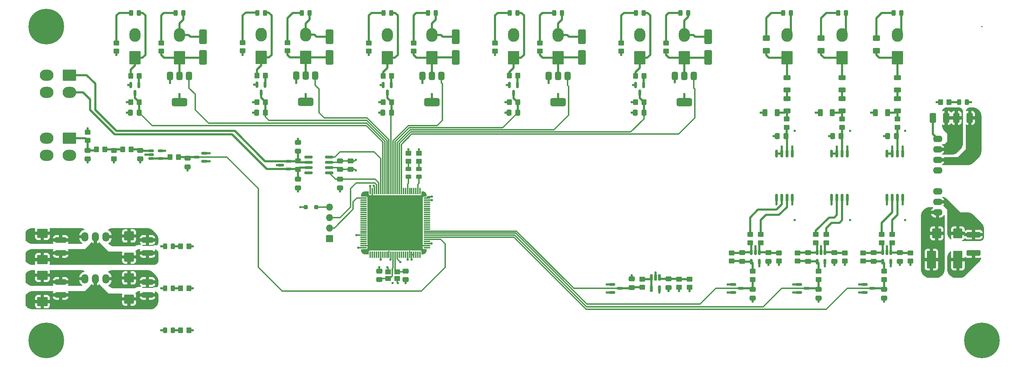
<source format=gtl>
%TF.GenerationSoftware,KiCad,Pcbnew,8.0.4*%
%TF.CreationDate,2025-03-26T21:29:20+03:00*%
%TF.ProjectId,PDU_Control_Board,5044555f-436f-46e7-9472-6f6c5f426f61,rev?*%
%TF.SameCoordinates,Original*%
%TF.FileFunction,Copper,L1,Top*%
%TF.FilePolarity,Positive*%
%FSLAX46Y46*%
G04 Gerber Fmt 4.6, Leading zero omitted, Abs format (unit mm)*
G04 Created by KiCad (PCBNEW 8.0.4) date 2025-03-26 21:29:20*
%MOMM*%
%LPD*%
G01*
G04 APERTURE LIST*
G04 Aperture macros list*
%AMRoundRect*
0 Rectangle with rounded corners*
0 $1 Rounding radius*
0 $2 $3 $4 $5 $6 $7 $8 $9 X,Y pos of 4 corners*
0 Add a 4 corners polygon primitive as box body*
4,1,4,$2,$3,$4,$5,$6,$7,$8,$9,$2,$3,0*
0 Add four circle primitives for the rounded corners*
1,1,$1+$1,$2,$3*
1,1,$1+$1,$4,$5*
1,1,$1+$1,$6,$7*
1,1,$1+$1,$8,$9*
0 Add four rect primitives between the rounded corners*
20,1,$1+$1,$2,$3,$4,$5,0*
20,1,$1+$1,$4,$5,$6,$7,0*
20,1,$1+$1,$6,$7,$8,$9,0*
20,1,$1+$1,$8,$9,$2,$3,0*%
G04 Aperture macros list end*
%TA.AperFunction,ComponentPad*%
%ADD10RoundRect,0.250001X1.099999X1.399999X-1.099999X1.399999X-1.099999X-1.399999X1.099999X-1.399999X0*%
%TD*%
%TA.AperFunction,ComponentPad*%
%ADD11O,2.700000X3.300000*%
%TD*%
%TA.AperFunction,SMDPad,CuDef*%
%ADD12RoundRect,0.150000X-0.150000X0.587500X-0.150000X-0.587500X0.150000X-0.587500X0.150000X0.587500X0*%
%TD*%
%TA.AperFunction,SMDPad,CuDef*%
%ADD13RoundRect,0.250000X0.475000X-0.337500X0.475000X0.337500X-0.475000X0.337500X-0.475000X-0.337500X0*%
%TD*%
%TA.AperFunction,SMDPad,CuDef*%
%ADD14RoundRect,0.250000X-0.350000X-0.450000X0.350000X-0.450000X0.350000X0.450000X-0.350000X0.450000X0*%
%TD*%
%TA.AperFunction,SMDPad,CuDef*%
%ADD15RoundRect,0.075000X0.075000X-0.725000X0.075000X0.725000X-0.075000X0.725000X-0.075000X-0.725000X0*%
%TD*%
%TA.AperFunction,SMDPad,CuDef*%
%ADD16RoundRect,0.075000X0.725000X-0.075000X0.725000X0.075000X-0.725000X0.075000X-0.725000X-0.075000X0*%
%TD*%
%TA.AperFunction,SMDPad,CuDef*%
%ADD17RoundRect,0.250000X-1.025000X0.875000X-1.025000X-0.875000X1.025000X-0.875000X1.025000X0.875000X0*%
%TD*%
%TA.AperFunction,SMDPad,CuDef*%
%ADD18RoundRect,0.250000X-0.450000X0.350000X-0.450000X-0.350000X0.450000X-0.350000X0.450000X0.350000X0*%
%TD*%
%TA.AperFunction,SMDPad,CuDef*%
%ADD19RoundRect,0.250000X0.350000X0.450000X-0.350000X0.450000X-0.350000X-0.450000X0.350000X-0.450000X0*%
%TD*%
%TA.AperFunction,SMDPad,CuDef*%
%ADD20RoundRect,0.150000X-0.587500X-0.150000X0.587500X-0.150000X0.587500X0.150000X-0.587500X0.150000X0*%
%TD*%
%TA.AperFunction,SMDPad,CuDef*%
%ADD21RoundRect,0.243750X-0.243750X-0.456250X0.243750X-0.456250X0.243750X0.456250X-0.243750X0.456250X0*%
%TD*%
%TA.AperFunction,SMDPad,CuDef*%
%ADD22RoundRect,0.150000X-0.150000X0.750000X-0.150000X-0.750000X0.150000X-0.750000X0.150000X0.750000X0*%
%TD*%
%TA.AperFunction,SMDPad,CuDef*%
%ADD23RoundRect,0.250000X0.625000X-0.312500X0.625000X0.312500X-0.625000X0.312500X-0.625000X-0.312500X0*%
%TD*%
%TA.AperFunction,SMDPad,CuDef*%
%ADD24R,1.400000X1.200000*%
%TD*%
%TA.AperFunction,SMDPad,CuDef*%
%ADD25RoundRect,0.250000X0.450000X-0.350000X0.450000X0.350000X-0.450000X0.350000X-0.450000X-0.350000X0*%
%TD*%
%TA.AperFunction,SMDPad,CuDef*%
%ADD26RoundRect,0.375000X-0.375000X0.625000X-0.375000X-0.625000X0.375000X-0.625000X0.375000X0.625000X0*%
%TD*%
%TA.AperFunction,SMDPad,CuDef*%
%ADD27RoundRect,0.500000X-1.400000X0.500000X-1.400000X-0.500000X1.400000X-0.500000X1.400000X0.500000X0*%
%TD*%
%TA.AperFunction,ComponentPad*%
%ADD28RoundRect,0.250001X-1.399999X1.099999X-1.399999X-1.099999X1.399999X-1.099999X1.399999X1.099999X0*%
%TD*%
%TA.AperFunction,ComponentPad*%
%ADD29O,3.300000X2.700000*%
%TD*%
%TA.AperFunction,SMDPad,CuDef*%
%ADD30RoundRect,0.250000X-0.475000X0.337500X-0.475000X-0.337500X0.475000X-0.337500X0.475000X0.337500X0*%
%TD*%
%TA.AperFunction,SMDPad,CuDef*%
%ADD31RoundRect,0.243750X0.243750X0.456250X-0.243750X0.456250X-0.243750X-0.456250X0.243750X-0.456250X0*%
%TD*%
%TA.AperFunction,SMDPad,CuDef*%
%ADD32RoundRect,0.250000X0.337500X0.475000X-0.337500X0.475000X-0.337500X-0.475000X0.337500X-0.475000X0*%
%TD*%
%TA.AperFunction,SMDPad,CuDef*%
%ADD33RoundRect,0.250000X-0.925000X0.875000X-0.925000X-0.875000X0.925000X-0.875000X0.925000X0.875000X0*%
%TD*%
%TA.AperFunction,SMDPad,CuDef*%
%ADD34RoundRect,0.150000X0.825000X0.150000X-0.825000X0.150000X-0.825000X-0.150000X0.825000X-0.150000X0*%
%TD*%
%TA.AperFunction,SMDPad,CuDef*%
%ADD35RoundRect,0.250001X-0.499999X-0.924999X0.499999X-0.924999X0.499999X0.924999X-0.499999X0.924999X0*%
%TD*%
%TA.AperFunction,SMDPad,CuDef*%
%ADD36RoundRect,0.250000X-0.650000X1.500000X-0.650000X-1.500000X0.650000X-1.500000X0.650000X1.500000X0*%
%TD*%
%TA.AperFunction,ComponentPad*%
%ADD37C,0.900000*%
%TD*%
%TA.AperFunction,ComponentPad*%
%ADD38C,8.600000*%
%TD*%
%TA.AperFunction,SMDPad,CuDef*%
%ADD39RoundRect,0.250000X1.450000X-0.400000X1.450000X0.400000X-1.450000X0.400000X-1.450000X-0.400000X0*%
%TD*%
%TA.AperFunction,SMDPad,CuDef*%
%ADD40RoundRect,0.150000X-0.150000X0.512500X-0.150000X-0.512500X0.150000X-0.512500X0.150000X0.512500X0*%
%TD*%
%TA.AperFunction,SMDPad,CuDef*%
%ADD41RoundRect,0.162500X-0.162500X0.617500X-0.162500X-0.617500X0.162500X-0.617500X0.162500X0.617500X0*%
%TD*%
%TA.AperFunction,SMDPad,CuDef*%
%ADD42RoundRect,0.243750X-0.456250X0.243750X-0.456250X-0.243750X0.456250X-0.243750X0.456250X0.243750X0*%
%TD*%
%TA.AperFunction,SMDPad,CuDef*%
%ADD43RoundRect,0.150000X0.587500X0.150000X-0.587500X0.150000X-0.587500X-0.150000X0.587500X-0.150000X0*%
%TD*%
%TA.AperFunction,ComponentPad*%
%ADD44O,1.700000X2.300000*%
%TD*%
%TA.AperFunction,SMDPad,CuDef*%
%ADD45RoundRect,0.250000X0.625000X-0.400000X0.625000X0.400000X-0.625000X0.400000X-0.625000X-0.400000X0*%
%TD*%
%TA.AperFunction,SMDPad,CuDef*%
%ADD46RoundRect,0.250000X-1.100000X0.412500X-1.100000X-0.412500X1.100000X-0.412500X1.100000X0.412500X0*%
%TD*%
%TA.AperFunction,SMDPad,CuDef*%
%ADD47RoundRect,0.250000X-0.250000X-0.250000X0.250000X-0.250000X0.250000X0.250000X-0.250000X0.250000X0*%
%TD*%
%TA.AperFunction,SMDPad,CuDef*%
%ADD48RoundRect,0.250001X0.499999X0.924999X-0.499999X0.924999X-0.499999X-0.924999X0.499999X-0.924999X0*%
%TD*%
%TA.AperFunction,ComponentPad*%
%ADD49R,1.700000X1.700000*%
%TD*%
%TA.AperFunction,ComponentPad*%
%ADD50O,1.700000X1.700000*%
%TD*%
%TA.AperFunction,SMDPad,CuDef*%
%ADD51RoundRect,0.250000X-0.312500X-0.625000X0.312500X-0.625000X0.312500X0.625000X-0.312500X0.625000X0*%
%TD*%
%TA.AperFunction,SMDPad,CuDef*%
%ADD52RoundRect,0.250000X1.100000X-0.412500X1.100000X0.412500X-1.100000X0.412500X-1.100000X-0.412500X0*%
%TD*%
%TA.AperFunction,SMDPad,CuDef*%
%ADD53RoundRect,0.150000X-0.512500X-0.150000X0.512500X-0.150000X0.512500X0.150000X-0.512500X0.150000X0*%
%TD*%
%TA.AperFunction,SMDPad,CuDef*%
%ADD54RoundRect,0.250000X0.875000X0.925000X-0.875000X0.925000X-0.875000X-0.925000X0.875000X-0.925000X0*%
%TD*%
%TA.AperFunction,ComponentPad*%
%ADD55O,2.300000X1.600000*%
%TD*%
%TA.AperFunction,SMDPad,CuDef*%
%ADD56RoundRect,0.250000X0.875000X1.875000X-0.875000X1.875000X-0.875000X-1.875000X0.875000X-1.875000X0*%
%TD*%
%TA.AperFunction,ViaPad*%
%ADD57C,0.600000*%
%TD*%
%TA.AperFunction,Conductor*%
%ADD58C,0.500000*%
%TD*%
%TA.AperFunction,Conductor*%
%ADD59C,0.300000*%
%TD*%
%ADD60C,0.300000*%
%ADD61C,0.350000*%
G04 APERTURE END LIST*
D10*
%TO.P,J5,1,Pin_1*%
%TO.N,Net-(D4-A)*%
X349885000Y-175335000D03*
D11*
%TO.P,J5,2,Pin_2*%
%TO.N,+24V*%
X349885000Y-169835000D03*
%TD*%
D12*
%TO.P,Q10,1,B*%
%TO.N,Net-(Q10-B)*%
X248600000Y-181950500D03*
%TO.P,Q10,2,E*%
%TO.N,GND*%
X246700000Y-181950500D03*
%TO.P,Q10,3,C*%
%TO.N,~{VIN_Enable_ON}*%
X247650000Y-183825500D03*
%TD*%
D13*
%TO.P,C30,1*%
%TO.N,GND*%
X416560000Y-224557500D03*
%TO.P,C30,2*%
%TO.N,Net-(U3-+)*%
X416560000Y-222482500D03*
%TD*%
D10*
%TO.P,J7,1,Pin_1*%
%TO.N,Net-(D13-A)*%
X258445000Y-175335000D03*
D11*
%TO.P,J7,2,Pin_2*%
%TO.N,+24V*%
X258445000Y-169835000D03*
%TD*%
D13*
%TO.P,C19,1*%
%TO.N,GND*%
X297180000Y-202332500D03*
%TO.P,C19,2*%
%TO.N,+3.3V*%
X297180000Y-200257500D03*
%TD*%
D14*
%TO.P,R67,1*%
%TO.N,Net-(D23-A)*%
X307610000Y-179705000D03*
%TO.P,R67,2*%
%TO.N,Net-(Q7-B)*%
X309610000Y-179705000D03*
%TD*%
D15*
%TO.P,U2,1,PE2*%
%TO.N,unconnected-(U2-PE2-Pad1)*%
X304515000Y-222940000D03*
%TO.P,U2,2,PE3*%
%TO.N,unconnected-(U2-PE3-Pad2)*%
X305015000Y-222940000D03*
%TO.P,U2,3,PE4*%
%TO.N,unconnected-(U2-PE4-Pad3)*%
X305515000Y-222940000D03*
%TO.P,U2,4,PE5*%
%TO.N,unconnected-(U2-PE5-Pad4)*%
X306015000Y-222940000D03*
%TO.P,U2,5,PE6*%
%TO.N,unconnected-(U2-PE6-Pad5)*%
X306515000Y-222940000D03*
%TO.P,U2,6,VBAT*%
%TO.N,+3.3V*%
X307015000Y-222940000D03*
%TO.P,U2,7,PC13*%
%TO.N,unconnected-(U2-PC13-Pad7)*%
X307515000Y-222940000D03*
%TO.P,U2,8,PC14*%
%TO.N,unconnected-(U2-PC14-Pad8)*%
X308015000Y-222940000D03*
%TO.P,U2,9,PC15*%
%TO.N,unconnected-(U2-PC15-Pad9)*%
X308515000Y-222940000D03*
%TO.P,U2,10,VSS*%
%TO.N,GND*%
X309015000Y-222940000D03*
%TO.P,U2,11,VDD*%
%TO.N,+3.3V*%
X309515000Y-222940000D03*
%TO.P,U2,12,PH0*%
%TO.N,Net-(U2-PH0)*%
X310015000Y-222940000D03*
%TO.P,U2,13,PH1*%
%TO.N,Net-(U2-PH1)*%
X310515000Y-222940000D03*
%TO.P,U2,14,NRST*%
%TO.N,NRST*%
X311015000Y-222940000D03*
%TO.P,U2,15,PC0*%
%TO.N,unconnected-(U2-PC0-Pad15)*%
X311515000Y-222940000D03*
%TO.P,U2,16,PC1*%
%TO.N,unconnected-(U2-PC1-Pad16)*%
X312015000Y-222940000D03*
%TO.P,U2,17,PC2*%
%TO.N,unconnected-(U2-PC2-Pad17)*%
X312515000Y-222940000D03*
%TO.P,U2,18,PC3*%
%TO.N,unconnected-(U2-PC3-Pad18)*%
X313015000Y-222940000D03*
%TO.P,U2,19,VDD*%
%TO.N,+3.3V*%
X313515000Y-222940000D03*
%TO.P,U2,20,VSSA*%
%TO.N,GND*%
X314015000Y-222940000D03*
%TO.P,U2,21,VREF+*%
%TO.N,+3.3V*%
X314515000Y-222940000D03*
%TO.P,U2,22,VDDA*%
X315015000Y-222940000D03*
%TO.P,U2,23,PA0*%
%TO.N,unconnected-(U2-PA0-Pad23)*%
X315515000Y-222940000D03*
%TO.P,U2,24,PA1*%
%TO.N,unconnected-(U2-PA1-Pad24)*%
X316015000Y-222940000D03*
%TO.P,U2,25,PA2*%
%TO.N,unconnected-(U2-PA2-Pad25)*%
X316515000Y-222940000D03*
D16*
%TO.P,U2,26,PA3*%
%TO.N,unconnected-(U2-PA3-Pad26)*%
X318190000Y-221265000D03*
%TO.P,U2,27,VSS*%
%TO.N,GND*%
X318190000Y-220765000D03*
%TO.P,U2,28,VDD*%
%TO.N,+3.3V*%
X318190000Y-220265000D03*
%TO.P,U2,29,PA4*%
%TO.N,DAC_OUT1*%
X318190000Y-219765000D03*
%TO.P,U2,30,PA5*%
%TO.N,Current_SENSE*%
X318190000Y-219265000D03*
%TO.P,U2,31,PA6*%
%TO.N,VDC_OUT2_SENSE*%
X318190000Y-218765000D03*
%TO.P,U2,32,PA7*%
%TO.N,VDC_OUT1_SENSE*%
X318190000Y-218265000D03*
%TO.P,U2,33,PC4*%
%TO.N,VDC_IN_SENSE*%
X318190000Y-217765000D03*
%TO.P,U2,34,PC5*%
%TO.N,DC_Voltage_MCU*%
X318190000Y-217265000D03*
%TO.P,U2,35,PB0*%
%TO.N,unconnected-(U2-PB0-Pad35)*%
X318190000Y-216765000D03*
%TO.P,U2,36,PB1*%
%TO.N,unconnected-(U2-PB1-Pad36)*%
X318190000Y-216265000D03*
%TO.P,U2,37,PB2*%
%TO.N,unconnected-(U2-PB2-Pad37)*%
X318190000Y-215765000D03*
%TO.P,U2,38,PE7*%
%TO.N,unconnected-(U2-PE7-Pad38)*%
X318190000Y-215265000D03*
%TO.P,U2,39,PE8*%
%TO.N,unconnected-(U2-PE8-Pad39)*%
X318190000Y-214765000D03*
%TO.P,U2,40,PE9*%
%TO.N,unconnected-(U2-PE9-Pad40)*%
X318190000Y-214265000D03*
%TO.P,U2,41,PE10*%
%TO.N,unconnected-(U2-PE10-Pad41)*%
X318190000Y-213765000D03*
%TO.P,U2,42,PE11*%
%TO.N,unconnected-(U2-PE11-Pad42)*%
X318190000Y-213265000D03*
%TO.P,U2,43,PE12*%
%TO.N,unconnected-(U2-PE12-Pad43)*%
X318190000Y-212765000D03*
%TO.P,U2,44,PE13*%
%TO.N,unconnected-(U2-PE13-Pad44)*%
X318190000Y-212265000D03*
%TO.P,U2,45,PE14*%
%TO.N,unconnected-(U2-PE14-Pad45)*%
X318190000Y-211765000D03*
%TO.P,U2,46,PE15*%
%TO.N,unconnected-(U2-PE15-Pad46)*%
X318190000Y-211265000D03*
%TO.P,U2,47,PB10*%
%TO.N,unconnected-(U2-PB10-Pad47)*%
X318190000Y-210765000D03*
%TO.P,U2,48,PB11*%
%TO.N,unconnected-(U2-PB11-Pad48)*%
X318190000Y-210265000D03*
%TO.P,U2,49,VCAP_1*%
%TO.N,Net-(U2-VCAP_1)*%
X318190000Y-209765000D03*
%TO.P,U2,50,VDD*%
%TO.N,+3.3V*%
X318190000Y-209265000D03*
D15*
%TO.P,U2,51,PB12*%
%TO.N,unconnected-(U2-PB12-Pad51)*%
X316515000Y-207590000D03*
%TO.P,U2,52,PB13*%
%TO.N,Net-(D38-A)*%
X316015000Y-207590000D03*
%TO.P,U2,53,PB14*%
%TO.N,unconnected-(U2-PB14-Pad53)*%
X315515000Y-207590000D03*
%TO.P,U2,54,PB15*%
%TO.N,unconnected-(U2-PB15-Pad54)*%
X315015000Y-207590000D03*
%TO.P,U2,55,PD8*%
%TO.N,unconnected-(U2-PD8-Pad55)*%
X314515000Y-207590000D03*
%TO.P,U2,56,PD9*%
%TO.N,unconnected-(U2-PD9-Pad56)*%
X314015000Y-207590000D03*
%TO.P,U2,57,PD10*%
%TO.N,Net-(D39-A)*%
X313515000Y-207590000D03*
%TO.P,U2,58,PD11*%
%TO.N,unconnected-(U2-PD11-Pad58)*%
X313015000Y-207590000D03*
%TO.P,U2,59,PD12*%
%TO.N,unconnected-(U2-PD12-Pad59)*%
X312515000Y-207590000D03*
%TO.P,U2,60,PD13*%
%TO.N,Shunt_2*%
X312015000Y-207590000D03*
%TO.P,U2,61,PD14*%
%TO.N,~{Shunt_2_ON}*%
X311515000Y-207590000D03*
%TO.P,U2,62,PD15*%
%TO.N,Precharge_2*%
X311015000Y-207590000D03*
%TO.P,U2,63,PC6*%
%TO.N,~{Precharge_2_ON}*%
X310515000Y-207590000D03*
%TO.P,U2,64,PC7*%
%TO.N,Shunt_1*%
X310015000Y-207590000D03*
%TO.P,U2,65,PC8*%
%TO.N,~{Shunt_1_ON}*%
X309515000Y-207590000D03*
%TO.P,U2,66,PC9*%
%TO.N,Precharge_1*%
X309015000Y-207590000D03*
%TO.P,U2,67,PA8*%
%TO.N,~{Precharge_1_ON}*%
X308515000Y-207590000D03*
%TO.P,U2,68,PA9*%
%TO.N,VIN_Enable*%
X308015000Y-207590000D03*
%TO.P,U2,69,PA10*%
%TO.N,~{VIN_Enable_ON}*%
X307515000Y-207590000D03*
%TO.P,U2,70,PA11*%
%TO.N,CAN1_RXD_MCU*%
X307015000Y-207590000D03*
%TO.P,U2,71,PA12*%
%TO.N,CAN1_TXD_MCU*%
X306515000Y-207590000D03*
%TO.P,U2,72,PA13*%
%TO.N,Net-(J3-Pin_3)*%
X306015000Y-207590000D03*
%TO.P,U2,73,VCAP_2*%
%TO.N,Net-(U2-VCAP_2)*%
X305515000Y-207590000D03*
%TO.P,U2,74,VSS*%
%TO.N,GND*%
X305015000Y-207590000D03*
%TO.P,U2,75,VDD*%
%TO.N,+3.3V*%
X304515000Y-207590000D03*
D16*
%TO.P,U2,76,PA14*%
%TO.N,Net-(J3-Pin_2)*%
X302840000Y-209265000D03*
%TO.P,U2,77,PA15*%
%TO.N,unconnected-(U2-PA15-Pad77)*%
X302840000Y-209765000D03*
%TO.P,U2,78,PC10*%
%TO.N,unconnected-(U2-PC10-Pad78)*%
X302840000Y-210265000D03*
%TO.P,U2,79,PC11*%
%TO.N,unconnected-(U2-PC11-Pad79)*%
X302840000Y-210765000D03*
%TO.P,U2,80,PC12*%
%TO.N,unconnected-(U2-PC12-Pad80)*%
X302840000Y-211265000D03*
%TO.P,U2,81,PD0*%
%TO.N,unconnected-(U2-PD0-Pad81)*%
X302840000Y-211765000D03*
%TO.P,U2,82,PD1*%
%TO.N,unconnected-(U2-PD1-Pad82)*%
X302840000Y-212265000D03*
%TO.P,U2,83,PD2*%
%TO.N,unconnected-(U2-PD2-Pad83)*%
X302840000Y-212765000D03*
%TO.P,U2,84,PD3*%
%TO.N,unconnected-(U2-PD3-Pad84)*%
X302840000Y-213265000D03*
%TO.P,U2,85,PD4*%
%TO.N,unconnected-(U2-PD4-Pad85)*%
X302840000Y-213765000D03*
%TO.P,U2,86,PD5*%
%TO.N,unconnected-(U2-PD5-Pad86)*%
X302840000Y-214265000D03*
%TO.P,U2,87,PD6*%
%TO.N,unconnected-(U2-PD6-Pad87)*%
X302840000Y-214765000D03*
%TO.P,U2,88,PD7*%
%TO.N,unconnected-(U2-PD7-Pad88)*%
X302840000Y-215265000D03*
%TO.P,U2,89,PB3*%
%TO.N,unconnected-(U2-PB3-Pad89)*%
X302840000Y-215765000D03*
%TO.P,U2,90,PB4*%
%TO.N,unconnected-(U2-PB4-Pad90)*%
X302840000Y-216265000D03*
%TO.P,U2,91,PB5*%
%TO.N,unconnected-(U2-PB5-Pad91)*%
X302840000Y-216765000D03*
%TO.P,U2,92,PB6*%
%TO.N,unconnected-(U2-PB6-Pad92)*%
X302840000Y-217265000D03*
%TO.P,U2,93,PB7*%
%TO.N,unconnected-(U2-PB7-Pad93)*%
X302840000Y-217765000D03*
%TO.P,U2,94,BOOT0*%
%TO.N,BOOT0*%
X302840000Y-218265000D03*
%TO.P,U2,95,PB8*%
%TO.N,unconnected-(U2-PB8-Pad95)*%
X302840000Y-218765000D03*
%TO.P,U2,96,PB9*%
%TO.N,unconnected-(U2-PB9-Pad96)*%
X302840000Y-219265000D03*
%TO.P,U2,97,PE0*%
%TO.N,unconnected-(U2-PE0-Pad97)*%
X302840000Y-219765000D03*
%TO.P,U2,98,PE1*%
%TO.N,unconnected-(U2-PE1-Pad98)*%
X302840000Y-220265000D03*
%TO.P,U2,99,VSS*%
%TO.N,GND*%
X302840000Y-220765000D03*
%TO.P,U2,100,VDD*%
%TO.N,+3.3V*%
X302840000Y-221265000D03*
%TD*%
D17*
%TO.P,C66,1*%
%TO.N,+24V*%
X225298000Y-227940000D03*
%TO.P,C66,2*%
%TO.N,GND*%
X225298000Y-234340000D03*
%TD*%
D18*
%TO.P,R39,1*%
%TO.N,Net-(C34-Pad2)*%
X412750000Y-226965000D03*
%TO.P,R39,2*%
%TO.N,VDC_OUT1_SENSE*%
X412750000Y-228965000D03*
%TD*%
%TO.P,R56,1*%
%TO.N,Net-(C38-Pad2)*%
X428625000Y-226965000D03*
%TO.P,R56,2*%
%TO.N,VDC_OUT2_SENSE*%
X428625000Y-228965000D03*
%TD*%
%TO.P,R9,1*%
%TO.N,Net-(U4-+)*%
X379095000Y-228870000D03*
%TO.P,R9,2*%
%TO.N,GND*%
X379095000Y-230870000D03*
%TD*%
D19*
%TO.P,R37,1*%
%TO.N,Net-(D40-K)*%
X444230000Y-186055000D03*
%TO.P,R37,2*%
%TO.N,GNDPWR*%
X442230000Y-186055000D03*
%TD*%
D20*
%TO.P,D17,1,K*%
%TO.N,GND*%
X408002500Y-230190000D03*
%TO.P,D17,2,K*%
%TO.N,+3.3V*%
X408002500Y-232090000D03*
%TO.P,D17,3,A*%
%TO.N,VDC_OUT1_SENSE*%
X409877500Y-231140000D03*
%TD*%
D21*
%TO.P,D20,1,K*%
%TO.N,Net-(D20-K)*%
X246712500Y-164465000D03*
%TO.P,D20,2,A*%
%TO.N,Net-(D20-A)*%
X248587500Y-164465000D03*
%TD*%
%TO.P,D21,1,K*%
%TO.N,Net-(D21-K)*%
X368632500Y-164465000D03*
%TO.P,D21,2,A*%
%TO.N,Net-(D21-A)*%
X370507500Y-164465000D03*
%TD*%
D22*
%TO.P,D34,1,VDD1*%
%TO.N,+3.3VP*%
X406400000Y-198510000D03*
%TO.P,D34,2,VIN*%
%TO.N,Net-(D34-VIN)*%
X405130000Y-198510000D03*
%TO.P,D34,3,SHTDN*%
%TO.N,GNDPWR*%
X403860000Y-198510000D03*
%TO.P,D34,4,GND1*%
X402590000Y-198510000D03*
%TO.P,D34,5,GND2*%
%TO.N,GND*%
X402590000Y-209160000D03*
%TO.P,D34,6,OUTN*%
%TO.N,Net-(D34-OUTN)*%
X403860000Y-209160000D03*
%TO.P,D34,7,OUTP*%
%TO.N,Net-(D34-OUTP)*%
X405130000Y-209160000D03*
%TO.P,D34,8,VDD2*%
%TO.N,+3.3V*%
X406400000Y-209160000D03*
%TD*%
D23*
%TO.P,R88,1*%
%TO.N,Net-(R86-Pad2)*%
X405130000Y-188152500D03*
%TO.P,R88,2*%
%TO.N,Net-(R88-Pad2)*%
X405130000Y-185227500D03*
%TD*%
D14*
%TO.P,R73,1*%
%TO.N,Net-(D20-A)*%
X246650000Y-179705000D03*
%TO.P,R73,2*%
%TO.N,Net-(Q10-B)*%
X248650000Y-179705000D03*
%TD*%
D24*
%TO.P,Y2,1,1*%
%TO.N,Net-(U2-PH1)*%
X310980000Y-227165000D03*
%TO.P,Y2,2,2*%
%TO.N,GND*%
X308780000Y-227165000D03*
%TO.P,Y2,3,3*%
%TO.N,Net-(U2-PH0)*%
X308780000Y-228765000D03*
%TO.P,Y2,4,4*%
%TO.N,GND*%
X310980000Y-228765000D03*
%TD*%
D25*
%TO.P,R86,1*%
%TO.N,Net-(D34-VIN)*%
X405100000Y-192135000D03*
%TO.P,R86,2*%
%TO.N,Net-(R86-Pad2)*%
X405100000Y-190135000D03*
%TD*%
D26*
%TO.P,Q2,1,G*%
%TO.N,Shunt_1*%
X321705000Y-179730000D03*
%TO.P,Q2,2,D*%
%TO.N,Net-(D6-A)*%
X319405000Y-179730000D03*
%TO.P,Q2,3,S*%
%TO.N,GND*%
X317105000Y-179730000D03*
D27*
%TO.P,Q2,4,S*%
X319405000Y-186030000D03*
%TD*%
D18*
%TO.P,R28,1*%
%TO.N,Net-(D36-OUTN)*%
X427990000Y-218075000D03*
%TO.P,R28,2*%
%TO.N,Net-(U5--)*%
X427990000Y-220075000D03*
%TD*%
D28*
%TO.P,J1,1,Pin_1*%
%TO.N,Crrent_Out*%
X231850000Y-194750000D03*
D29*
%TO.P,J1,2,Pin_2*%
%TO.N,GND*%
X231850000Y-198950000D03*
%TO.P,J1,3,Pin_3*%
%TO.N,+5V*%
X226350000Y-194750000D03*
%TO.P,J1,4,Pin_4*%
%TO.N,GND*%
X226350000Y-198950000D03*
%TD*%
D14*
%TO.P,R65,1*%
%TO.N,Net-(D24-A)*%
X277130000Y-179630000D03*
%TO.P,R65,2*%
%TO.N,Net-(Q6-B)*%
X279130000Y-179630000D03*
%TD*%
D13*
%TO.P,C8,1*%
%TO.N,GND*%
X400685000Y-224557500D03*
%TO.P,C8,2*%
%TO.N,Net-(U1-+)*%
X400685000Y-222482500D03*
%TD*%
D18*
%TO.P,R36,1*%
%TO.N,Net-(R32-Pad1)*%
X242570000Y-197755000D03*
%TO.P,R36,2*%
%TO.N,GND*%
X242570000Y-199755000D03*
%TD*%
D30*
%TO.P,C38,1*%
%TO.N,Net-(U5--)*%
X426085000Y-222482500D03*
%TO.P,C38,2*%
%TO.N,Net-(C38-Pad2)*%
X426085000Y-224557500D03*
%TD*%
D31*
%TO.P,D15,1,K*%
%TO.N,Net-(D15-K)*%
X256842500Y-241300000D03*
%TO.P,D15,2,A*%
%TO.N,+24V*%
X254967500Y-241300000D03*
%TD*%
D18*
%TO.P,R6,1*%
%TO.N,CANL*%
X287020000Y-200295000D03*
%TO.P,R6,2*%
%TO.N,CANH*%
X287020000Y-202295000D03*
%TD*%
D23*
%TO.P,R23,1*%
%TO.N,Net-(R23-Pad1)*%
X431800000Y-183072500D03*
%TO.P,R23,2*%
%TO.N,VDC_OUT2*%
X431800000Y-180147500D03*
%TD*%
D32*
%TO.P,C52,1*%
%TO.N,Net-(D35-VIN)*%
X418232500Y-194310000D03*
%TO.P,C52,2*%
%TO.N,GNDPWR*%
X416157500Y-194310000D03*
%TD*%
D21*
%TO.P,D23,1,K*%
%TO.N,Net-(D23-K)*%
X307672500Y-164465000D03*
%TO.P,D23,2,A*%
%TO.N,Net-(D23-A)*%
X309547500Y-164465000D03*
%TD*%
D25*
%TO.P,R17,1*%
%TO.N,Net-(D35-VIN)*%
X418465000Y-192135000D03*
%TO.P,R17,2*%
%TO.N,Net-(R16-Pad1)*%
X418465000Y-190135000D03*
%TD*%
D33*
%TO.P,C70,1*%
%TO.N,+5V*%
X246253000Y-228590000D03*
%TO.P,C70,2*%
%TO.N,GND*%
X246253000Y-233690000D03*
%TD*%
D34*
%TO.P,D1,1,D*%
%TO.N,CAN1_TXD_MCU*%
X294575000Y-203200000D03*
%TO.P,D1,2,GND*%
%TO.N,GND*%
X294575000Y-201930000D03*
%TO.P,D1,3,Vcc*%
%TO.N,+3.3V*%
X294575000Y-200660000D03*
%TO.P,D1,4,R*%
%TO.N,CAN1_RXD_MCU*%
X294575000Y-199390000D03*
%TO.P,D1,5,NC*%
%TO.N,unconnected-(D1-NC-Pad5)*%
X289625000Y-199390000D03*
%TO.P,D1,6,CANL*%
%TO.N,CANL*%
X289625000Y-200660000D03*
%TO.P,D1,7,CANH*%
%TO.N,CANH*%
X289625000Y-201930000D03*
%TO.P,D1,8,NC*%
%TO.N,unconnected-(D1-NC-Pad8)*%
X289625000Y-203200000D03*
%TD*%
D22*
%TO.P,D35,1,VDD1*%
%TO.N,+3.3VP*%
X419735000Y-198510000D03*
%TO.P,D35,2,VIN*%
%TO.N,Net-(D35-VIN)*%
X418465000Y-198510000D03*
%TO.P,D35,3,SHTDN*%
%TO.N,GNDPWR*%
X417195000Y-198510000D03*
%TO.P,D35,4,GND1*%
X415925000Y-198510000D03*
%TO.P,D35,5,GND2*%
%TO.N,GND*%
X415925000Y-209160000D03*
%TO.P,D35,6,OUTN*%
%TO.N,Net-(D35-OUTN)*%
X417195000Y-209160000D03*
%TO.P,D35,7,OUTP*%
%TO.N,Net-(D35-OUTP)*%
X418465000Y-209160000D03*
%TO.P,D35,8,VDD2*%
%TO.N,+3.3V*%
X419735000Y-209160000D03*
%TD*%
D35*
%TO.P,C65,1*%
%TO.N,Net-(D37-CS)*%
X440335000Y-189865000D03*
%TO.P,C65,2*%
%TO.N,GNDPWR*%
X443585000Y-189865000D03*
%TD*%
D36*
%TO.P,D6,1,K*%
%TO.N,+24V*%
X325120000Y-170220000D03*
%TO.P,D6,2,A*%
%TO.N,Net-(D6-A)*%
X325120000Y-175220000D03*
%TD*%
D14*
%TO.P,R69,1*%
%TO.N,Net-(D22-A)*%
X338090000Y-179638000D03*
%TO.P,R69,2*%
%TO.N,Net-(Q8-B)*%
X340090000Y-179638000D03*
%TD*%
D10*
%TO.P,J12,1,Pin_1*%
%TO.N,Net-(D20-A)*%
X247650000Y-175335000D03*
D11*
%TO.P,J12,2,Pin_2*%
%TO.N,+24V*%
X247650000Y-169835000D03*
%TD*%
D19*
%TO.P,R72,1*%
%TO.N,~{Shunt_2_ON}*%
X370570000Y-186055000D03*
%TO.P,R72,2*%
%TO.N,+3.3V*%
X368570000Y-186055000D03*
%TD*%
D25*
%TO.P,R33,1*%
%TO.N,Net-(D38-K)*%
X316230000Y-200390000D03*
%TO.P,R33,2*%
%TO.N,GND*%
X316230000Y-198390000D03*
%TD*%
%TO.P,R7,1*%
%TO.N,+24V*%
X381635000Y-230870000D03*
%TO.P,R7,2*%
%TO.N,Net-(U4-+)*%
X381635000Y-228870000D03*
%TD*%
D37*
%TO.P,H1,1,1*%
%TO.N,GND*%
X452217000Y-240515000D03*
X454497419Y-241459581D03*
X449936581Y-241459581D03*
X455442000Y-243740000D03*
D38*
X452217000Y-243740000D03*
D37*
X448992000Y-243740000D03*
X454497419Y-246020419D03*
X449936581Y-246020419D03*
X452217000Y-246965000D03*
%TD*%
D14*
%TO.P,R38,1*%
%TO.N,Net-(D42-K)*%
X258715000Y-231140000D03*
%TO.P,R38,2*%
%TO.N,GND*%
X260715000Y-231140000D03*
%TD*%
D13*
%TO.P,C20,1*%
%TO.N,CANL*%
X287020000Y-197887500D03*
%TO.P,C20,2*%
%TO.N,GND*%
X287020000Y-195812500D03*
%TD*%
D10*
%TO.P,J8,1,Pin_1*%
%TO.N,Net-(D24-A)*%
X278130000Y-175260000D03*
D11*
%TO.P,J8,2,Pin_2*%
%TO.N,+24V*%
X278130000Y-169760000D03*
%TD*%
D12*
%TO.P,Q9,1,B*%
%TO.N,Net-(Q9-B)*%
X370520000Y-181942500D03*
%TO.P,Q9,2,E*%
%TO.N,GND*%
X368620000Y-181942500D03*
%TO.P,Q9,3,C*%
%TO.N,~{Shunt_2_ON}*%
X369570000Y-183817500D03*
%TD*%
D30*
%TO.P,C32,1*%
%TO.N,VDC_OUT1_SENSE*%
X412750000Y-231372500D03*
%TO.P,C32,2*%
%TO.N,GND*%
X412750000Y-233447500D03*
%TD*%
D36*
%TO.P,D7,1,K*%
%TO.N,+24V*%
X294640000Y-170220000D03*
%TO.P,D7,2,A*%
%TO.N,Net-(D7-A)*%
X294640000Y-175220000D03*
%TD*%
D39*
%TO.P,L1,1,1*%
%TO.N,+24V*%
X450215000Y-222570000D03*
%TO.P,L1,2,2*%
%TO.N,Net-(D37-Vin)*%
X450215000Y-218120000D03*
%TD*%
D21*
%TO.P,D9,1,K*%
%TO.N,Net-(D9-K)*%
X287987500Y-164465000D03*
%TO.P,D9,2,A*%
%TO.N,+24V*%
X289862500Y-164465000D03*
%TD*%
D37*
%TO.P,H2,1,1*%
%TO.N,GND*%
X226217000Y-164515000D03*
X228497419Y-165459581D03*
X223936581Y-165459581D03*
X229442000Y-167740000D03*
D38*
X226217000Y-167740000D03*
D37*
X222992000Y-167740000D03*
X228497419Y-170020419D03*
X223936581Y-170020419D03*
X226217000Y-170965000D03*
%TD*%
D10*
%TO.P,J20,1,Pin_1*%
%TO.N,VDC_IN*%
X405130000Y-175335000D03*
D11*
%TO.P,J20,2,Pin_2*%
%TO.N,GNDPWR*%
X405130000Y-169835000D03*
%TD*%
D40*
%TO.P,U1,1,+*%
%TO.N,Net-(U1-+)*%
X398460000Y-222382500D03*
%TO.P,U1,2,V-*%
%TO.N,GND*%
X397510000Y-222382500D03*
%TO.P,U1,3,-*%
%TO.N,Net-(U1--)*%
X396560000Y-222382500D03*
%TO.P,U1,4*%
%TO.N,Net-(C29-Pad2)*%
X396560000Y-224657500D03*
%TO.P,U1,5,V+*%
%TO.N,+3.3V*%
X398460000Y-224657500D03*
%TD*%
D12*
%TO.P,Q6,1,B*%
%TO.N,Net-(Q6-B)*%
X279080000Y-181867500D03*
%TO.P,Q6,2,E*%
%TO.N,GND*%
X277180000Y-181867500D03*
%TO.P,Q6,3,C*%
%TO.N,~{Precharge_1_ON}*%
X278130000Y-183742500D03*
%TD*%
D25*
%TO.P,R34,1*%
%TO.N,Net-(D39-K)*%
X313690000Y-200390000D03*
%TO.P,R34,2*%
%TO.N,GND*%
X313690000Y-198390000D03*
%TD*%
D41*
%TO.P,U4,1,+*%
%TO.N,Net-(U4-+)*%
X374330000Y-228520000D03*
%TO.P,U4,2,V-*%
%TO.N,GND*%
X373380000Y-228520000D03*
%TO.P,U4,3,-*%
%TO.N,Net-(U4--)*%
X372430000Y-228520000D03*
%TO.P,U4,4*%
X372430000Y-231220000D03*
%TO.P,U4,5,V+*%
%TO.N,+3.3V*%
X374330000Y-231220000D03*
%TD*%
D18*
%TO.P,R47,1*%
%TO.N,Net-(U3--)*%
X407670000Y-222520000D03*
%TO.P,R47,2*%
%TO.N,Net-(C34-Pad2)*%
X407670000Y-224520000D03*
%TD*%
D42*
%TO.P,D38,1,K*%
%TO.N,Net-(D38-K)*%
X316230000Y-202262500D03*
%TO.P,D38,2,A*%
%TO.N,Net-(D38-A)*%
X316230000Y-204137500D03*
%TD*%
D13*
%TO.P,C28,1*%
%TO.N,DC_Voltage_MCU*%
X367665000Y-230907500D03*
%TO.P,C28,2*%
%TO.N,GND*%
X367665000Y-228832500D03*
%TD*%
D43*
%TO.P,D2,1,K*%
%TO.N,CANH*%
X284782500Y-202245000D03*
%TO.P,D2,2,K*%
%TO.N,CANL*%
X284782500Y-200345000D03*
%TO.P,D2,3,A*%
%TO.N,GND*%
X282907500Y-201295000D03*
%TD*%
D44*
%TO.P,D16,1,Vin*%
%TO.N,+24V*%
X235585000Y-218630000D03*
%TO.P,D16,2,GND(-Vo)*%
%TO.N,GND*%
X238125000Y-218630000D03*
%TO.P,D16,3,+Vo(GND)*%
%TO.N,+3.3V*%
X240665000Y-218630000D03*
%TD*%
D20*
%TO.P,D18,1,K*%
%TO.N,GND*%
X423877500Y-230190000D03*
%TO.P,D18,2,K*%
%TO.N,+3.3V*%
X423877500Y-232090000D03*
%TO.P,D18,3,A*%
%TO.N,VDC_OUT2_SENSE*%
X425752500Y-231140000D03*
%TD*%
D45*
%TO.P,R82,1*%
%TO.N,VDC_OUT1*%
X413385000Y-173635000D03*
%TO.P,R82,2*%
%TO.N,Net-(D26-A)*%
X413385000Y-170535000D03*
%TD*%
%TO.P,R83,1*%
%TO.N,VDC_IN*%
X400130000Y-173635000D03*
%TO.P,R83,2*%
%TO.N,Net-(D27-A)*%
X400130000Y-170535000D03*
%TD*%
D18*
%TO.P,R19,1*%
%TO.N,Net-(D35-OUTP)*%
X414655000Y-218075000D03*
%TO.P,R19,2*%
%TO.N,Net-(U3-+)*%
X414655000Y-220075000D03*
%TD*%
D30*
%TO.P,C9,1*%
%TO.N,GND*%
X306705000Y-226927500D03*
%TO.P,C9,2*%
%TO.N,Net-(U2-PH0)*%
X306705000Y-229002500D03*
%TD*%
D18*
%TO.P,R80,1*%
%TO.N,Net-(D24-K)*%
X273685000Y-171645000D03*
%TO.P,R80,2*%
%TO.N,GND*%
X273685000Y-173645000D03*
%TD*%
D32*
%TO.P,C39,1*%
%TO.N,~{Precharge_1_ON}*%
X279167500Y-188595000D03*
%TO.P,C39,2*%
%TO.N,GND*%
X277092500Y-188595000D03*
%TD*%
D21*
%TO.P,D22,1,K*%
%TO.N,Net-(D22-K)*%
X338152500Y-164465000D03*
%TO.P,D22,2,A*%
%TO.N,Net-(D22-A)*%
X340027500Y-164465000D03*
%TD*%
D20*
%TO.P,D5,1,K*%
%TO.N,GND*%
X392127500Y-230190000D03*
%TO.P,D5,2,K*%
%TO.N,+3.3V*%
X392127500Y-232090000D03*
%TO.P,D5,3,A*%
%TO.N,VDC_IN_SENSE*%
X394002500Y-231140000D03*
%TD*%
D12*
%TO.P,Q7,1,B*%
%TO.N,Net-(Q7-B)*%
X309560000Y-181942500D03*
%TO.P,Q7,2,E*%
%TO.N,GND*%
X307660000Y-181942500D03*
%TO.P,Q7,3,C*%
%TO.N,~{Shunt_1_ON}*%
X308610000Y-183817500D03*
%TD*%
D19*
%TO.P,R74,1*%
%TO.N,~{VIN_Enable_ON}*%
X248650000Y-186055000D03*
%TO.P,R74,2*%
%TO.N,+3.3V*%
X246650000Y-186055000D03*
%TD*%
D46*
%TO.P,C71,1*%
%TO.N,+5V*%
X250698000Y-229577500D03*
%TO.P,C71,2*%
%TO.N,GND*%
X250698000Y-232702500D03*
%TD*%
D31*
%TO.P,D27,1,K*%
%TO.N,GNDPWR*%
X406067500Y-164465000D03*
%TO.P,D27,2,A*%
%TO.N,Net-(D27-A)*%
X404192500Y-164465000D03*
%TD*%
D45*
%TO.P,R81,1*%
%TO.N,VDC_OUT2*%
X426720000Y-173635000D03*
%TO.P,R81,2*%
%TO.N,Net-(D25-A)*%
X426720000Y-170535000D03*
%TD*%
D10*
%TO.P,J10,1,Pin_1*%
%TO.N,Net-(D22-A)*%
X339090000Y-175335000D03*
D11*
%TO.P,J10,2,Pin_2*%
%TO.N,+24V*%
X339090000Y-169835000D03*
%TD*%
D32*
%TO.P,C49,1*%
%TO.N,Net-(D34-VIN)*%
X404897500Y-194310000D03*
%TO.P,C49,2*%
%TO.N,GNDPWR*%
X402822500Y-194310000D03*
%TD*%
D31*
%TO.P,D26,1,K*%
%TO.N,GNDPWR*%
X419402500Y-164465000D03*
%TO.P,D26,2,A*%
%TO.N,Net-(D26-A)*%
X417527500Y-164465000D03*
%TD*%
D40*
%TO.P,U5,1,+*%
%TO.N,Net-(U5-+)*%
X430210000Y-222382500D03*
%TO.P,U5,2,V-*%
%TO.N,GND*%
X429260000Y-222382500D03*
%TO.P,U5,3,-*%
%TO.N,Net-(U5--)*%
X428310000Y-222382500D03*
%TO.P,U5,4*%
%TO.N,Net-(C38-Pad2)*%
X428310000Y-224657500D03*
%TO.P,U5,5,V+*%
%TO.N,+3.3V*%
X430210000Y-224657500D03*
%TD*%
D10*
%TO.P,J4,1,Pin_1*%
%TO.N,Net-(D7-A)*%
X288925000Y-175260000D03*
D11*
%TO.P,J4,2,Pin_2*%
%TO.N,+24V*%
X288925000Y-169760000D03*
%TD*%
D10*
%TO.P,J22,1,Pin_1*%
%TO.N,VDC_OUT2*%
X431800000Y-175335000D03*
D11*
%TO.P,J22,2,Pin_2*%
%TO.N,GNDPWR*%
X431800000Y-169835000D03*
%TD*%
D26*
%TO.P,Q3,1,G*%
%TO.N,Precharge_2*%
X352185000Y-179730000D03*
%TO.P,Q3,2,D*%
%TO.N,Net-(D4-A)*%
X349885000Y-179730000D03*
%TO.P,Q3,3,S*%
%TO.N,GND*%
X347585000Y-179730000D03*
D27*
%TO.P,Q3,4,S*%
X349885000Y-186030000D03*
%TD*%
D31*
%TO.P,D25,1,K*%
%TO.N,GNDPWR*%
X432737500Y-164465000D03*
%TO.P,D25,2,A*%
%TO.N,Net-(D25-A)*%
X430862500Y-164465000D03*
%TD*%
D30*
%TO.P,C46,1*%
%TO.N,Net-(U6-+)*%
X248920000Y-197717500D03*
%TO.P,C46,2*%
%TO.N,GND*%
X248920000Y-199792500D03*
%TD*%
D36*
%TO.P,D13,1,K*%
%TO.N,+24V*%
X264134000Y-170220000D03*
%TO.P,D13,2,A*%
%TO.N,Net-(D13-A)*%
X264134000Y-175220000D03*
%TD*%
D10*
%TO.P,J2,1,Pin_1*%
%TO.N,Net-(D6-A)*%
X319405000Y-175335000D03*
D11*
%TO.P,J2,2,Pin_2*%
%TO.N,+24V*%
X319405000Y-169835000D03*
%TD*%
D18*
%TO.P,R5,1*%
%TO.N,Net-(D10-K)*%
X314960000Y-171720000D03*
%TO.P,R5,2*%
%TO.N,Net-(D6-A)*%
X314960000Y-173720000D03*
%TD*%
D13*
%TO.P,C35,1*%
%TO.N,GND*%
X432435000Y-224557500D03*
%TO.P,C35,2*%
%TO.N,Net-(U5-+)*%
X432435000Y-222482500D03*
%TD*%
D33*
%TO.P,C26,1*%
%TO.N,+3.3V*%
X246253000Y-218430000D03*
%TO.P,C26,2*%
%TO.N,GND*%
X246253000Y-223530000D03*
%TD*%
D18*
%TO.P,R12,1*%
%TO.N,Net-(D14-K)*%
X254000000Y-171720000D03*
%TO.P,R12,2*%
%TO.N,Net-(D13-A)*%
X254000000Y-173720000D03*
%TD*%
D14*
%TO.P,R13,1*%
%TO.N,Net-(D15-K)*%
X258715000Y-241300000D03*
%TO.P,R13,2*%
%TO.N,GND*%
X260715000Y-241300000D03*
%TD*%
D26*
%TO.P,Q5,1,G*%
%TO.N,VIN_Enable*%
X260745000Y-179730000D03*
%TO.P,Q5,2,D*%
%TO.N,Net-(D13-A)*%
X258445000Y-179730000D03*
%TO.P,Q5,3,S*%
%TO.N,GND*%
X256145000Y-179730000D03*
D27*
%TO.P,Q5,4,S*%
X258445000Y-186030000D03*
%TD*%
D18*
%TO.P,R29,1*%
%TO.N,Net-(D34-OUTN)*%
X396240000Y-218075000D03*
%TO.P,R29,2*%
%TO.N,Net-(U1--)*%
X396240000Y-220075000D03*
%TD*%
D25*
%TO.P,R48,1*%
%TO.N,GND*%
X434975000Y-224520000D03*
%TO.P,R48,2*%
%TO.N,Net-(U5-+)*%
X434975000Y-222520000D03*
%TD*%
D32*
%TO.P,C57,1*%
%TO.N,Net-(D36-VIN)*%
X431567500Y-194310000D03*
%TO.P,C57,2*%
%TO.N,GNDPWR*%
X429492500Y-194310000D03*
%TD*%
D47*
%TO.P,D3,1,K*%
%TO.N,+3.3V*%
X288945000Y-211455000D03*
%TO.P,D3,2,A*%
%TO.N,Net-(D3-A)*%
X291445000Y-211455000D03*
%TD*%
D17*
%TO.P,C33,1*%
%TO.N,+24V*%
X225298000Y-217780000D03*
%TO.P,C33,2*%
%TO.N,GND*%
X225298000Y-224180000D03*
%TD*%
D48*
%TO.P,C64,1*%
%TO.N,+3.3VP*%
X449300000Y-189865000D03*
%TO.P,C64,2*%
%TO.N,GNDPWR*%
X446050000Y-189865000D03*
%TD*%
D37*
%TO.P,H3,1,1*%
%TO.N,GND*%
X226217000Y-240515000D03*
X228497419Y-241459581D03*
X223936581Y-241459581D03*
X229442000Y-243740000D03*
D38*
X226217000Y-243740000D03*
D37*
X222992000Y-243740000D03*
X228497419Y-246020419D03*
X223936581Y-246020419D03*
X226217000Y-246965000D03*
%TD*%
D26*
%TO.P,Q1,1,G*%
%TO.N,Precharge_1*%
X291225000Y-179655000D03*
%TO.P,Q1,2,D*%
%TO.N,Net-(D7-A)*%
X288925000Y-179655000D03*
%TO.P,Q1,3,S*%
%TO.N,GND*%
X286625000Y-179655000D03*
D27*
%TO.P,Q1,4,S*%
X288925000Y-185955000D03*
%TD*%
D30*
%TO.P,C34,1*%
%TO.N,Net-(U3--)*%
X410210000Y-222482500D03*
%TO.P,C34,2*%
%TO.N,Net-(C34-Pad2)*%
X410210000Y-224557500D03*
%TD*%
D13*
%TO.P,C18,1*%
%TO.N,GND*%
X299720000Y-202332500D03*
%TO.P,C18,2*%
%TO.N,+3.3V*%
X299720000Y-200257500D03*
%TD*%
D23*
%TO.P,R89,1*%
%TO.N,Net-(R88-Pad2)*%
X405130000Y-183072500D03*
%TO.P,R89,2*%
%TO.N,VDC_IN*%
X405130000Y-180147500D03*
%TD*%
D18*
%TO.P,R78,1*%
%TO.N,Net-(D22-K)*%
X334645000Y-171720000D03*
%TO.P,R78,2*%
%TO.N,GND*%
X334645000Y-173720000D03*
%TD*%
D30*
%TO.P,C45,1*%
%TO.N,Current_SENSE*%
X260350000Y-199622500D03*
%TO.P,C45,2*%
%TO.N,GND*%
X260350000Y-201697500D03*
%TD*%
D12*
%TO.P,Q8,1,B*%
%TO.N,Net-(Q8-B)*%
X340040000Y-181950500D03*
%TO.P,Q8,2,E*%
%TO.N,GND*%
X338140000Y-181950500D03*
%TO.P,Q8,3,C*%
%TO.N,~{Precharge_2_ON}*%
X339090000Y-183825500D03*
%TD*%
D46*
%TO.P,C24,1*%
%TO.N,+3.3V*%
X250698000Y-219417500D03*
%TO.P,C24,2*%
%TO.N,GND*%
X250698000Y-222542500D03*
%TD*%
D21*
%TO.P,D10,1,K*%
%TO.N,Net-(D10-K)*%
X318467500Y-164465000D03*
%TO.P,D10,2,A*%
%TO.N,+24V*%
X320342500Y-164465000D03*
%TD*%
D49*
%TO.P,J3,1,Pin_1*%
%TO.N,GND*%
X294640000Y-219065000D03*
D50*
%TO.P,J3,2,Pin_2*%
%TO.N,Net-(J3-Pin_2)*%
X294640000Y-216525000D03*
%TO.P,J3,3,Pin_3*%
%TO.N,Net-(J3-Pin_3)*%
X294640000Y-213985000D03*
%TO.P,J3,4,Pin_4*%
%TO.N,Net-(D3-A)*%
X294640000Y-211445000D03*
%TD*%
D18*
%TO.P,R10,1*%
%TO.N,Net-(D11-K)*%
X345440000Y-171720000D03*
%TO.P,R10,2*%
%TO.N,Net-(D4-A)*%
X345440000Y-173720000D03*
%TD*%
%TO.P,R4,1*%
%TO.N,Net-(D9-K)*%
X284480000Y-171645000D03*
%TO.P,R4,2*%
%TO.N,Net-(D7-A)*%
X284480000Y-173645000D03*
%TD*%
D51*
%TO.P,R18,1*%
%TO.N,GNDPWR*%
X413192500Y-188595000D03*
%TO.P,R18,2*%
%TO.N,Net-(R16-Pad1)*%
X416117500Y-188595000D03*
%TD*%
D25*
%TO.P,R25,1*%
%TO.N,Net-(D36-VIN)*%
X431800000Y-192135000D03*
%TO.P,R25,2*%
%TO.N,Net-(R24-Pad1)*%
X431800000Y-190135000D03*
%TD*%
D23*
%TO.P,R15,1*%
%TO.N,Net-(R15-Pad1)*%
X418465000Y-183072500D03*
%TO.P,R15,2*%
%TO.N,VDC_OUT1*%
X418465000Y-180147500D03*
%TD*%
D14*
%TO.P,R85,1*%
%TO.N,Net-(R32-Pad1)*%
X244745000Y-197485000D03*
%TO.P,R85,2*%
%TO.N,Net-(U6-+)*%
X246745000Y-197485000D03*
%TD*%
D42*
%TO.P,D39,1,K*%
%TO.N,Net-(D39-K)*%
X313690000Y-202262500D03*
%TO.P,D39,2,A*%
%TO.N,Net-(D39-A)*%
X313690000Y-204137500D03*
%TD*%
D21*
%TO.P,D40,1,K*%
%TO.N,Net-(D40-K)*%
X446737500Y-186055000D03*
%TO.P,D40,2,A*%
%TO.N,+3.3VP*%
X448612500Y-186055000D03*
%TD*%
D18*
%TO.P,R22,1*%
%TO.N,Net-(C29-Pad2)*%
X396875000Y-226965000D03*
%TO.P,R22,2*%
%TO.N,VDC_IN_SENSE*%
X396875000Y-228965000D03*
%TD*%
D19*
%TO.P,R32,1*%
%TO.N,Net-(R32-Pad1)*%
X240395000Y-197485000D03*
%TO.P,R32,2*%
%TO.N,Crrent_Out*%
X238395000Y-197485000D03*
%TD*%
D36*
%TO.P,D4,1,K*%
%TO.N,+24V*%
X355600000Y-170220000D03*
%TO.P,D4,2,A*%
%TO.N,Net-(D4-A)*%
X355600000Y-175220000D03*
%TD*%
D23*
%TO.P,R16,1*%
%TO.N,Net-(R16-Pad1)*%
X418465000Y-188152500D03*
%TO.P,R16,2*%
%TO.N,Net-(R15-Pad1)*%
X418465000Y-185227500D03*
%TD*%
D40*
%TO.P,U3,1,+*%
%TO.N,Net-(U3-+)*%
X414335000Y-222382500D03*
%TO.P,U3,2,V-*%
%TO.N,GND*%
X413385000Y-222382500D03*
%TO.P,U3,3,-*%
%TO.N,Net-(U3--)*%
X412435000Y-222382500D03*
%TO.P,U3,4*%
%TO.N,Net-(C34-Pad2)*%
X412435000Y-224657500D03*
%TO.P,U3,5,V+*%
%TO.N,+3.3V*%
X414335000Y-224657500D03*
%TD*%
D18*
%TO.P,R26,1*%
%TO.N,Net-(D36-OUTP)*%
X430530000Y-218075000D03*
%TO.P,R26,2*%
%TO.N,Net-(U5-+)*%
X430530000Y-220075000D03*
%TD*%
%TO.P,R30,1*%
%TO.N,Net-(U1--)*%
X391795000Y-222520000D03*
%TO.P,R30,2*%
%TO.N,Net-(C29-Pad2)*%
X391795000Y-224520000D03*
%TD*%
D36*
%TO.P,D8,1,K*%
%TO.N,+24V*%
X386080000Y-170220000D03*
%TO.P,D8,2,A*%
%TO.N,Net-(D8-A)*%
X386080000Y-175220000D03*
%TD*%
D31*
%TO.P,D19,1,K*%
%TO.N,Net-(D19-K)*%
X256842500Y-220980000D03*
%TO.P,D19,2,A*%
%TO.N,+3.3V*%
X254967500Y-220980000D03*
%TD*%
D21*
%TO.P,D24,1,K*%
%TO.N,Net-(D24-K)*%
X277192500Y-164465000D03*
%TO.P,D24,2,A*%
%TO.N,Net-(D24-A)*%
X279067500Y-164465000D03*
%TD*%
D10*
%TO.P,J11,1,Pin_1*%
%TO.N,Net-(D21-A)*%
X369570000Y-175335000D03*
D11*
%TO.P,J11,2,Pin_2*%
%TO.N,+24V*%
X369570000Y-169835000D03*
%TD*%
D26*
%TO.P,Q4,1,G*%
%TO.N,Shunt_2*%
X382665000Y-179730000D03*
%TO.P,Q4,2,D*%
%TO.N,Net-(D8-A)*%
X380365000Y-179730000D03*
%TO.P,Q4,3,S*%
%TO.N,GND*%
X378065000Y-179730000D03*
D27*
%TO.P,Q4,4,S*%
X380365000Y-186030000D03*
%TD*%
D14*
%TO.P,R75,1*%
%TO.N,Net-(D19-K)*%
X258715000Y-220980000D03*
%TO.P,R75,2*%
%TO.N,GND*%
X260715000Y-220980000D03*
%TD*%
D51*
%TO.P,R27,1*%
%TO.N,GNDPWR*%
X426527500Y-188595000D03*
%TO.P,R27,2*%
%TO.N,Net-(R24-Pad1)*%
X429452500Y-188595000D03*
%TD*%
%TO.P,R87,1*%
%TO.N,GNDPWR*%
X399857500Y-188595000D03*
%TO.P,R87,2*%
%TO.N,Net-(R86-Pad2)*%
X402782500Y-188595000D03*
%TD*%
D28*
%TO.P,J13,1,Pin_1*%
%TO.N,CANL*%
X231850000Y-179510000D03*
D29*
%TO.P,J13,2,Pin_2*%
%TO.N,CANH*%
X231850000Y-183710000D03*
%TO.P,J13,3,Pin_3*%
%TO.N,+24V*%
X226350000Y-179510000D03*
%TO.P,J13,4,Pin_4*%
%TO.N,GND*%
X226350000Y-183710000D03*
%TD*%
D32*
%TO.P,C42,1*%
%TO.N,~{Shunt_2_ON}*%
X370607500Y-188595000D03*
%TO.P,C42,2*%
%TO.N,GND*%
X368532500Y-188595000D03*
%TD*%
D25*
%TO.P,R14,1*%
%TO.N,GND*%
X403225000Y-224520000D03*
%TO.P,R14,2*%
%TO.N,Net-(U1-+)*%
X403225000Y-222520000D03*
%TD*%
D18*
%TO.P,R76,1*%
%TO.N,Net-(D20-K)*%
X243205000Y-171720000D03*
%TO.P,R76,2*%
%TO.N,GND*%
X243205000Y-173720000D03*
%TD*%
D52*
%TO.P,C69,1*%
%TO.N,GND*%
X229743000Y-232702500D03*
%TO.P,C69,2*%
%TO.N,+24V*%
X229743000Y-229577500D03*
%TD*%
D53*
%TO.P,U6,1,+*%
%TO.N,Net-(U6-+)*%
X251592500Y-197805000D03*
%TO.P,U6,2,V-*%
%TO.N,GND*%
X251592500Y-198755000D03*
%TO.P,U6,3,-*%
%TO.N,Net-(U6--)*%
X251592500Y-199705000D03*
%TO.P,U6,4*%
X253867500Y-199705000D03*
%TO.P,U6,5,V+*%
%TO.N,+3.3V*%
X253867500Y-197805000D03*
%TD*%
D54*
%TO.P,C62,1*%
%TO.N,Net-(D37-Vin)*%
X446415000Y-217805000D03*
%TO.P,C62,2*%
%TO.N,GND*%
X441315000Y-217805000D03*
%TD*%
D13*
%TO.P,C17,1*%
%TO.N,GND*%
X287020000Y-206777500D03*
%TO.P,C17,2*%
%TO.N,CANH*%
X287020000Y-204702500D03*
%TD*%
D25*
%TO.P,R35,1*%
%TO.N,Crrent_Out*%
X236220000Y-195310000D03*
%TO.P,R35,2*%
%TO.N,+5V*%
X236220000Y-193310000D03*
%TD*%
D18*
%TO.P,R21,1*%
%TO.N,Net-(D34-OUTP)*%
X398780000Y-218075000D03*
%TO.P,R21,2*%
%TO.N,Net-(U1-+)*%
X398780000Y-220075000D03*
%TD*%
D19*
%TO.P,R68,1*%
%TO.N,~{Shunt_1_ON}*%
X309610000Y-186055000D03*
%TO.P,R68,2*%
%TO.N,+3.3V*%
X307610000Y-186055000D03*
%TD*%
D13*
%TO.P,C16,1*%
%TO.N,GND*%
X297180000Y-206777500D03*
%TO.P,C16,2*%
%TO.N,CAN1_TXD_MCU*%
X297180000Y-204702500D03*
%TD*%
D30*
%TO.P,C27,1*%
%TO.N,Net-(U4-+)*%
X376555000Y-228832500D03*
%TO.P,C27,2*%
%TO.N,GND*%
X376555000Y-230907500D03*
%TD*%
D14*
%TO.P,R71,1*%
%TO.N,Net-(D21-A)*%
X368570000Y-179705000D03*
%TO.P,R71,2*%
%TO.N,Net-(Q9-B)*%
X370570000Y-179705000D03*
%TD*%
D30*
%TO.P,C13,1*%
%TO.N,Net-(U2-PH1)*%
X313055000Y-226927500D03*
%TO.P,C13,2*%
%TO.N,GND*%
X313055000Y-229002500D03*
%TD*%
D52*
%TO.P,C25,1*%
%TO.N,GND*%
X229743000Y-222542500D03*
%TO.P,C25,2*%
%TO.N,+24V*%
X229743000Y-219417500D03*
%TD*%
D18*
%TO.P,R77,1*%
%TO.N,Net-(D21-K)*%
X365125000Y-171720000D03*
%TO.P,R77,2*%
%TO.N,GND*%
X365125000Y-173720000D03*
%TD*%
D55*
%TO.P,D37,1,GND*%
%TO.N,GND*%
X441535000Y-212725000D03*
%TO.P,D37,2,Vin*%
%TO.N,Net-(D37-Vin)*%
X441535000Y-210185000D03*
%TO.P,D37,3,Ctrl*%
%TO.N,unconnected-(D37-Ctrl-Pad3)*%
X441535000Y-207645000D03*
%TO.P,D37,5,NC*%
%TO.N,unconnected-(D37-NC-Pad5)*%
X441535000Y-202565000D03*
%TO.P,D37,6,+Vo*%
%TO.N,+3.3VP*%
X441535000Y-200025000D03*
%TO.P,D37,7,0V*%
%TO.N,GNDPWR*%
X441535000Y-197485000D03*
%TO.P,D37,8,CS*%
%TO.N,Net-(D37-CS)*%
X441535000Y-194945000D03*
%TD*%
D30*
%TO.P,C37,1*%
%TO.N,VDC_OUT2_SENSE*%
X428625000Y-231372500D03*
%TO.P,C37,2*%
%TO.N,GND*%
X428625000Y-233447500D03*
%TD*%
D43*
%TO.P,D28,1,K*%
%TO.N,GND*%
X264462500Y-200340000D03*
%TO.P,D28,2,K*%
%TO.N,+3.3V*%
X264462500Y-198440000D03*
%TO.P,D28,3,A*%
%TO.N,Current_SENSE*%
X262587500Y-199390000D03*
%TD*%
D19*
%TO.P,R70,1*%
%TO.N,~{Precharge_2_ON}*%
X340090000Y-186055000D03*
%TO.P,R70,2*%
%TO.N,+3.3V*%
X338090000Y-186055000D03*
%TD*%
D31*
%TO.P,D42,1,K*%
%TO.N,Net-(D42-K)*%
X256842500Y-231140000D03*
%TO.P,D42,2,A*%
%TO.N,+5V*%
X254967500Y-231140000D03*
%TD*%
D10*
%TO.P,J6,1,Pin_1*%
%TO.N,Net-(D8-A)*%
X380365000Y-175335000D03*
D11*
%TO.P,J6,2,Pin_2*%
%TO.N,+24V*%
X380365000Y-169835000D03*
%TD*%
D32*
%TO.P,C43,1*%
%TO.N,~{VIN_Enable_ON}*%
X248687500Y-188595000D03*
%TO.P,C43,2*%
%TO.N,GND*%
X246612500Y-188595000D03*
%TD*%
D30*
%TO.P,C23,1*%
%TO.N,VDC_IN_SENSE*%
X396875000Y-231372500D03*
%TO.P,C23,2*%
%TO.N,GND*%
X396875000Y-233447500D03*
%TD*%
D18*
%TO.P,R20,1*%
%TO.N,Net-(D35-OUTN)*%
X412115000Y-218075000D03*
%TO.P,R20,2*%
%TO.N,Net-(U3--)*%
X412115000Y-220075000D03*
%TD*%
%TO.P,R8,1*%
%TO.N,Net-(U4--)*%
X370205000Y-228870000D03*
%TO.P,R8,2*%
%TO.N,DC_Voltage_MCU*%
X370205000Y-230870000D03*
%TD*%
D20*
%TO.P,D43,1,K*%
%TO.N,GND*%
X362917500Y-230190000D03*
%TO.P,D43,2,K*%
%TO.N,+3.3V*%
X362917500Y-232090000D03*
%TO.P,D43,3,A*%
%TO.N,DC_Voltage_MCU*%
X364792500Y-231140000D03*
%TD*%
D14*
%TO.P,R84,1*%
%TO.N,Net-(U6--)*%
X256175000Y-199390000D03*
%TO.P,R84,2*%
%TO.N,Current_SENSE*%
X258175000Y-199390000D03*
%TD*%
D18*
%TO.P,R79,1*%
%TO.N,Net-(D23-K)*%
X304165000Y-171720000D03*
%TO.P,R79,2*%
%TO.N,GND*%
X304165000Y-173720000D03*
%TD*%
D21*
%TO.P,D14,1,K*%
%TO.N,Net-(D14-K)*%
X257507500Y-164465000D03*
%TO.P,D14,2,A*%
%TO.N,+24V*%
X259382500Y-164465000D03*
%TD*%
D19*
%TO.P,R66,1*%
%TO.N,~{Precharge_1_ON}*%
X279130000Y-186055000D03*
%TO.P,R66,2*%
%TO.N,+3.3V*%
X277130000Y-186055000D03*
%TD*%
D18*
%TO.P,R64,1*%
%TO.N,Net-(U5--)*%
X423545000Y-222520000D03*
%TO.P,R64,2*%
%TO.N,Net-(C38-Pad2)*%
X423545000Y-224520000D03*
%TD*%
D32*
%TO.P,C40,1*%
%TO.N,~{Shunt_1_ON}*%
X309647500Y-188595000D03*
%TO.P,C40,2*%
%TO.N,GND*%
X307572500Y-188595000D03*
%TD*%
D18*
%TO.P,R11,1*%
%TO.N,Net-(D12-K)*%
X375920000Y-171720000D03*
%TO.P,R11,2*%
%TO.N,Net-(D8-A)*%
X375920000Y-173720000D03*
%TD*%
D10*
%TO.P,J21,1,Pin_1*%
%TO.N,VDC_OUT1*%
X418465000Y-175335000D03*
D11*
%TO.P,J21,2,Pin_2*%
%TO.N,GNDPWR*%
X418465000Y-169835000D03*
%TD*%
D56*
%TO.P,C63,1*%
%TO.N,+24V*%
X446430000Y-224155000D03*
%TO.P,C63,2*%
%TO.N,GND*%
X440030000Y-224155000D03*
%TD*%
D30*
%TO.P,C29,1*%
%TO.N,Net-(U1--)*%
X394335000Y-222482500D03*
%TO.P,C29,2*%
%TO.N,Net-(C29-Pad2)*%
X394335000Y-224557500D03*
%TD*%
D32*
%TO.P,C41,1*%
%TO.N,~{Precharge_2_ON}*%
X340127500Y-188595000D03*
%TO.P,C41,2*%
%TO.N,GND*%
X338052500Y-188595000D03*
%TD*%
D22*
%TO.P,D36,1,VDD1*%
%TO.N,+3.3VP*%
X433070000Y-198510000D03*
%TO.P,D36,2,VIN*%
%TO.N,Net-(D36-VIN)*%
X431800000Y-198510000D03*
%TO.P,D36,3,SHTDN*%
%TO.N,GNDPWR*%
X430530000Y-198510000D03*
%TO.P,D36,4,GND1*%
X429260000Y-198510000D03*
%TO.P,D36,5,GND2*%
%TO.N,GND*%
X429260000Y-209160000D03*
%TO.P,D36,6,OUTN*%
%TO.N,Net-(D36-OUTN)*%
X430530000Y-209160000D03*
%TO.P,D36,7,OUTP*%
%TO.N,Net-(D36-OUTP)*%
X431800000Y-209160000D03*
%TO.P,D36,8,VDD2*%
%TO.N,+3.3V*%
X433070000Y-209160000D03*
%TD*%
D21*
%TO.P,D11,1,K*%
%TO.N,Net-(D11-K)*%
X348947500Y-164465000D03*
%TO.P,D11,2,A*%
%TO.N,+24V*%
X350822500Y-164465000D03*
%TD*%
D25*
%TO.P,R31,1*%
%TO.N,GND*%
X419100000Y-224520000D03*
%TO.P,R31,2*%
%TO.N,Net-(U3-+)*%
X419100000Y-222520000D03*
%TD*%
D30*
%TO.P,C67,1*%
%TO.N,Crrent_Out*%
X236220000Y-197717500D03*
%TO.P,C67,2*%
%TO.N,GND*%
X236220000Y-199792500D03*
%TD*%
D21*
%TO.P,D12,1,K*%
%TO.N,Net-(D12-K)*%
X379427500Y-164465000D03*
%TO.P,D12,2,A*%
%TO.N,+24V*%
X381302500Y-164465000D03*
%TD*%
D23*
%TO.P,R24,1*%
%TO.N,Net-(R24-Pad1)*%
X431800000Y-188152500D03*
%TO.P,R24,2*%
%TO.N,Net-(R23-Pad1)*%
X431800000Y-185227500D03*
%TD*%
D10*
%TO.P,J9,1,Pin_1*%
%TO.N,Net-(D23-A)*%
X308610000Y-175335000D03*
D11*
%TO.P,J9,2,Pin_2*%
%TO.N,+24V*%
X308610000Y-169835000D03*
%TD*%
D44*
%TO.P,D41,1,Vin*%
%TO.N,+24V*%
X235585000Y-228790000D03*
%TO.P,D41,2,GND(-Vo)*%
%TO.N,GND*%
X238125000Y-228790000D03*
%TO.P,D41,3,+Vo(GND)*%
%TO.N,+5V*%
X240665000Y-228790000D03*
%TD*%
D57*
%TO.N,+3.3V*%
X361635000Y-232090000D03*
X265745000Y-198440000D03*
X419735000Y-210820000D03*
X407035000Y-214630000D03*
X307015000Y-224155000D03*
X309880000Y-229870000D03*
X430210000Y-225740000D03*
X422595000Y-232090000D03*
X254000000Y-220980000D03*
X374330000Y-232090000D03*
X406400000Y-210820000D03*
X252730000Y-218440000D03*
X300990000Y-200025000D03*
X433070000Y-210820000D03*
X319330057Y-220240035D03*
X254950000Y-197805000D03*
X367665000Y-186055000D03*
X420370000Y-214630000D03*
X314515000Y-224155000D03*
X433705000Y-214630000D03*
X252730000Y-220345000D03*
X245745000Y-186055000D03*
X406720000Y-232090000D03*
X304515000Y-206375000D03*
X414335000Y-225740000D03*
X319405000Y-208964997D03*
X337185000Y-186055000D03*
X301625000Y-221265000D03*
X276225000Y-186055000D03*
X398460000Y-225740000D03*
X313515000Y-224155000D03*
X306705000Y-186055000D03*
X390845000Y-232090000D03*
X287655000Y-211455000D03*
X309365001Y-224171094D03*
%TO.N,GND*%
X367967500Y-181942500D03*
X337185000Y-188595000D03*
X367665000Y-188595000D03*
X306705000Y-188595000D03*
X376555000Y-231775000D03*
X415925000Y-210820000D03*
X252730000Y-232410000D03*
X287020000Y-194945000D03*
X222250000Y-224790000D03*
X334645000Y-174625000D03*
X422595000Y-230190000D03*
X297180000Y-207645000D03*
X311531000Y-216281000D03*
X222250000Y-223520000D03*
X316230000Y-197485000D03*
X434975000Y-225425000D03*
X400685000Y-225425000D03*
X312547000Y-214249000D03*
X317105000Y-181370000D03*
X308483000Y-215265000D03*
X390845000Y-230190000D03*
X252730000Y-224155000D03*
X273685000Y-174625000D03*
X378065000Y-181215000D03*
X396875000Y-234315000D03*
X287020000Y-207645000D03*
X308483000Y-213233000D03*
X413385000Y-220980000D03*
X428625000Y-234315000D03*
X222250000Y-232410000D03*
X261620000Y-231140000D03*
X309499000Y-215265000D03*
X337479500Y-181950500D03*
X222250000Y-234950000D03*
X310515000Y-214249000D03*
X365125000Y-174625000D03*
X397510000Y-220980000D03*
X248920000Y-200660000D03*
X246085500Y-181950500D03*
X260350000Y-202565000D03*
X265745000Y-200340000D03*
X258445000Y-184150000D03*
X311531000Y-214249000D03*
X307037500Y-181942500D03*
X308483000Y-214249000D03*
X304165000Y-174625000D03*
X300990000Y-202565000D03*
X242570000Y-200660000D03*
X313055000Y-229870000D03*
X373380000Y-227330000D03*
X252730000Y-234315000D03*
X312547000Y-215265000D03*
X406720000Y-230190000D03*
X313690000Y-197485000D03*
X319405000Y-184150000D03*
X416560000Y-225425000D03*
X312547000Y-217297000D03*
X429260000Y-210820000D03*
X310515000Y-215265000D03*
X276482500Y-181867500D03*
X380365000Y-184150000D03*
X281940000Y-201295000D03*
X288925000Y-184150000D03*
X311150000Y-229870000D03*
X261620000Y-220980000D03*
X308483000Y-216281000D03*
X432435000Y-225425000D03*
X252730000Y-222250000D03*
X311531000Y-215265000D03*
X367665000Y-227965000D03*
X310515000Y-217297000D03*
X261620000Y-241300000D03*
X309499000Y-217297000D03*
X310515000Y-216281000D03*
X245745000Y-188595000D03*
X310515000Y-213233000D03*
X412750000Y-234315000D03*
X441960000Y-227330000D03*
X222250000Y-222250000D03*
X312547000Y-216281000D03*
X256145000Y-181370000D03*
X403225000Y-225425000D03*
X308483000Y-217297000D03*
X311531000Y-217297000D03*
X349885000Y-184150000D03*
X250190000Y-198755000D03*
X243205000Y-174625000D03*
X419100000Y-225425000D03*
X439420000Y-227330000D03*
X309499000Y-216281000D03*
X347585000Y-181370000D03*
X222250000Y-233680000D03*
X236220000Y-200660000D03*
X361635000Y-230190000D03*
X402590000Y-210820000D03*
X379095000Y-231775000D03*
X312547000Y-213233000D03*
X309499000Y-213233000D03*
X440690000Y-227330000D03*
X311531000Y-213233000D03*
X276225000Y-188595000D03*
X306705000Y-226060000D03*
X309499000Y-214249000D03*
X308610000Y-226060000D03*
X429260000Y-220980000D03*
X286625000Y-181370000D03*
%TO.N,Net-(U2-VCAP_1)*%
X319405000Y-209765000D03*
%TO.N,Net-(U2-VCAP_2)*%
X305311521Y-206300443D03*
%TO.N,+24V*%
X222250000Y-217170000D03*
X222250000Y-219710000D03*
X222250000Y-218440000D03*
X447040000Y-227330000D03*
X381635000Y-231775000D03*
X444500000Y-227330000D03*
X222250000Y-229870000D03*
X254000000Y-241300000D03*
X445770000Y-227330000D03*
X222250000Y-228600000D03*
X222250000Y-227330000D03*
%TO.N,BOOT0*%
X301165000Y-218265000D03*
%TO.N,NRST*%
X311785000Y-224790000D03*
%TO.N,GNDPWR*%
X398780000Y-188595000D03*
X445135000Y-187960000D03*
X430530000Y-196850000D03*
X417195000Y-196850000D03*
X428625000Y-194310000D03*
X425450000Y-188595000D03*
X401955000Y-194310000D03*
X415290000Y-194310000D03*
X412115000Y-188595000D03*
X441325000Y-186055000D03*
X403860000Y-196850000D03*
X443865000Y-187960000D03*
%TO.N,+3.3VP*%
X420370000Y-193040000D03*
X433705000Y-193040000D03*
X433070000Y-196850000D03*
X449580000Y-186055000D03*
X448945000Y-187960000D03*
X419735000Y-196850000D03*
X450215000Y-187960000D03*
X406400000Y-196850000D03*
X407035000Y-193040000D03*
%TO.N,+5V*%
X252730000Y-228600000D03*
X252730000Y-230505000D03*
X236220000Y-192405000D03*
X254000000Y-231140000D03*
%TD*%
D58*
%TO.N,+3.3V*%
X419735000Y-209160000D02*
X419735000Y-210820000D01*
D59*
X318490003Y-208964997D02*
X318190000Y-209265000D01*
X319330057Y-220240035D02*
X319305092Y-220265000D01*
X319405000Y-208964997D02*
X318490003Y-208964997D01*
D58*
X398460000Y-225740000D02*
X398460000Y-224657500D01*
D59*
X300757500Y-200257500D02*
X300990000Y-200025000D01*
D58*
X414335000Y-225740000D02*
X414335000Y-224657500D01*
D59*
X307015000Y-224155000D02*
X307015000Y-222940000D01*
X315015000Y-222940000D02*
X314515000Y-222940000D01*
D58*
X433070000Y-209160000D02*
X433070000Y-210820000D01*
D59*
X297180000Y-200257500D02*
X299720000Y-200257500D01*
D58*
X406720000Y-232090000D02*
X408002500Y-232090000D01*
X277130000Y-186055000D02*
X276225000Y-186055000D01*
X254950000Y-197805000D02*
X253867500Y-197805000D01*
X307610000Y-186055000D02*
X306705000Y-186055000D01*
X265745000Y-198440000D02*
X264462500Y-198440000D01*
D59*
X313515000Y-224155000D02*
X313515000Y-222940000D01*
D58*
X368570000Y-186055000D02*
X367665000Y-186055000D01*
D59*
X296777500Y-200660000D02*
X297180000Y-200257500D01*
X288945000Y-211455000D02*
X287655000Y-211455000D01*
X319305092Y-220265000D02*
X318190000Y-220265000D01*
X314515000Y-224155000D02*
X314515000Y-222940000D01*
D58*
X406400000Y-209160000D02*
X406400000Y-210820000D01*
X430210000Y-225740000D02*
X430210000Y-224657500D01*
X390845000Y-232090000D02*
X392127500Y-232090000D01*
D59*
X301625000Y-221265000D02*
X302840000Y-221265000D01*
D58*
X338090000Y-186055000D02*
X337185000Y-186055000D01*
D59*
X309515000Y-224021095D02*
X309515000Y-222940000D01*
X309365001Y-224171094D02*
X309515000Y-224021095D01*
D58*
X246650000Y-186055000D02*
X245745000Y-186055000D01*
X374330000Y-232090000D02*
X374330000Y-231220000D01*
D59*
X294575000Y-200660000D02*
X296777500Y-200660000D01*
X304515000Y-206375000D02*
X304515000Y-207590000D01*
D58*
X254967500Y-220980000D02*
X254000000Y-220980000D01*
X422595000Y-232090000D02*
X423877500Y-232090000D01*
X361635000Y-232090000D02*
X362917500Y-232090000D01*
D59*
X299720000Y-200257500D02*
X300757500Y-200257500D01*
D58*
%TO.N,GND*%
X434975000Y-224520000D02*
X434975000Y-225425000D01*
X429260000Y-209160000D02*
X429260000Y-210820000D01*
X412750000Y-233447500D02*
X412750000Y-234315000D01*
X248920000Y-199792500D02*
X248920000Y-200660000D01*
D59*
X311150000Y-229870000D02*
X310980000Y-229700000D01*
D58*
X277092500Y-188595000D02*
X276225000Y-188595000D01*
X432435000Y-224557500D02*
X432435000Y-225425000D01*
X361635000Y-230190000D02*
X362917500Y-230190000D01*
D59*
X294575000Y-201930000D02*
X296777500Y-201930000D01*
D58*
X378065000Y-181215000D02*
X378065000Y-179730000D01*
X429260000Y-222382500D02*
X429260000Y-220980000D01*
X260715000Y-231140000D02*
X261620000Y-231140000D01*
X258445000Y-186030000D02*
X258445000Y-184150000D01*
X317105000Y-181370000D02*
X317105000Y-179730000D01*
X246085500Y-181950500D02*
X246700000Y-181950500D01*
X338052500Y-188595000D02*
X337185000Y-188595000D01*
X243205000Y-173720000D02*
X243205000Y-174625000D01*
D59*
X306705000Y-226927500D02*
X306705000Y-226060000D01*
D58*
X260715000Y-241300000D02*
X261620000Y-241300000D01*
X415925000Y-209160000D02*
X415925000Y-210820000D01*
X373380000Y-228520000D02*
X373380000Y-227330000D01*
X282907500Y-201295000D02*
X281940000Y-201295000D01*
X251592500Y-198755000D02*
X250190000Y-198755000D01*
D59*
X300990000Y-202565000D02*
X300757500Y-202332500D01*
D58*
X288925000Y-185955000D02*
X288925000Y-184150000D01*
X422595000Y-230190000D02*
X423877500Y-230190000D01*
X276482500Y-181867500D02*
X277180000Y-181867500D01*
X265745000Y-200340000D02*
X264462500Y-200340000D01*
X379095000Y-230870000D02*
X379095000Y-231775000D01*
X260715000Y-220980000D02*
X261620000Y-220980000D01*
X367665000Y-228832500D02*
X367665000Y-227965000D01*
X242570000Y-199755000D02*
X242570000Y-200660000D01*
X297180000Y-206777500D02*
X297180000Y-207645000D01*
D59*
X308780000Y-226230000D02*
X308610000Y-226060000D01*
D58*
X428625000Y-233447500D02*
X428625000Y-234315000D01*
X347585000Y-181370000D02*
X347585000Y-179730000D01*
X246612500Y-188595000D02*
X245745000Y-188595000D01*
X307572500Y-188595000D02*
X306705000Y-188595000D01*
D59*
X308780000Y-227165000D02*
X308780000Y-226230000D01*
D58*
X365125000Y-173720000D02*
X365125000Y-174625000D01*
X334645000Y-173720000D02*
X334645000Y-174625000D01*
X286625000Y-181370000D02*
X286625000Y-179655000D01*
X402590000Y-209160000D02*
X402590000Y-210820000D01*
X287020000Y-206777500D02*
X287020000Y-207645000D01*
X380365000Y-186030000D02*
X380365000Y-184150000D01*
X307037500Y-181942500D02*
X307660000Y-181942500D01*
X396875000Y-233447500D02*
X396875000Y-234315000D01*
X416560000Y-224557500D02*
X416560000Y-225425000D01*
X413385000Y-222382500D02*
X413385000Y-220980000D01*
X287020000Y-195812500D02*
X287020000Y-194945000D01*
X337479500Y-181950500D02*
X338140000Y-181950500D01*
X403225000Y-224520000D02*
X403225000Y-225425000D01*
D59*
X310980000Y-229700000D02*
X310980000Y-228765000D01*
D58*
X304165000Y-173720000D02*
X304165000Y-174625000D01*
D59*
X313055000Y-229002500D02*
X313055000Y-229870000D01*
D58*
X236220000Y-199792500D02*
X236220000Y-200660000D01*
X397510000Y-222382500D02*
X397510000Y-220980000D01*
D59*
X296777500Y-201930000D02*
X297180000Y-202332500D01*
D58*
X273685000Y-173645000D02*
X273685000Y-174625000D01*
X419100000Y-224520000D02*
X419100000Y-225425000D01*
X406720000Y-230190000D02*
X408002500Y-230190000D01*
D59*
X300757500Y-202332500D02*
X299720000Y-202332500D01*
X313690000Y-198390000D02*
X313690000Y-197485000D01*
D58*
X349885000Y-186030000D02*
X349885000Y-184150000D01*
X319405000Y-186030000D02*
X319405000Y-184150000D01*
X256145000Y-181370000D02*
X256145000Y-179730000D01*
X260350000Y-201697500D02*
X260350000Y-202565000D01*
X400685000Y-224557500D02*
X400685000Y-225425000D01*
D59*
X316230000Y-198390000D02*
X316230000Y-197485000D01*
D58*
X367967500Y-181942500D02*
X368620000Y-181942500D01*
X390845000Y-230190000D02*
X392127500Y-230190000D01*
X368532500Y-188595000D02*
X367665000Y-188595000D01*
D59*
X297180000Y-202332500D02*
X299720000Y-202332500D01*
D58*
X376555000Y-230907500D02*
X376555000Y-231775000D01*
D59*
%TO.N,Net-(U2-PH0)*%
X309180000Y-228765000D02*
X308780000Y-228765000D01*
X310015000Y-226215000D02*
X309830000Y-226400000D01*
X309830000Y-226400000D02*
X309830000Y-228115000D01*
X310015000Y-222940000D02*
X310015000Y-226215000D01*
X306942500Y-228765000D02*
X306705000Y-229002500D01*
X308780000Y-228765000D02*
X306942500Y-228765000D01*
X309830000Y-228115000D02*
X309180000Y-228765000D01*
%TO.N,Net-(U2-PH1)*%
X310515000Y-222940000D02*
X310515000Y-226700000D01*
X310515000Y-226700000D02*
X310980000Y-227165000D01*
X312817500Y-227165000D02*
X313055000Y-226927500D01*
X310980000Y-227165000D02*
X312817500Y-227165000D01*
%TO.N,Net-(U2-VCAP_1)*%
X319405000Y-209765000D02*
X318190000Y-209765000D01*
%TO.N,Net-(U2-VCAP_2)*%
X305311521Y-206300443D02*
X305515000Y-206503922D01*
X305515000Y-206503922D02*
X305515000Y-207590000D01*
%TO.N,CAN1_TXD_MCU*%
X306515000Y-207590000D02*
X306515000Y-205550000D01*
X296077500Y-204702500D02*
X294575000Y-203200000D01*
X297180000Y-204702500D02*
X296077500Y-204702500D01*
X306515000Y-205550000D02*
X305667500Y-204702500D01*
X305667500Y-204702500D02*
X297180000Y-204702500D01*
D58*
%TO.N,+24V*%
X382560000Y-169835000D02*
X382945000Y-170220000D01*
X259382500Y-164465000D02*
X259382500Y-166067500D01*
X321985000Y-170220000D02*
X325120000Y-170220000D01*
X261025000Y-170220000D02*
X264134000Y-170220000D01*
X352080000Y-169835000D02*
X352465000Y-170220000D01*
X352465000Y-170220000D02*
X355600000Y-170220000D01*
X320342500Y-166067500D02*
X319405000Y-167005000D01*
X289862500Y-166067500D02*
X288925000Y-167005000D01*
X259382500Y-166067500D02*
X258445000Y-167005000D01*
X381635000Y-230870000D02*
X381635000Y-231775000D01*
X319405000Y-169835000D02*
X321600000Y-169835000D01*
X288925000Y-167005000D02*
X288925000Y-169760000D01*
X288925000Y-169760000D02*
X291045000Y-169760000D01*
X258445000Y-167005000D02*
X258445000Y-169835000D01*
X260640000Y-169835000D02*
X261025000Y-170220000D01*
X381302500Y-165432500D02*
X380365000Y-166370000D01*
X349885000Y-169835000D02*
X352080000Y-169835000D01*
X258445000Y-169835000D02*
X260640000Y-169835000D01*
X289862500Y-164465000D02*
X289862500Y-166067500D01*
X320342500Y-164465000D02*
X320342500Y-166067500D01*
X319405000Y-167005000D02*
X319405000Y-169835000D01*
X380365000Y-166370000D02*
X380365000Y-169835000D01*
X350822500Y-164465000D02*
X350822500Y-166067500D01*
X291505000Y-170220000D02*
X294640000Y-170220000D01*
X350822500Y-166067500D02*
X349885000Y-167005000D01*
X380365000Y-169835000D02*
X382560000Y-169835000D01*
X382945000Y-170220000D02*
X386080000Y-170220000D01*
X381302500Y-164465000D02*
X381302500Y-165432500D01*
X254967500Y-241300000D02*
X254000000Y-241300000D01*
X349885000Y-167005000D02*
X349885000Y-169835000D01*
X321600000Y-169835000D02*
X321985000Y-170220000D01*
X291045000Y-169760000D02*
X291505000Y-170220000D01*
%TO.N,Net-(U4-+)*%
X379057500Y-228832500D02*
X379095000Y-228870000D01*
X381635000Y-228870000D02*
X379095000Y-228870000D01*
X376555000Y-228832500D02*
X379057500Y-228832500D01*
X376555000Y-228832500D02*
X374642500Y-228832500D01*
X376417500Y-229027000D02*
X376380000Y-228989500D01*
X374642500Y-228832500D02*
X374330000Y-228520000D01*
%TO.N,DC_Voltage_MCU*%
X367432500Y-231140000D02*
X367665000Y-230907500D01*
X364792500Y-231140000D02*
X367432500Y-231140000D01*
D59*
X339820000Y-217265000D02*
X353695000Y-231140000D01*
D58*
X367702500Y-230870000D02*
X367665000Y-230907500D01*
X370205000Y-230870000D02*
X367702500Y-230870000D01*
D59*
X353695000Y-231140000D02*
X364792500Y-231140000D01*
X318190000Y-217265000D02*
X339820000Y-217265000D01*
%TO.N,CAN1_RXD_MCU*%
X307015000Y-207590000D02*
X307015000Y-199700000D01*
X307015000Y-199700000D02*
X305435000Y-198120000D01*
X297180000Y-198120000D02*
X295910000Y-199390000D01*
X295910000Y-199390000D02*
X294575000Y-199390000D01*
X305435000Y-198120000D02*
X297180000Y-198120000D01*
%TO.N,Net-(D3-A)*%
X294630000Y-211455000D02*
X294640000Y-211445000D01*
X294523000Y-211328000D02*
X294640000Y-211445000D01*
X291445000Y-211455000D02*
X294630000Y-211455000D01*
D58*
%TO.N,Net-(D9-K)*%
X284480000Y-171645000D02*
X284480000Y-165735000D01*
X284480000Y-165735000D02*
X285750000Y-164465000D01*
X285750000Y-164465000D02*
X287987500Y-164465000D01*
%TO.N,Net-(D10-K)*%
X315595000Y-164465000D02*
X318467500Y-164465000D01*
X314960000Y-171720000D02*
X314960000Y-165100000D01*
X314960000Y-165100000D02*
X315595000Y-164465000D01*
%TO.N,Net-(D11-K)*%
X345440000Y-171720000D02*
X345440000Y-165100000D01*
X346075000Y-164465000D02*
X348947500Y-164465000D01*
X345440000Y-165100000D02*
X346075000Y-164465000D01*
%TO.N,Net-(D12-K)*%
X375920000Y-171720000D02*
X375920000Y-165100000D01*
X376555000Y-164465000D02*
X379427500Y-164465000D01*
X375920000Y-165100000D02*
X376555000Y-164465000D01*
%TO.N,Net-(D15-K)*%
X256842500Y-241300000D02*
X258715000Y-241300000D01*
%TO.N,Net-(D6-A)*%
X319965000Y-175335000D02*
X320080000Y-175220000D01*
X314960000Y-174625000D02*
X315670000Y-175335000D01*
X319405000Y-175335000D02*
X319405000Y-179730000D01*
X315670000Y-175335000D02*
X319405000Y-175335000D01*
X314960000Y-173720000D02*
X314960000Y-174625000D01*
X320080000Y-175220000D02*
X325120000Y-175220000D01*
X319405000Y-175335000D02*
X319965000Y-175335000D01*
D59*
%TO.N,Net-(J3-Pin_2)*%
X301275000Y-209265000D02*
X302840000Y-209265000D01*
X300355000Y-212012081D02*
X300355000Y-210185000D01*
X294640000Y-216525000D02*
X295842081Y-216525000D01*
X295842081Y-216525000D02*
X300355000Y-212012081D01*
X300355000Y-210185000D02*
X301275000Y-209265000D01*
%TO.N,Net-(J3-Pin_3)*%
X299720000Y-207010000D02*
X299720000Y-211455000D01*
X297170000Y-213985000D02*
X294640000Y-213985000D01*
X305580760Y-205650443D02*
X301079557Y-205650443D01*
X299720000Y-211455000D02*
X297180000Y-213995000D01*
X301079557Y-205650443D02*
X299720000Y-207010000D01*
X306015000Y-206084683D02*
X305580760Y-205650443D01*
X306015000Y-207590000D02*
X306015000Y-206084683D01*
X297180000Y-213995000D02*
X297170000Y-213985000D01*
D58*
%TO.N,Net-(D7-A)*%
X284480000Y-173645000D02*
X284480000Y-174625000D01*
X285115000Y-175260000D02*
X288925000Y-175260000D01*
X288925000Y-175260000D02*
X290195000Y-175260000D01*
X288925000Y-179655000D02*
X288925000Y-175260000D01*
X290195000Y-175260000D02*
X290235000Y-175220000D01*
X290235000Y-175220000D02*
X294640000Y-175220000D01*
X284480000Y-174625000D02*
X285115000Y-175260000D01*
%TO.N,Net-(D4-A)*%
X349885000Y-175335000D02*
X350595000Y-175335000D01*
X349885000Y-175335000D02*
X349885000Y-179730000D01*
X345440000Y-174625000D02*
X346150000Y-175335000D01*
X346150000Y-175335000D02*
X349885000Y-175335000D01*
X345440000Y-173720000D02*
X345440000Y-174625000D01*
X350710000Y-175220000D02*
X355600000Y-175220000D01*
X350595000Y-175335000D02*
X350710000Y-175220000D01*
%TO.N,Net-(D8-A)*%
X380365000Y-175335000D02*
X380365000Y-179730000D01*
X380365000Y-175335000D02*
X376630000Y-175335000D01*
X385965000Y-175335000D02*
X386080000Y-175220000D01*
X375920000Y-174625000D02*
X375920000Y-173720000D01*
X380365000Y-175335000D02*
X385965000Y-175335000D01*
X376630000Y-175335000D02*
X375920000Y-174625000D01*
%TO.N,Net-(D13-A)*%
X254710000Y-175335000D02*
X254000000Y-174625000D01*
X258445000Y-175335000D02*
X254710000Y-175335000D01*
X258445000Y-179730000D02*
X258445000Y-175335000D01*
X258445000Y-175335000D02*
X264019000Y-175335000D01*
X254000000Y-174625000D02*
X254000000Y-173720000D01*
X264019000Y-175335000D02*
X264134000Y-175220000D01*
D59*
%TO.N,BOOT0*%
X301165000Y-218265000D02*
X302840000Y-218265000D01*
%TO.N,NRST*%
X311015000Y-222940000D02*
X311015000Y-224020000D01*
X311015000Y-224020000D02*
X311785000Y-224790000D01*
D58*
%TO.N,Net-(U4--)*%
X372080000Y-228870000D02*
X372430000Y-228520000D01*
X370205000Y-228870000D02*
X372080000Y-228870000D01*
X372430000Y-231220000D02*
X372430000Y-228520000D01*
D59*
%TO.N,VDC_IN_SENSE*%
X318190000Y-217765000D02*
X339612894Y-217765000D01*
X339612894Y-217765000D02*
X356797894Y-234950000D01*
D58*
X396875000Y-228965000D02*
X396875000Y-231372500D01*
X394002500Y-231140000D02*
X396642500Y-231140000D01*
D59*
X384175000Y-234950000D02*
X387985000Y-231140000D01*
X356797894Y-234950000D02*
X384175000Y-234950000D01*
X387985000Y-231140000D02*
X394002500Y-231140000D01*
D58*
X396642500Y-231140000D02*
X396875000Y-231372500D01*
%TO.N,GNDPWR*%
X419402500Y-168897500D02*
X418465000Y-169835000D01*
X442230000Y-186055000D02*
X441325000Y-186055000D01*
X426527500Y-188595000D02*
X425450000Y-188595000D01*
X429492500Y-194310000D02*
X428625000Y-194310000D01*
X432737500Y-168897500D02*
X431800000Y-169835000D01*
X417195000Y-198510000D02*
X417195000Y-196850000D01*
X419402500Y-164465000D02*
X419402500Y-168897500D01*
X399857500Y-188595000D02*
X398780000Y-188595000D01*
X430530000Y-198510000D02*
X430530000Y-196850000D01*
X413192500Y-188595000D02*
X412115000Y-188595000D01*
X416157500Y-194310000D02*
X415290000Y-194310000D01*
X430530000Y-198510000D02*
X429260000Y-198510000D01*
X406067500Y-164465000D02*
X406067500Y-168897500D01*
X403860000Y-198510000D02*
X402590000Y-198510000D01*
X403860000Y-198510000D02*
X403860000Y-196850000D01*
X432737500Y-164465000D02*
X432737500Y-168897500D01*
X417195000Y-198510000D02*
X415925000Y-198510000D01*
X402822500Y-194310000D02*
X401955000Y-194310000D01*
X406067500Y-168897500D02*
X405130000Y-169835000D01*
%TO.N,Net-(U1-+)*%
X398460000Y-222382500D02*
X400585000Y-222382500D01*
X400585000Y-222382500D02*
X400685000Y-222482500D01*
X403225000Y-222520000D02*
X400722500Y-222520000D01*
X398460000Y-220395000D02*
X398780000Y-220075000D01*
X398460000Y-222382500D02*
X398460000Y-220395000D01*
X400722500Y-222520000D02*
X400685000Y-222482500D01*
%TO.N,+3.3VP*%
X433070000Y-198510000D02*
X433070000Y-196850000D01*
X406400000Y-198510000D02*
X406400000Y-196850000D01*
X448612500Y-186055000D02*
X449580000Y-186055000D01*
X419735000Y-198510000D02*
X419735000Y-196850000D01*
%TO.N,Net-(U1--)*%
X396560000Y-222382500D02*
X396560000Y-220395000D01*
X394297500Y-222520000D02*
X394335000Y-222482500D01*
X396560000Y-222382500D02*
X394435000Y-222382500D01*
X391795000Y-222520000D02*
X394297500Y-222520000D01*
X396560000Y-220395000D02*
X396240000Y-220075000D01*
X394435000Y-222382500D02*
X394335000Y-222482500D01*
%TO.N,Net-(D34-VIN)*%
X405100000Y-192135000D02*
X405100000Y-194107500D01*
X405130000Y-198510000D02*
X405130000Y-194542500D01*
X405130000Y-194542500D02*
X404897500Y-194310000D01*
X405100000Y-194107500D02*
X404897500Y-194310000D01*
%TO.N,VDC_OUT1_SENSE*%
X409877500Y-231140000D02*
X412517500Y-231140000D01*
D59*
X399415000Y-235585000D02*
X403860000Y-231140000D01*
X318190000Y-218265000D02*
X339405788Y-218265000D01*
X339405788Y-218265000D02*
X356725788Y-235585000D01*
X356725788Y-235585000D02*
X399415000Y-235585000D01*
D58*
X412750000Y-228965000D02*
X412750000Y-231372500D01*
D59*
X403860000Y-231140000D02*
X409877500Y-231140000D01*
D58*
X412517500Y-231140000D02*
X412750000Y-231372500D01*
%TO.N,Net-(C34-Pad2)*%
X412335000Y-224557500D02*
X412435000Y-224657500D01*
X412750000Y-224972500D02*
X412435000Y-224657500D01*
X410210000Y-224557500D02*
X412335000Y-224557500D01*
X412750000Y-226965000D02*
X412750000Y-224972500D01*
X410172500Y-224520000D02*
X410210000Y-224557500D01*
X407670000Y-224520000D02*
X410172500Y-224520000D01*
%TO.N,VDC_OUT2_SENSE*%
X428625000Y-228965000D02*
X428625000Y-231372500D01*
D59*
X414655000Y-236220000D02*
X419735000Y-231140000D01*
X356653682Y-236220000D02*
X414655000Y-236220000D01*
D58*
X428392500Y-231140000D02*
X428625000Y-231372500D01*
D59*
X419735000Y-231140000D02*
X425752500Y-231140000D01*
X339198682Y-218765000D02*
X356653682Y-236220000D01*
X318190000Y-218765000D02*
X339198682Y-218765000D01*
D58*
X425752500Y-231140000D02*
X428392500Y-231140000D01*
%TO.N,Net-(D34-OUTP)*%
X398780000Y-214630000D02*
X398780000Y-218075000D01*
X403225000Y-213360000D02*
X400050000Y-213360000D01*
X400050000Y-213360000D02*
X398780000Y-214630000D01*
X405130000Y-209160000D02*
X405130000Y-211455000D01*
X405130000Y-211455000D02*
X403225000Y-213360000D01*
%TO.N,Net-(C38-Pad2)*%
X428625000Y-226965000D02*
X428625000Y-224972500D01*
X423545000Y-224520000D02*
X426047500Y-224520000D01*
X428210000Y-224557500D02*
X428310000Y-224657500D01*
X426047500Y-224520000D02*
X426085000Y-224557500D01*
X428625000Y-224972500D02*
X428310000Y-224657500D01*
X426085000Y-224557500D02*
X428210000Y-224557500D01*
%TO.N,Net-(D34-OUTN)*%
X398145000Y-212090000D02*
X402590000Y-212090000D01*
X402590000Y-212090000D02*
X403860000Y-210820000D01*
X396240000Y-213995000D02*
X398145000Y-212090000D01*
X396240000Y-218075000D02*
X396240000Y-213995000D01*
X403860000Y-210820000D02*
X403860000Y-209160000D01*
%TO.N,Net-(U3-+)*%
X414335000Y-220395000D02*
X414655000Y-220075000D01*
X419100000Y-222520000D02*
X416597500Y-222520000D01*
X416460000Y-222382500D02*
X416560000Y-222482500D01*
X416597500Y-222520000D02*
X416560000Y-222482500D01*
X414335000Y-222382500D02*
X414335000Y-220395000D01*
X414335000Y-222382500D02*
X416460000Y-222382500D01*
%TO.N,Net-(U3--)*%
X410210000Y-222482500D02*
X412335000Y-222482500D01*
X407707500Y-222482500D02*
X407670000Y-222520000D01*
X412435000Y-222382500D02*
X412435000Y-220395000D01*
X410210000Y-222482500D02*
X407707500Y-222482500D01*
X412335000Y-222482500D02*
X412435000Y-222382500D01*
X412435000Y-220395000D02*
X412115000Y-220075000D01*
%TO.N,Net-(U5-+)*%
X432435000Y-222482500D02*
X430310000Y-222482500D01*
X432472500Y-222520000D02*
X432435000Y-222482500D01*
X430210000Y-222382500D02*
X430210000Y-220395000D01*
X434975000Y-222520000D02*
X432472500Y-222520000D01*
X430210000Y-220395000D02*
X430530000Y-220075000D01*
X430310000Y-222482500D02*
X430210000Y-222382500D01*
%TO.N,Net-(U5--)*%
X426085000Y-222482500D02*
X428210000Y-222482500D01*
X426047500Y-222520000D02*
X426085000Y-222482500D01*
X428310000Y-220395000D02*
X427990000Y-220075000D01*
X428210000Y-222482500D02*
X428310000Y-222382500D01*
X423545000Y-222520000D02*
X426047500Y-222520000D01*
X428310000Y-222382500D02*
X428310000Y-220395000D01*
%TO.N,Net-(Q6-B)*%
X279130000Y-179630000D02*
X279130000Y-181817500D01*
X279130000Y-181817500D02*
X279080000Y-181867500D01*
%TO.N,~{Precharge_1_ON}*%
X279130000Y-185980000D02*
X279130000Y-188482500D01*
D59*
X303674213Y-190500000D02*
X308515000Y-195340787D01*
D58*
X279130000Y-188482500D02*
X279167500Y-188520000D01*
D59*
X279167500Y-188595000D02*
X279167500Y-189632500D01*
X280035000Y-190500000D02*
X303674213Y-190500000D01*
X308515000Y-195340787D02*
X308515000Y-207590000D01*
D58*
X278130000Y-183742500D02*
X278130000Y-184980000D01*
D59*
X279167500Y-189632500D02*
X280035000Y-190500000D01*
D58*
X278130000Y-184980000D02*
X279130000Y-185980000D01*
%TO.N,Net-(Q7-B)*%
X309560000Y-179755000D02*
X309610000Y-179705000D01*
X309560000Y-181942500D02*
X309560000Y-179755000D01*
%TO.N,~{Shunt_1_ON}*%
X309610000Y-188557500D02*
X309647500Y-188595000D01*
X309610000Y-186055000D02*
X309610000Y-188557500D01*
D59*
X309515000Y-188727500D02*
X309647500Y-188595000D01*
X309515000Y-207590000D02*
X309515000Y-188727500D01*
D58*
X308610000Y-185055000D02*
X309610000Y-186055000D01*
X308610000Y-183817500D02*
X308610000Y-185055000D01*
%TO.N,Net-(Q8-B)*%
X340040000Y-181950500D02*
X340040000Y-179688000D01*
X340040000Y-179688000D02*
X340090000Y-179638000D01*
%TO.N,~{Precharge_2_ON}*%
X339090000Y-183825500D02*
X339090000Y-185138000D01*
X339090000Y-185138000D02*
X340090000Y-186138000D01*
D59*
X336452500Y-192270000D02*
X340127500Y-188595000D01*
X310515000Y-207590000D02*
X310515000Y-195652106D01*
D58*
X340090000Y-188557500D02*
X340127500Y-188595000D01*
D59*
X310515000Y-195652106D02*
X313897106Y-192270000D01*
D58*
X340090000Y-186138000D02*
X340090000Y-188557500D01*
D59*
X313897106Y-192270000D02*
X336452500Y-192270000D01*
D58*
%TO.N,~{Shunt_2_ON}*%
X369570000Y-185055000D02*
X370570000Y-186055000D01*
D59*
X314311318Y-193270000D02*
X367435000Y-193270000D01*
X311515000Y-207590000D02*
X311515000Y-196066318D01*
D58*
X369570000Y-183817500D02*
X369570000Y-185055000D01*
D59*
X311515000Y-196066318D02*
X314311318Y-193270000D01*
D58*
X370570000Y-186055000D02*
X370570000Y-188557500D01*
D59*
X370607500Y-190097500D02*
X370607500Y-188595000D01*
D58*
X370570000Y-188557500D02*
X370607500Y-188595000D01*
D59*
X367435000Y-193270000D02*
X370607500Y-190097500D01*
D58*
%TO.N,Net-(Q9-B)*%
X370520000Y-179755000D02*
X370570000Y-179705000D01*
X370520000Y-181942500D02*
X370520000Y-179755000D01*
%TO.N,Net-(Q10-B)*%
X248600000Y-179755000D02*
X248650000Y-179705000D01*
X248600000Y-181950500D02*
X248600000Y-179755000D01*
D59*
%TO.N,~{VIN_Enable_ON}*%
X303530000Y-191770000D02*
X251862500Y-191770000D01*
X251862500Y-191770000D02*
X248687500Y-188595000D01*
D58*
X248650000Y-188557500D02*
X248687500Y-188595000D01*
D59*
X307515000Y-207590000D02*
X307515000Y-195755000D01*
X307515000Y-195755000D02*
X303530000Y-191770000D01*
D58*
X248650000Y-186055000D02*
X248650000Y-188557500D01*
X247650000Y-183825500D02*
X247650000Y-185055000D01*
X247650000Y-185055000D02*
X248650000Y-186055000D01*
%TO.N,Net-(D19-K)*%
X258715000Y-220980000D02*
X256842500Y-220980000D01*
%TO.N,Net-(D20-K)*%
X246712500Y-164465000D02*
X243840000Y-164465000D01*
X243205000Y-165100000D02*
X243205000Y-171720000D01*
X243840000Y-164465000D02*
X243205000Y-165100000D01*
%TO.N,Net-(D21-A)*%
X369570000Y-177800000D02*
X369570000Y-175335000D01*
X368570000Y-178800000D02*
X369570000Y-177800000D01*
X372110000Y-165100000D02*
X372110000Y-174625000D01*
X372110000Y-174625000D02*
X371400000Y-175335000D01*
X371475000Y-164465000D02*
X372110000Y-165100000D01*
X368570000Y-179705000D02*
X368570000Y-178800000D01*
X370507500Y-164465000D02*
X371475000Y-164465000D01*
X371400000Y-175335000D02*
X369570000Y-175335000D01*
%TO.N,Net-(D21-K)*%
X368632500Y-164465000D02*
X365760000Y-164465000D01*
X365760000Y-164465000D02*
X365125000Y-165100000D01*
X365125000Y-165100000D02*
X365125000Y-171720000D01*
%TO.N,Net-(D22-A)*%
X338090000Y-179638000D02*
X338090000Y-178800000D01*
X338090000Y-178800000D02*
X339090000Y-177800000D01*
X341630000Y-165100000D02*
X341630000Y-174625000D01*
X339090000Y-177800000D02*
X339090000Y-175335000D01*
X340995000Y-164465000D02*
X341630000Y-165100000D01*
X340920000Y-175335000D02*
X339090000Y-175335000D01*
X340027500Y-164465000D02*
X340995000Y-164465000D01*
X341630000Y-174625000D02*
X340920000Y-175335000D01*
%TO.N,Net-(D22-K)*%
X334645000Y-171720000D02*
X334645000Y-165100000D01*
X334645000Y-165100000D02*
X335280000Y-164465000D01*
X335280000Y-164465000D02*
X338152500Y-164465000D01*
%TO.N,Net-(D23-A)*%
X309547500Y-164465000D02*
X310515000Y-164465000D01*
X307610000Y-179705000D02*
X307610000Y-178800000D01*
X310440000Y-175335000D02*
X311150000Y-174625000D01*
X307610000Y-178800000D02*
X308610000Y-177800000D01*
X308610000Y-175335000D02*
X310440000Y-175335000D01*
X310515000Y-164465000D02*
X311150000Y-165100000D01*
X308610000Y-177800000D02*
X308610000Y-175335000D01*
X311150000Y-174625000D02*
X311150000Y-165100000D01*
%TO.N,Net-(D23-K)*%
X304800000Y-164465000D02*
X307672500Y-164465000D01*
X304165000Y-165100000D02*
X304800000Y-164465000D01*
X304165000Y-171720000D02*
X304165000Y-165100000D01*
%TO.N,Net-(D24-K)*%
X277192500Y-164390000D02*
X274395000Y-164390000D01*
X273685000Y-165100000D02*
X273685000Y-171645000D01*
X274395000Y-164390000D02*
X273685000Y-165100000D01*
%TO.N,Net-(D24-A)*%
X277130000Y-179630000D02*
X277130000Y-178165000D01*
X280670000Y-165100000D02*
X280670000Y-174625000D01*
X280670000Y-174625000D02*
X280035000Y-175260000D01*
X280035000Y-175260000D02*
X278130000Y-175260000D01*
X279067500Y-164390000D02*
X279960000Y-164390000D01*
X277130000Y-178165000D02*
X278130000Y-177165000D01*
X279960000Y-164390000D02*
X280670000Y-165100000D01*
X278130000Y-177165000D02*
X278130000Y-175260000D01*
D59*
%TO.N,VIN_Enable*%
X260745000Y-179730000D02*
X260745000Y-182640000D01*
X308015000Y-195547893D02*
X308015000Y-207590000D01*
X303602107Y-191135000D02*
X308015000Y-195547893D01*
X262255000Y-184150000D02*
X262255000Y-187960000D01*
X265430000Y-191135000D02*
X303602107Y-191135000D01*
X260745000Y-182640000D02*
X262255000Y-184150000D01*
X262255000Y-187960000D02*
X265430000Y-191135000D01*
%TO.N,Precharge_1*%
X292100000Y-188595000D02*
X293370000Y-189865000D01*
X309015000Y-195133681D02*
X309015000Y-207590000D01*
X291225000Y-179655000D02*
X291225000Y-182005000D01*
X293370000Y-189865000D02*
X303746319Y-189865000D01*
X292100000Y-182880000D02*
X292100000Y-188595000D01*
X303746319Y-189865000D02*
X309015000Y-195133681D01*
X291225000Y-182005000D02*
X292100000Y-182880000D01*
%TO.N,Shunt_1*%
X321945000Y-190500000D02*
X321945000Y-181610000D01*
X321945000Y-181610000D02*
X321705000Y-181370000D01*
X310015000Y-195445000D02*
X313690000Y-191770000D01*
X310015000Y-207590000D02*
X310015000Y-195445000D01*
X313690000Y-191770000D02*
X320675000Y-191770000D01*
X321705000Y-181370000D02*
X321705000Y-179730000D01*
X320675000Y-191770000D02*
X321945000Y-190500000D01*
%TO.N,Precharge_2*%
X352425000Y-189230000D02*
X352425000Y-182245000D01*
X348885000Y-192770000D02*
X352425000Y-189230000D01*
X311015000Y-207590000D02*
X311015000Y-195859212D01*
X352185000Y-182005000D02*
X352185000Y-179730000D01*
X352425000Y-182245000D02*
X352185000Y-182005000D01*
X314104212Y-192770000D02*
X348885000Y-192770000D01*
X311015000Y-195859212D02*
X314104212Y-192770000D01*
%TO.N,Shunt_2*%
X382905000Y-182880000D02*
X382665000Y-182640000D01*
X314518424Y-193770000D02*
X379000000Y-193770000D01*
X379000000Y-193770000D02*
X382905000Y-189865000D01*
X312015000Y-196273424D02*
X314518424Y-193770000D01*
X382905000Y-189865000D02*
X382905000Y-182880000D01*
X382665000Y-182640000D02*
X382665000Y-179730000D01*
X312015000Y-207590000D02*
X312015000Y-196273424D01*
D58*
%TO.N,Net-(D25-A)*%
X427990000Y-164465000D02*
X430862500Y-164465000D01*
X426720000Y-165735000D02*
X427990000Y-164465000D01*
X426720000Y-170535000D02*
X426720000Y-165735000D01*
%TO.N,Net-(D27-A)*%
X401320000Y-164465000D02*
X404192500Y-164465000D01*
X400130000Y-170535000D02*
X400130000Y-165655000D01*
X400130000Y-165655000D02*
X401320000Y-164465000D01*
%TO.N,Crrent_Out*%
X236220000Y-197717500D02*
X238162500Y-197717500D01*
X231850000Y-194750000D02*
X235660000Y-194750000D01*
X238162500Y-197717500D02*
X238395000Y-197485000D01*
X236220000Y-195310000D02*
X236220000Y-197717500D01*
X235660000Y-194750000D02*
X236220000Y-195310000D01*
%TO.N,Net-(D42-K)*%
X258715000Y-231140000D02*
X256842500Y-231140000D01*
%TO.N,Net-(R32-Pad1)*%
X244745000Y-197485000D02*
X242840000Y-197485000D01*
X240395000Y-197485000D02*
X242300000Y-197485000D01*
X242840000Y-197485000D02*
X242570000Y-197755000D01*
X242300000Y-197485000D02*
X242570000Y-197755000D01*
%TO.N,Net-(R15-Pad1)*%
X418465000Y-183072500D02*
X418465000Y-185227500D01*
D59*
%TO.N,Current_SENSE*%
X269875000Y-199390000D02*
X262587500Y-199390000D01*
X277495000Y-226060000D02*
X277495000Y-207010000D01*
D58*
X260582500Y-199390000D02*
X260350000Y-199622500D01*
D59*
X321500000Y-219265000D02*
X322580000Y-220345000D01*
X322580000Y-226060000D02*
X316865000Y-231775000D01*
D58*
X262587500Y-199390000D02*
X260582500Y-199390000D01*
X260117500Y-199390000D02*
X260350000Y-199622500D01*
D59*
X322580000Y-220345000D02*
X322580000Y-226060000D01*
X277495000Y-207010000D02*
X269875000Y-199390000D01*
X316865000Y-231775000D02*
X283210000Y-231775000D01*
X318190000Y-219265000D02*
X321500000Y-219265000D01*
D58*
X258175000Y-199390000D02*
X260117500Y-199390000D01*
D59*
X283210000Y-231775000D02*
X277495000Y-226060000D01*
D58*
%TO.N,Net-(U6-+)*%
X246745000Y-197485000D02*
X248687500Y-197485000D01*
X251592500Y-197805000D02*
X249007500Y-197805000D01*
X249007500Y-197805000D02*
X248920000Y-197717500D01*
X248687500Y-197485000D02*
X248920000Y-197717500D01*
%TO.N,Net-(U6--)*%
X255860000Y-199705000D02*
X256175000Y-199390000D01*
X253867500Y-199705000D02*
X255860000Y-199705000D01*
X251592500Y-199705000D02*
X253867500Y-199705000D01*
%TO.N,Net-(D40-K)*%
X444230000Y-186055000D02*
X446737500Y-186055000D01*
%TO.N,VDC_OUT1*%
X418465000Y-175335000D02*
X414095000Y-175335000D01*
X414095000Y-175335000D02*
X413385000Y-174625000D01*
X413385000Y-174625000D02*
X413385000Y-173635000D01*
X418465000Y-175335000D02*
X418465000Y-180147500D01*
%TO.N,Net-(R16-Pad1)*%
X418022500Y-188595000D02*
X418465000Y-188152500D01*
X416117500Y-188595000D02*
X418022500Y-188595000D01*
X418465000Y-188152500D02*
X418465000Y-190135000D01*
%TO.N,Net-(R23-Pad1)*%
X431800000Y-183072500D02*
X431800000Y-185227500D01*
%TO.N,Net-(R24-Pad1)*%
X431800000Y-188152500D02*
X431800000Y-190135000D01*
X431357500Y-188595000D02*
X431800000Y-188152500D01*
X429452500Y-188595000D02*
X431357500Y-188595000D01*
%TO.N,VDC_OUT2*%
X427430000Y-175335000D02*
X426720000Y-174625000D01*
X426720000Y-174625000D02*
X426720000Y-173635000D01*
X431800000Y-175335000D02*
X427430000Y-175335000D01*
X431800000Y-175335000D02*
X431800000Y-180147500D01*
%TO.N,VDC_IN*%
X405130000Y-175335000D02*
X405130000Y-180147500D01*
X400760000Y-175335000D02*
X400130000Y-174705000D01*
X405130000Y-175335000D02*
X400760000Y-175335000D01*
X400130000Y-174705000D02*
X400130000Y-173635000D01*
%TO.N,Net-(D35-VIN)*%
X418465000Y-192135000D02*
X418465000Y-194077500D01*
X418465000Y-198510000D02*
X418465000Y-194542500D01*
X418465000Y-194542500D02*
X418232500Y-194310000D01*
X418465000Y-194077500D02*
X418232500Y-194310000D01*
%TO.N,Net-(D36-VIN)*%
X431800000Y-194077500D02*
X431567500Y-194310000D01*
X431800000Y-198510000D02*
X431800000Y-194542500D01*
X431800000Y-192135000D02*
X431800000Y-194077500D01*
X431800000Y-194542500D02*
X431567500Y-194310000D01*
%TO.N,Net-(D35-OUTP)*%
X415925000Y-215265000D02*
X414655000Y-216535000D01*
X414655000Y-216535000D02*
X414655000Y-218075000D01*
X418465000Y-209160000D02*
X418465000Y-214630000D01*
X418465000Y-214630000D02*
X417830000Y-215265000D01*
X417830000Y-215265000D02*
X415925000Y-215265000D01*
%TO.N,Net-(D35-OUTN)*%
X416560000Y-213995000D02*
X415290000Y-213995000D01*
X412115000Y-217170000D02*
X412115000Y-218075000D01*
X415290000Y-213995000D02*
X412115000Y-217170000D01*
X417195000Y-209160000D02*
X417195000Y-213360000D01*
X417195000Y-213360000D02*
X416560000Y-213995000D01*
%TO.N,Net-(D36-OUTP)*%
X431800000Y-209160000D02*
X431800000Y-213360000D01*
X430530000Y-214630000D02*
X430530000Y-218075000D01*
X431800000Y-213360000D02*
X430530000Y-214630000D01*
%TO.N,Net-(D36-OUTN)*%
X430530000Y-212725000D02*
X427990000Y-215265000D01*
X430530000Y-209160000D02*
X430530000Y-212725000D01*
X427990000Y-215265000D02*
X427990000Y-218075000D01*
%TO.N,Net-(D37-CS)*%
X440335000Y-189865000D02*
X440335000Y-193745000D01*
X440335000Y-193745000D02*
X441535000Y-194945000D01*
D59*
%TO.N,Net-(D38-A)*%
X316230000Y-205740000D02*
X316230000Y-204137500D01*
X316015000Y-207590000D02*
X316015000Y-205955000D01*
X316015000Y-205955000D02*
X316230000Y-205740000D01*
%TO.N,Net-(D39-A)*%
X313690000Y-205740000D02*
X313690000Y-204137500D01*
X313515000Y-207590000D02*
X313515000Y-205915000D01*
X313515000Y-205915000D02*
X313690000Y-205740000D01*
D58*
%TO.N,Net-(R88-Pad2)*%
X405130000Y-183072500D02*
X405130000Y-185227500D01*
%TO.N,Net-(R86-Pad2)*%
X405130000Y-190105000D02*
X405100000Y-190135000D01*
X402782500Y-188595000D02*
X404687500Y-188595000D01*
X405130000Y-188152500D02*
X405130000Y-190105000D01*
X404687500Y-188595000D02*
X405130000Y-188152500D01*
%TO.N,Net-(D26-A)*%
X413385000Y-165735000D02*
X414655000Y-164465000D01*
X413385000Y-170535000D02*
X413385000Y-165735000D01*
X414655000Y-164465000D02*
X417527500Y-164465000D01*
%TO.N,Net-(D20-A)*%
X250190000Y-165100000D02*
X250190000Y-174625000D01*
X248587500Y-164465000D02*
X249555000Y-164465000D01*
X246650000Y-178165000D02*
X247650000Y-177165000D01*
X246650000Y-179705000D02*
X246650000Y-178165000D01*
X250190000Y-174625000D02*
X249480000Y-175335000D01*
X249480000Y-175335000D02*
X247650000Y-175335000D01*
X247650000Y-177165000D02*
X247650000Y-175335000D01*
X249555000Y-164465000D02*
X250190000Y-165100000D01*
%TO.N,Net-(C29-Pad2)*%
X396875000Y-226965000D02*
X396875000Y-224972500D01*
X396875000Y-224972500D02*
X396560000Y-224657500D01*
X394297500Y-224520000D02*
X394335000Y-224557500D01*
X396560000Y-224657500D02*
X394435000Y-224657500D01*
X391795000Y-224520000D02*
X394297500Y-224520000D01*
X394435000Y-224657500D02*
X394335000Y-224557500D01*
%TO.N,Net-(D14-K)*%
X254635000Y-164465000D02*
X257507500Y-164465000D01*
X254000000Y-165100000D02*
X254635000Y-164465000D01*
X254000000Y-171720000D02*
X254000000Y-165100000D01*
%TO.N,CANH*%
X287385000Y-201930000D02*
X287020000Y-202295000D01*
X279537525Y-202245000D02*
X284782500Y-202245000D01*
X231850000Y-183710000D02*
X235145000Y-183710000D01*
X287020000Y-202295000D02*
X287020000Y-204702500D01*
X242747475Y-193852475D02*
X271145000Y-193852475D01*
X235145000Y-183710000D02*
X236855000Y-185420000D01*
X286970000Y-202245000D02*
X287020000Y-202295000D01*
X289625000Y-201930000D02*
X287385000Y-201930000D01*
X284782500Y-202245000D02*
X286970000Y-202245000D01*
X236855000Y-187960000D02*
X242747475Y-193852475D01*
X236855000Y-185420000D02*
X236855000Y-187960000D01*
X271145000Y-193852475D02*
X279537525Y-202245000D01*
%TO.N,CANL*%
X284782500Y-200345000D02*
X286970000Y-200345000D01*
X236025000Y-179510000D02*
X238125000Y-181610000D01*
X287385000Y-200660000D02*
X287020000Y-200295000D01*
X271780000Y-193040000D02*
X279085000Y-200345000D01*
X238125000Y-187960000D02*
X243205000Y-193040000D01*
X279085000Y-200345000D02*
X284782500Y-200345000D01*
X231850000Y-179510000D02*
X236025000Y-179510000D01*
X287020000Y-197887500D02*
X287020000Y-200295000D01*
X243205000Y-193040000D02*
X271780000Y-193040000D01*
X289625000Y-200660000D02*
X287385000Y-200660000D01*
X286970000Y-200345000D02*
X287020000Y-200295000D01*
X238125000Y-181610000D02*
X238125000Y-187960000D01*
D59*
%TO.N,Net-(D38-K)*%
X316230000Y-202262500D02*
X316230000Y-200390000D01*
%TO.N,Net-(D39-K)*%
X313690000Y-202262500D02*
X313690000Y-200390000D01*
D58*
%TO.N,+5V*%
X236220000Y-193310000D02*
X236220000Y-192405000D01*
X254967500Y-231140000D02*
X254000000Y-231140000D01*
%TD*%
%TA.AperFunction,Conductor*%
%TO.N,GND*%
G36*
X241300000Y-222250000D02*
G01*
X242128438Y-222250000D01*
X244500379Y-222250000D01*
X244567418Y-222269685D01*
X244613173Y-222322489D01*
X244623117Y-222391647D01*
X244618085Y-222413003D01*
X244588495Y-222502299D01*
X244588493Y-222502309D01*
X244578000Y-222605013D01*
X244578000Y-223130000D01*
X247927999Y-223130000D01*
X247927999Y-223004986D01*
X248848001Y-223004986D01*
X248858494Y-223107697D01*
X248913641Y-223274119D01*
X248913643Y-223274124D01*
X249005684Y-223423345D01*
X249129654Y-223547315D01*
X249278875Y-223639356D01*
X249278880Y-223639358D01*
X249445302Y-223694505D01*
X249445309Y-223694506D01*
X249548019Y-223704999D01*
X250297999Y-223704999D01*
X251098000Y-223704999D01*
X251847972Y-223704999D01*
X251847986Y-223704998D01*
X251950697Y-223694505D01*
X252117119Y-223639358D01*
X252117124Y-223639356D01*
X252266345Y-223547315D01*
X252390315Y-223423345D01*
X252482356Y-223274124D01*
X252482358Y-223274119D01*
X252537505Y-223107697D01*
X252537506Y-223107690D01*
X252547999Y-223004986D01*
X252548000Y-223004973D01*
X252548000Y-222942500D01*
X251098000Y-222942500D01*
X251098000Y-223704999D01*
X250297999Y-223704999D01*
X250298000Y-223704998D01*
X250298000Y-222942500D01*
X248848001Y-222942500D01*
X248848001Y-223004986D01*
X247927999Y-223004986D01*
X247927999Y-222605028D01*
X247927998Y-222605013D01*
X247917505Y-222502302D01*
X247862358Y-222335880D01*
X247862353Y-222335869D01*
X247789385Y-222217570D01*
X247770944Y-222150178D01*
X247780605Y-222119394D01*
X247967500Y-221932500D01*
X248122333Y-221805431D01*
X248142533Y-221791934D01*
X248308406Y-221703273D01*
X248330861Y-221693973D01*
X248510846Y-221639374D01*
X248534680Y-221634632D01*
X248727952Y-221615597D01*
X248740106Y-221615000D01*
X248812286Y-221615000D01*
X248879325Y-221634685D01*
X248925080Y-221687489D01*
X248935024Y-221756647D01*
X248917825Y-221804096D01*
X248913645Y-221810871D01*
X248913641Y-221810880D01*
X248858494Y-221977302D01*
X248858493Y-221977309D01*
X248848000Y-222080013D01*
X248848000Y-222142500D01*
X252547999Y-222142500D01*
X252547999Y-222080028D01*
X252547998Y-222080013D01*
X252537505Y-221977302D01*
X252492000Y-221839977D01*
X252489598Y-221770149D01*
X252525330Y-221710107D01*
X252587850Y-221678914D01*
X252645703Y-221682313D01*
X252684139Y-221693973D01*
X252706595Y-221703275D01*
X252872460Y-221791931D01*
X252892670Y-221805435D01*
X252930773Y-221836705D01*
X253038059Y-221924752D01*
X253055247Y-221941940D01*
X253174563Y-222087327D01*
X253188068Y-222107539D01*
X253276724Y-222273404D01*
X253286026Y-222295861D01*
X253340625Y-222475846D01*
X253345368Y-222499688D01*
X253364403Y-222692951D01*
X253365000Y-222705105D01*
X253365000Y-224334894D01*
X253364403Y-224347048D01*
X253345368Y-224540311D01*
X253340625Y-224564153D01*
X253286026Y-224744138D01*
X253276724Y-224766595D01*
X253188068Y-224932460D01*
X253174563Y-224952672D01*
X253055247Y-225098059D01*
X253038059Y-225115247D01*
X252892672Y-225234563D01*
X252872460Y-225248068D01*
X252706595Y-225336724D01*
X252684138Y-225346026D01*
X252504153Y-225400625D01*
X252480311Y-225405368D01*
X252287048Y-225424403D01*
X252274894Y-225425000D01*
X238125000Y-225425000D01*
X239095014Y-224454986D01*
X244578001Y-224454986D01*
X244588494Y-224557697D01*
X244643641Y-224724119D01*
X244643643Y-224724124D01*
X244735684Y-224873345D01*
X244859654Y-224997315D01*
X245008875Y-225089356D01*
X245008880Y-225089358D01*
X245175302Y-225144505D01*
X245175309Y-225144506D01*
X245278019Y-225154999D01*
X245852999Y-225154999D01*
X246653000Y-225154999D01*
X247227972Y-225154999D01*
X247227986Y-225154998D01*
X247330697Y-225144505D01*
X247497119Y-225089358D01*
X247497124Y-225089356D01*
X247646345Y-224997315D01*
X247770315Y-224873345D01*
X247862356Y-224724124D01*
X247862358Y-224724119D01*
X247917505Y-224557697D01*
X247917506Y-224557690D01*
X247927999Y-224454986D01*
X247928000Y-224454973D01*
X247928000Y-223930000D01*
X246653000Y-223930000D01*
X246653000Y-225154999D01*
X245852999Y-225154999D01*
X245853000Y-225154998D01*
X245853000Y-223930000D01*
X244578001Y-223930000D01*
X244578001Y-224454986D01*
X239095014Y-224454986D01*
X239395000Y-224155000D01*
X239395000Y-220345000D01*
X241300000Y-222250000D01*
G37*
%TD.AperFunction*%
%TD*%
%TA.AperFunction,Conductor*%
%TO.N,GNDPWR*%
G36*
X446597048Y-187325597D02*
G01*
X446790317Y-187344632D01*
X446814153Y-187349374D01*
X446994138Y-187403973D01*
X447016595Y-187413275D01*
X447182460Y-187501931D01*
X447202672Y-187515436D01*
X447348059Y-187634752D01*
X447365247Y-187651940D01*
X447484563Y-187797327D01*
X447498068Y-187817539D01*
X447586724Y-187983404D01*
X447596026Y-188005861D01*
X447650625Y-188185846D01*
X447655368Y-188209688D01*
X447674403Y-188402951D01*
X447675000Y-188415105D01*
X447675000Y-196017506D01*
X447674735Y-196025616D01*
X447658421Y-196274521D01*
X447656303Y-196290603D01*
X447608437Y-196531238D01*
X447604239Y-196546904D01*
X447525371Y-196779243D01*
X447519164Y-196794229D01*
X447410645Y-197014283D01*
X447402535Y-197028329D01*
X447266222Y-197232337D01*
X447256348Y-197245206D01*
X447091887Y-197432737D01*
X447086340Y-197438659D01*
X446358659Y-198166340D01*
X446352737Y-198171887D01*
X446165206Y-198336348D01*
X446152337Y-198346222D01*
X445948329Y-198482535D01*
X445934283Y-198490645D01*
X445714229Y-198599164D01*
X445699243Y-198605371D01*
X445466904Y-198684239D01*
X445451238Y-198688437D01*
X445210603Y-198736303D01*
X445194521Y-198738421D01*
X444945616Y-198754735D01*
X444937506Y-198755000D01*
X442730320Y-198755000D01*
X442663281Y-198735315D01*
X442617526Y-198682511D01*
X442607582Y-198613353D01*
X442636607Y-198549797D01*
X442657435Y-198530682D01*
X442731889Y-198476587D01*
X442731895Y-198476582D01*
X442876582Y-198331895D01*
X442876582Y-198331894D01*
X442996859Y-198166349D01*
X443089755Y-197984029D01*
X443121933Y-197885000D01*
X441842106Y-197885000D01*
X441935099Y-197792007D01*
X442000925Y-197677993D01*
X442035000Y-197550826D01*
X442035000Y-197419174D01*
X442000925Y-197292007D01*
X441935099Y-197177993D01*
X441842106Y-197085000D01*
X443121933Y-197085000D01*
X443121932Y-197084999D01*
X443089755Y-196985970D01*
X442996859Y-196803650D01*
X442876582Y-196638105D01*
X442876582Y-196638104D01*
X442731895Y-196493417D01*
X442731889Y-196493412D01*
X442657435Y-196439318D01*
X442614769Y-196383988D01*
X442608790Y-196314375D01*
X442641396Y-196252580D01*
X442702234Y-196218223D01*
X442730320Y-196215000D01*
X442780984Y-196215000D01*
X442780987Y-196215000D01*
X443230000Y-196215000D01*
X443865000Y-195580000D01*
X443865000Y-193675000D01*
X443183659Y-192993659D01*
X443178112Y-192987737D01*
X443013651Y-192800206D01*
X443003777Y-192787337D01*
X442867464Y-192583329D01*
X442859354Y-192569283D01*
X442854619Y-192559681D01*
X442750832Y-192349222D01*
X442744628Y-192334243D01*
X442665760Y-192101904D01*
X442661562Y-192086238D01*
X442613694Y-191845589D01*
X442611579Y-191829533D01*
X442596400Y-191597938D01*
X442611658Y-191529756D01*
X442661357Y-191480646D01*
X442729717Y-191466201D01*
X442759139Y-191472124D01*
X442932303Y-191529505D01*
X442932310Y-191529506D01*
X443035014Y-191539999D01*
X443035027Y-191540000D01*
X443185000Y-191540000D01*
X443985000Y-191540000D01*
X444134973Y-191540000D01*
X444134985Y-191539999D01*
X444237689Y-191529506D01*
X444237696Y-191529505D01*
X444404118Y-191474358D01*
X444404123Y-191474356D01*
X444553344Y-191382315D01*
X444677315Y-191258344D01*
X444711961Y-191202175D01*
X444763909Y-191155451D01*
X444832871Y-191144228D01*
X444896954Y-191172072D01*
X444923039Y-191202175D01*
X444957684Y-191258344D01*
X445081655Y-191382315D01*
X445230876Y-191474356D01*
X445230881Y-191474358D01*
X445397303Y-191529505D01*
X445397310Y-191529506D01*
X445500014Y-191539999D01*
X445500027Y-191540000D01*
X445650000Y-191540000D01*
X446450000Y-191540000D01*
X446599973Y-191540000D01*
X446599985Y-191539999D01*
X446702689Y-191529506D01*
X446702696Y-191529505D01*
X446869118Y-191474358D01*
X446869123Y-191474356D01*
X447018344Y-191382315D01*
X447142315Y-191258344D01*
X447234356Y-191109123D01*
X447234358Y-191109118D01*
X447289505Y-190942696D01*
X447289506Y-190942689D01*
X447299999Y-190839985D01*
X447300000Y-190839972D01*
X447300000Y-190265000D01*
X446450000Y-190265000D01*
X446450000Y-191540000D01*
X445650000Y-191540000D01*
X445650000Y-190265000D01*
X443985000Y-190265000D01*
X443985000Y-191540000D01*
X443185000Y-191540000D01*
X443185000Y-189465000D01*
X443985000Y-189465000D01*
X445650000Y-189465000D01*
X446450000Y-189465000D01*
X447300000Y-189465000D01*
X447300000Y-188890027D01*
X447299999Y-188890014D01*
X447289506Y-188787310D01*
X447289505Y-188787303D01*
X447234358Y-188620881D01*
X447234356Y-188620876D01*
X447142315Y-188471655D01*
X447018344Y-188347684D01*
X446869123Y-188255643D01*
X446869118Y-188255641D01*
X446702696Y-188200494D01*
X446702689Y-188200493D01*
X446599985Y-188190000D01*
X446450000Y-188190000D01*
X446450000Y-189465000D01*
X445650000Y-189465000D01*
X445650000Y-188190000D01*
X445500014Y-188190000D01*
X445397310Y-188200493D01*
X445397303Y-188200494D01*
X445230881Y-188255641D01*
X445230876Y-188255643D01*
X445081655Y-188347684D01*
X444957683Y-188471656D01*
X444957680Y-188471660D01*
X444923038Y-188527824D01*
X444871090Y-188574549D01*
X444802128Y-188585770D01*
X444738046Y-188557927D01*
X444711962Y-188527824D01*
X444677319Y-188471660D01*
X444677316Y-188471656D01*
X444553344Y-188347684D01*
X444404123Y-188255643D01*
X444404118Y-188255641D01*
X444237696Y-188200494D01*
X444237689Y-188200493D01*
X444134985Y-188190000D01*
X443985000Y-188190000D01*
X443985000Y-189465000D01*
X443185000Y-189465000D01*
X443185000Y-188190000D01*
X443035014Y-188190000D01*
X442932310Y-188200493D01*
X442932300Y-188200495D01*
X442806582Y-188242154D01*
X442736754Y-188244556D01*
X442676712Y-188208824D01*
X442645520Y-188146303D01*
X442648919Y-188088452D01*
X442673973Y-188005861D01*
X442683275Y-187983404D01*
X442771934Y-187817533D01*
X442785431Y-187797333D01*
X442904756Y-187651935D01*
X442921935Y-187634756D01*
X443067333Y-187515431D01*
X443087533Y-187501934D01*
X443253406Y-187413273D01*
X443275861Y-187403973D01*
X443455846Y-187349374D01*
X443479680Y-187344632D01*
X443672952Y-187325597D01*
X443685106Y-187325000D01*
X446584894Y-187325000D01*
X446597048Y-187325597D01*
G37*
%TD.AperFunction*%
%TD*%
%TA.AperFunction,Conductor*%
%TO.N,+24V*%
G36*
X223500821Y-216554685D02*
G01*
X223546576Y-216607489D01*
X223556520Y-216676647D01*
X223551488Y-216698005D01*
X223533494Y-216752305D01*
X223533493Y-216752309D01*
X223523000Y-216855013D01*
X223523000Y-217380000D01*
X227072999Y-217380000D01*
X227072999Y-216855028D01*
X227072998Y-216855013D01*
X227062505Y-216752302D01*
X227044513Y-216698004D01*
X227042111Y-216628176D01*
X227077843Y-216568134D01*
X227140363Y-216536941D01*
X227162219Y-216535000D01*
X234627625Y-216535000D01*
X234637353Y-216535381D01*
X234871116Y-216553779D01*
X234890325Y-216556822D01*
X235113581Y-216610421D01*
X235132078Y-216616431D01*
X235344198Y-216704294D01*
X235361519Y-216713119D01*
X235445077Y-216764324D01*
X235491952Y-216816135D01*
X235503374Y-216885065D01*
X235475716Y-216949228D01*
X235417760Y-216988252D01*
X235399684Y-216992523D01*
X235268872Y-217013242D01*
X235268869Y-217013242D01*
X235066782Y-217078904D01*
X234877442Y-217175379D01*
X234705540Y-217300272D01*
X234705535Y-217300276D01*
X234555276Y-217450535D01*
X234555272Y-217450540D01*
X234430379Y-217622442D01*
X234333904Y-217811782D01*
X234268242Y-218013869D01*
X234268242Y-218013872D01*
X234235000Y-218223753D01*
X234235000Y-218230000D01*
X235277894Y-218230000D01*
X235184901Y-218322993D01*
X235119075Y-218437007D01*
X235085000Y-218564174D01*
X235085000Y-218695826D01*
X235119075Y-218822993D01*
X235184901Y-218937007D01*
X235277894Y-219030000D01*
X234235000Y-219030000D01*
X234235000Y-219036246D01*
X234268242Y-219246127D01*
X234268242Y-219246130D01*
X234333904Y-219448217D01*
X234430379Y-219637557D01*
X234555272Y-219809459D01*
X234555276Y-219809464D01*
X234705535Y-219959723D01*
X234705540Y-219959727D01*
X234877442Y-220084620D01*
X234928262Y-220110515D01*
X234979058Y-220158490D01*
X234995853Y-220226311D01*
X234973316Y-220292446D01*
X234918600Y-220335897D01*
X234871967Y-220345000D01*
X231628714Y-220345000D01*
X231561675Y-220325315D01*
X231515920Y-220272511D01*
X231505976Y-220203353D01*
X231523175Y-220155904D01*
X231527354Y-220149128D01*
X231527358Y-220149119D01*
X231582505Y-219982697D01*
X231582506Y-219982690D01*
X231592999Y-219879986D01*
X231593000Y-219879973D01*
X231593000Y-219817500D01*
X227893001Y-219817500D01*
X227893001Y-219879986D01*
X227903494Y-219982697D01*
X227958641Y-220149119D01*
X227958645Y-220149128D01*
X227962825Y-220155904D01*
X227981265Y-220223296D01*
X227960342Y-220289959D01*
X227906700Y-220334729D01*
X227857286Y-220345000D01*
X222889428Y-220345000D01*
X222880582Y-220344684D01*
X222622734Y-220326242D01*
X222605222Y-220323724D01*
X222356969Y-220269720D01*
X222339993Y-220264736D01*
X222101940Y-220175946D01*
X222085847Y-220168596D01*
X221862861Y-220046837D01*
X221847978Y-220037272D01*
X221644589Y-219885017D01*
X221631218Y-219873431D01*
X221451568Y-219693781D01*
X221439982Y-219680410D01*
X221287727Y-219477021D01*
X221278162Y-219462138D01*
X221233668Y-219380653D01*
X221218500Y-219321226D01*
X221218500Y-218704986D01*
X223523001Y-218704986D01*
X223533494Y-218807697D01*
X223588641Y-218974119D01*
X223588643Y-218974124D01*
X223680684Y-219123345D01*
X223804654Y-219247315D01*
X223953875Y-219339356D01*
X223953880Y-219339358D01*
X224120302Y-219394505D01*
X224120309Y-219394506D01*
X224223019Y-219404999D01*
X224897999Y-219404999D01*
X225698000Y-219404999D01*
X226372972Y-219404999D01*
X226372986Y-219404998D01*
X226475697Y-219394505D01*
X226642119Y-219339358D01*
X226642124Y-219339356D01*
X226791345Y-219247315D01*
X226915315Y-219123345D01*
X227007356Y-218974124D01*
X227007358Y-218974119D01*
X227013689Y-218955013D01*
X227893000Y-218955013D01*
X227893000Y-219017500D01*
X229343000Y-219017500D01*
X230143000Y-219017500D01*
X231592999Y-219017500D01*
X231592999Y-218955028D01*
X231592998Y-218955013D01*
X231582505Y-218852302D01*
X231527358Y-218685880D01*
X231527356Y-218685875D01*
X231435315Y-218536654D01*
X231311345Y-218412684D01*
X231162124Y-218320643D01*
X231162119Y-218320641D01*
X230995697Y-218265494D01*
X230995690Y-218265493D01*
X230892986Y-218255000D01*
X230143000Y-218255000D01*
X230143000Y-219017500D01*
X229343000Y-219017500D01*
X229343000Y-218255000D01*
X228593028Y-218255000D01*
X228593012Y-218255001D01*
X228490302Y-218265494D01*
X228323880Y-218320641D01*
X228323875Y-218320643D01*
X228174654Y-218412684D01*
X228050684Y-218536654D01*
X227958643Y-218685875D01*
X227958641Y-218685880D01*
X227903494Y-218852302D01*
X227903493Y-218852309D01*
X227893000Y-218955013D01*
X227013689Y-218955013D01*
X227062505Y-218807697D01*
X227062506Y-218807690D01*
X227072999Y-218704986D01*
X227073000Y-218704973D01*
X227073000Y-218180000D01*
X225698000Y-218180000D01*
X225698000Y-219404999D01*
X224897999Y-219404999D01*
X224898000Y-219404998D01*
X224898000Y-218180000D01*
X223523001Y-218180000D01*
X223523001Y-218704986D01*
X221218500Y-218704986D01*
X221218500Y-217558773D01*
X221233668Y-217499346D01*
X221278166Y-217417853D01*
X221287722Y-217402984D01*
X221439987Y-217199582D01*
X221451561Y-217186225D01*
X221631225Y-217006561D01*
X221644582Y-216994987D01*
X221847984Y-216842722D01*
X221862853Y-216833166D01*
X222085847Y-216711402D01*
X222101940Y-216704053D01*
X222118158Y-216698004D01*
X222340005Y-216615259D01*
X222356956Y-216610282D01*
X222605230Y-216556273D01*
X222622727Y-216553757D01*
X222880582Y-216535316D01*
X222889428Y-216535000D01*
X223433782Y-216535000D01*
X223500821Y-216554685D01*
G37*
%TD.AperFunction*%
%TD*%
%TA.AperFunction,Conductor*%
%TO.N,GND*%
G36*
X440406719Y-211474685D02*
G01*
X440452474Y-211527489D01*
X440462418Y-211596647D01*
X440433393Y-211660203D01*
X440412565Y-211679318D01*
X440338110Y-211733412D01*
X440338104Y-211733417D01*
X440193417Y-211878104D01*
X440193417Y-211878105D01*
X440073140Y-212043650D01*
X439980244Y-212225970D01*
X439948067Y-212324999D01*
X439948067Y-212325000D01*
X441227894Y-212325000D01*
X441134901Y-212417993D01*
X441069075Y-212532007D01*
X441035000Y-212659174D01*
X441035000Y-212790826D01*
X441069075Y-212917993D01*
X441134901Y-213032007D01*
X441227993Y-213125099D01*
X441342007Y-213190925D01*
X441469174Y-213225000D01*
X441600826Y-213225000D01*
X441727993Y-213190925D01*
X441842007Y-213125099D01*
X441935000Y-213032106D01*
X441935000Y-214025000D01*
X441987317Y-214025000D01*
X442189417Y-213992990D01*
X442384031Y-213929755D01*
X442566349Y-213836859D01*
X442731894Y-213716582D01*
X442731895Y-213716582D01*
X442876582Y-213571895D01*
X442876582Y-213571894D01*
X442999724Y-213402407D01*
X443001464Y-213403671D01*
X443046606Y-213362804D01*
X443115532Y-213351360D01*
X443179704Y-213378996D01*
X443218747Y-213436940D01*
X443224291Y-213466342D01*
X443229734Y-213549383D01*
X443230000Y-213557493D01*
X443230000Y-226497506D01*
X443229735Y-226505616D01*
X443213421Y-226754521D01*
X443211303Y-226770603D01*
X443163437Y-227011238D01*
X443159239Y-227026904D01*
X443080371Y-227259243D01*
X443074164Y-227274229D01*
X442965645Y-227494283D01*
X442957535Y-227508329D01*
X442821222Y-227712337D01*
X442811348Y-227725206D01*
X442646887Y-227912737D01*
X442641340Y-227918659D01*
X442548659Y-228011340D01*
X442542737Y-228016887D01*
X442355206Y-228181348D01*
X442342337Y-228191222D01*
X442138329Y-228327535D01*
X442124283Y-228335645D01*
X441904229Y-228444164D01*
X441889243Y-228450371D01*
X441656904Y-228529239D01*
X441641238Y-228533437D01*
X441400603Y-228581303D01*
X441384521Y-228583421D01*
X441135616Y-228599735D01*
X441127506Y-228600000D01*
X439617494Y-228600000D01*
X439609384Y-228599735D01*
X439360478Y-228583421D01*
X439344397Y-228581303D01*
X439310783Y-228574616D01*
X439103761Y-228533437D01*
X439088095Y-228529239D01*
X438855756Y-228450371D01*
X438840770Y-228444164D01*
X438620716Y-228335645D01*
X438606670Y-228327535D01*
X438402662Y-228191222D01*
X438389793Y-228181348D01*
X438202262Y-228016887D01*
X438196340Y-228011340D01*
X438103659Y-227918659D01*
X438098112Y-227912737D01*
X437933651Y-227725206D01*
X437923777Y-227712337D01*
X437787464Y-227508329D01*
X437779354Y-227494283D01*
X437774619Y-227484681D01*
X437670832Y-227274222D01*
X437664628Y-227259243D01*
X437585760Y-227026904D01*
X437581562Y-227011238D01*
X437533694Y-226770589D01*
X437531579Y-226754531D01*
X437515265Y-226505615D01*
X437515000Y-226497506D01*
X437515000Y-226079986D01*
X438405001Y-226079986D01*
X438415494Y-226182697D01*
X438470641Y-226349119D01*
X438470643Y-226349124D01*
X438562684Y-226498345D01*
X438686654Y-226622315D01*
X438835875Y-226714356D01*
X438835880Y-226714358D01*
X439002302Y-226769505D01*
X439002309Y-226769506D01*
X439105019Y-226779999D01*
X439629999Y-226779999D01*
X440430000Y-226779999D01*
X440954972Y-226779999D01*
X440954986Y-226779998D01*
X441057697Y-226769505D01*
X441224119Y-226714358D01*
X441224124Y-226714356D01*
X441373345Y-226622315D01*
X441497315Y-226498345D01*
X441589356Y-226349124D01*
X441589358Y-226349119D01*
X441644505Y-226182697D01*
X441644506Y-226182690D01*
X441654999Y-226079986D01*
X441655000Y-226079973D01*
X441655000Y-224555000D01*
X440430000Y-224555000D01*
X440430000Y-226779999D01*
X439629999Y-226779999D01*
X439630000Y-226779998D01*
X439630000Y-224555000D01*
X438405001Y-224555000D01*
X438405001Y-226079986D01*
X437515000Y-226079986D01*
X437515000Y-222230013D01*
X438405000Y-222230013D01*
X438405000Y-223755000D01*
X439630000Y-223755000D01*
X440430000Y-223755000D01*
X441654999Y-223755000D01*
X441654999Y-222230028D01*
X441654998Y-222230013D01*
X441644505Y-222127302D01*
X441589358Y-221960880D01*
X441589356Y-221960875D01*
X441497315Y-221811654D01*
X441373345Y-221687684D01*
X441224124Y-221595643D01*
X441224119Y-221595641D01*
X441057697Y-221540494D01*
X441057690Y-221540493D01*
X440954986Y-221530000D01*
X440430000Y-221530000D01*
X440430000Y-223755000D01*
X439630000Y-223755000D01*
X439630000Y-221530000D01*
X439105028Y-221530000D01*
X439105012Y-221530001D01*
X439002302Y-221540494D01*
X438835880Y-221595641D01*
X438835875Y-221595643D01*
X438686654Y-221687684D01*
X438562684Y-221811654D01*
X438470643Y-221960875D01*
X438470641Y-221960880D01*
X438415494Y-222127302D01*
X438415493Y-222127309D01*
X438405000Y-222230013D01*
X437515000Y-222230013D01*
X437515000Y-218779986D01*
X439690001Y-218779986D01*
X439700494Y-218882697D01*
X439755641Y-219049119D01*
X439755643Y-219049124D01*
X439847684Y-219198345D01*
X439971654Y-219322315D01*
X440120875Y-219414356D01*
X440120880Y-219414358D01*
X440287302Y-219469505D01*
X440287309Y-219469506D01*
X440390019Y-219479999D01*
X440914999Y-219479999D01*
X441715000Y-219479999D01*
X442239972Y-219479999D01*
X442239986Y-219479998D01*
X442342697Y-219469505D01*
X442509119Y-219414358D01*
X442509124Y-219414356D01*
X442658345Y-219322315D01*
X442782315Y-219198345D01*
X442874356Y-219049124D01*
X442874358Y-219049119D01*
X442929505Y-218882697D01*
X442929506Y-218882690D01*
X442939999Y-218779986D01*
X442940000Y-218779973D01*
X442940000Y-218205000D01*
X441715000Y-218205000D01*
X441715000Y-219479999D01*
X440914999Y-219479999D01*
X440915000Y-219479998D01*
X440915000Y-218205000D01*
X439690001Y-218205000D01*
X439690001Y-218779986D01*
X437515000Y-218779986D01*
X437515000Y-216830013D01*
X439690000Y-216830013D01*
X439690000Y-217405000D01*
X440915000Y-217405000D01*
X441715000Y-217405000D01*
X442939999Y-217405000D01*
X442939999Y-216830028D01*
X442939998Y-216830013D01*
X442929505Y-216727302D01*
X442874358Y-216560880D01*
X442874356Y-216560875D01*
X442782315Y-216411654D01*
X442658345Y-216287684D01*
X442509124Y-216195643D01*
X442509119Y-216195641D01*
X442342697Y-216140494D01*
X442342690Y-216140493D01*
X442239986Y-216130000D01*
X441715000Y-216130000D01*
X441715000Y-217405000D01*
X440915000Y-217405000D01*
X440915000Y-216130000D01*
X440390028Y-216130000D01*
X440390012Y-216130001D01*
X440287302Y-216140494D01*
X440120880Y-216195641D01*
X440120875Y-216195643D01*
X439971654Y-216287684D01*
X439847684Y-216411654D01*
X439755643Y-216560875D01*
X439755641Y-216560880D01*
X439700494Y-216727302D01*
X439700493Y-216727309D01*
X439690000Y-216830013D01*
X437515000Y-216830013D01*
X437515000Y-213557493D01*
X437515265Y-213549384D01*
X437515487Y-213545983D01*
X437531579Y-213300466D01*
X437533693Y-213284412D01*
X437565403Y-213125000D01*
X439948067Y-213125000D01*
X439980244Y-213224029D01*
X440073140Y-213406349D01*
X440193417Y-213571894D01*
X440193417Y-213571895D01*
X440338104Y-213716582D01*
X440503650Y-213836859D01*
X440685968Y-213929755D01*
X440880582Y-213992990D01*
X441082683Y-214025000D01*
X441135000Y-214025000D01*
X441135000Y-213125000D01*
X439948067Y-213125000D01*
X437565403Y-213125000D01*
X437581563Y-213043757D01*
X437585760Y-213028095D01*
X437608921Y-212959864D01*
X437664631Y-212795748D01*
X437670829Y-212780782D01*
X437779357Y-212560710D01*
X437787464Y-212546670D01*
X437887143Y-212397489D01*
X437923780Y-212342657D01*
X437933642Y-212329804D01*
X438098127Y-212142245D01*
X438103644Y-212136355D01*
X438196355Y-212043644D01*
X438202245Y-212038127D01*
X438389804Y-211873642D01*
X438402657Y-211863780D01*
X438606670Y-211727464D01*
X438620710Y-211719357D01*
X438840782Y-211610829D01*
X438855748Y-211604631D01*
X439019864Y-211548921D01*
X439088095Y-211525760D01*
X439103757Y-211521563D01*
X439344412Y-211473693D01*
X439360466Y-211471579D01*
X439588510Y-211456633D01*
X439609385Y-211455265D01*
X439617494Y-211455000D01*
X440339680Y-211455000D01*
X440406719Y-211474685D01*
G37*
%TD.AperFunction*%
%TD*%
%TA.AperFunction,Conductor*%
%TO.N,+5V*%
G36*
X250635615Y-226695265D02*
G01*
X250658089Y-226696737D01*
X250884531Y-226711579D01*
X250900589Y-226713694D01*
X251141238Y-226761562D01*
X251156904Y-226765760D01*
X251326496Y-226823328D01*
X251389245Y-226844629D01*
X251404222Y-226850832D01*
X251449428Y-226873125D01*
X251624283Y-226959354D01*
X251638329Y-226967464D01*
X251842337Y-227103777D01*
X251855202Y-227113648D01*
X251986383Y-227228691D01*
X252042737Y-227278112D01*
X252048659Y-227283659D01*
X252776340Y-228011340D01*
X252781887Y-228017262D01*
X252946348Y-228204793D01*
X252956222Y-228217662D01*
X253092535Y-228421670D01*
X253100645Y-228435716D01*
X253209164Y-228655770D01*
X253215371Y-228670756D01*
X253294239Y-228903095D01*
X253298437Y-228918761D01*
X253346303Y-229159396D01*
X253348421Y-229175478D01*
X253364735Y-229424383D01*
X253365000Y-229432493D01*
X253365000Y-230049894D01*
X253364403Y-230062048D01*
X253345368Y-230255311D01*
X253340625Y-230279153D01*
X253286026Y-230459138D01*
X253276724Y-230481595D01*
X253188068Y-230647460D01*
X253174563Y-230667672D01*
X253055248Y-230813058D01*
X253038059Y-230830247D01*
X253017272Y-230847306D01*
X252952961Y-230874618D01*
X252909246Y-230871072D01*
X252909094Y-230871756D01*
X252905529Y-230870962D01*
X252825187Y-230857994D01*
X252704677Y-230838544D01*
X252704679Y-230838544D01*
X252646811Y-230835144D01*
X252530148Y-230835071D01*
X252530144Y-230835071D01*
X252530143Y-230835071D01*
X252329252Y-230867236D01*
X252329251Y-230867236D01*
X252329247Y-230867237D01*
X252138954Y-230939179D01*
X252138951Y-230939180D01*
X252076428Y-230970375D01*
X252076419Y-230970380D01*
X251985269Y-231025726D01*
X251917749Y-231043695D01*
X251911185Y-231043353D01*
X251862227Y-231039500D01*
X251862217Y-231039500D01*
X249587187Y-231039500D01*
X249520148Y-231019815D01*
X249518236Y-231018562D01*
X249435582Y-230963264D01*
X249390808Y-230909625D01*
X249382141Y-230840295D01*
X249412333Y-230777285D01*
X249471798Y-230740601D01*
X249517138Y-230736844D01*
X249548022Y-230739999D01*
X250297999Y-230739999D01*
X251098000Y-230739999D01*
X251847972Y-230739999D01*
X251847986Y-230739998D01*
X251950697Y-230729505D01*
X252117119Y-230674358D01*
X252117124Y-230674356D01*
X252266345Y-230582315D01*
X252390315Y-230458345D01*
X252482356Y-230309124D01*
X252482358Y-230309119D01*
X252537505Y-230142697D01*
X252537506Y-230142690D01*
X252547999Y-230039986D01*
X252548000Y-230039973D01*
X252548000Y-229977500D01*
X251098000Y-229977500D01*
X251098000Y-230739999D01*
X250297999Y-230739999D01*
X250298000Y-230739998D01*
X250298000Y-229977500D01*
X248848001Y-229977500D01*
X248848001Y-230039986D01*
X248858494Y-230142697D01*
X248913641Y-230309119D01*
X248913643Y-230309124D01*
X249005684Y-230458345D01*
X249128447Y-230581108D01*
X249161932Y-230642431D01*
X249156948Y-230712123D01*
X249115076Y-230768056D01*
X249049612Y-230792473D01*
X249019218Y-230789846D01*
X249019045Y-230790843D01*
X249014689Y-230790082D01*
X248812287Y-230769500D01*
X248812286Y-230769500D01*
X248740106Y-230769500D01*
X248707934Y-230770289D01*
X248690768Y-230770711D01*
X248682895Y-230771098D01*
X248678622Y-230771308D01*
X248678613Y-230771308D01*
X248678606Y-230771309D01*
X248629405Y-230774937D01*
X248436128Y-230793972D01*
X248436120Y-230793973D01*
X248338480Y-230808459D01*
X248338476Y-230808460D01*
X248314639Y-230813202D01*
X248218939Y-230837177D01*
X248038981Y-230891768D01*
X247946132Y-230924988D01*
X247946096Y-230925002D01*
X247923672Y-230934288D01*
X247923654Y-230934296D01*
X247834409Y-230976504D01*
X247668548Y-231065158D01*
X247668540Y-231065163D01*
X247583919Y-231115882D01*
X247583907Y-231115890D01*
X247579098Y-231119104D01*
X247512421Y-231139980D01*
X247510210Y-231140000D01*
X242767494Y-231140000D01*
X242759384Y-231139735D01*
X242510478Y-231123421D01*
X242494397Y-231121303D01*
X242460783Y-231114616D01*
X242253761Y-231073437D01*
X242238095Y-231069239D01*
X242005756Y-230990371D01*
X241990770Y-230984164D01*
X241770716Y-230875645D01*
X241756670Y-230867535D01*
X241552662Y-230731222D01*
X241539793Y-230721348D01*
X241486211Y-230674358D01*
X241352262Y-230556887D01*
X241346340Y-230551340D01*
X241272683Y-230477683D01*
X241239198Y-230416360D01*
X241244182Y-230346668D01*
X241286054Y-230290735D01*
X241304070Y-230279517D01*
X241372555Y-230244622D01*
X241544459Y-230119727D01*
X241544464Y-230119723D01*
X241694723Y-229969464D01*
X241694727Y-229969459D01*
X241819620Y-229797557D01*
X241916095Y-229608217D01*
X241946388Y-229514986D01*
X244578001Y-229514986D01*
X244588494Y-229617697D01*
X244643641Y-229784119D01*
X244643643Y-229784124D01*
X244735684Y-229933345D01*
X244859654Y-230057315D01*
X245008875Y-230149356D01*
X245008880Y-230149358D01*
X245175302Y-230204505D01*
X245175309Y-230204506D01*
X245278019Y-230214999D01*
X245852999Y-230214999D01*
X246653000Y-230214999D01*
X247227972Y-230214999D01*
X247227986Y-230214998D01*
X247330697Y-230204505D01*
X247497119Y-230149358D01*
X247497124Y-230149356D01*
X247646345Y-230057315D01*
X247770315Y-229933345D01*
X247862356Y-229784124D01*
X247862358Y-229784119D01*
X247917505Y-229617697D01*
X247917506Y-229617690D01*
X247927999Y-229514986D01*
X247928000Y-229514973D01*
X247928000Y-229115013D01*
X248848000Y-229115013D01*
X248848000Y-229177500D01*
X250298000Y-229177500D01*
X251098000Y-229177500D01*
X252547999Y-229177500D01*
X252547999Y-229115028D01*
X252547998Y-229115013D01*
X252537505Y-229012302D01*
X252482358Y-228845880D01*
X252482356Y-228845875D01*
X252390315Y-228696654D01*
X252266345Y-228572684D01*
X252117124Y-228480643D01*
X252117119Y-228480641D01*
X251950697Y-228425494D01*
X251950690Y-228425493D01*
X251847986Y-228415000D01*
X251098000Y-228415000D01*
X251098000Y-229177500D01*
X250298000Y-229177500D01*
X250298000Y-228415000D01*
X249548028Y-228415000D01*
X249548012Y-228415001D01*
X249445302Y-228425494D01*
X249278880Y-228480641D01*
X249278875Y-228480643D01*
X249129654Y-228572684D01*
X249005684Y-228696654D01*
X248913643Y-228845875D01*
X248913641Y-228845880D01*
X248858494Y-229012302D01*
X248858493Y-229012309D01*
X248848000Y-229115013D01*
X247928000Y-229115013D01*
X247928000Y-228990000D01*
X246653000Y-228990000D01*
X246653000Y-230214999D01*
X245852999Y-230214999D01*
X245853000Y-230214998D01*
X245853000Y-228990000D01*
X244578001Y-228990000D01*
X244578001Y-229514986D01*
X241946388Y-229514986D01*
X241981757Y-229406130D01*
X241981757Y-229406127D01*
X242015000Y-229196246D01*
X242015000Y-229190000D01*
X240972106Y-229190000D01*
X241065099Y-229097007D01*
X241130925Y-228982993D01*
X241165000Y-228855826D01*
X241165000Y-228724174D01*
X241130925Y-228597007D01*
X241065099Y-228482993D01*
X240972106Y-228390000D01*
X242015000Y-228390000D01*
X242015000Y-228383753D01*
X241981757Y-228173872D01*
X241981757Y-228173869D01*
X241916095Y-227971782D01*
X241819620Y-227782442D01*
X241734304Y-227665013D01*
X244578000Y-227665013D01*
X244578000Y-228190000D01*
X245853000Y-228190000D01*
X246653000Y-228190000D01*
X247927999Y-228190000D01*
X247927999Y-227665028D01*
X247927998Y-227665013D01*
X247917505Y-227562302D01*
X247862358Y-227395880D01*
X247862356Y-227395875D01*
X247770315Y-227246654D01*
X247646345Y-227122684D01*
X247497124Y-227030643D01*
X247497119Y-227030641D01*
X247330697Y-226975494D01*
X247330690Y-226975493D01*
X247227986Y-226965000D01*
X246653000Y-226965000D01*
X246653000Y-228190000D01*
X245853000Y-228190000D01*
X245853000Y-226965000D01*
X245278028Y-226965000D01*
X245278012Y-226965001D01*
X245175302Y-226975494D01*
X245008880Y-227030641D01*
X245008875Y-227030643D01*
X244859654Y-227122684D01*
X244735684Y-227246654D01*
X244643643Y-227395875D01*
X244643641Y-227395880D01*
X244588494Y-227562302D01*
X244588493Y-227562309D01*
X244578000Y-227665013D01*
X241734304Y-227665013D01*
X241694727Y-227610540D01*
X241694723Y-227610535D01*
X241544464Y-227460276D01*
X241544459Y-227460272D01*
X241372557Y-227335379D01*
X241257328Y-227276666D01*
X241206532Y-227228691D01*
X241189737Y-227160870D01*
X241212275Y-227094735D01*
X241233083Y-227071899D01*
X241311982Y-227004513D01*
X241327702Y-226993092D01*
X241523480Y-226873119D01*
X241540795Y-226864296D01*
X241752925Y-226776430D01*
X241771414Y-226770422D01*
X241994676Y-226716821D01*
X242013881Y-226713779D01*
X242247646Y-226695381D01*
X242257375Y-226695000D01*
X250627506Y-226695000D01*
X250635615Y-226695265D01*
G37*
%TD.AperFunction*%
%TD*%
%TA.AperFunction,Conductor*%
%TO.N,+24V*%
G36*
X223500821Y-226714685D02*
G01*
X223546576Y-226767489D01*
X223556520Y-226836647D01*
X223551488Y-226858005D01*
X223533494Y-226912305D01*
X223533493Y-226912309D01*
X223523000Y-227015013D01*
X223523000Y-227540000D01*
X227072999Y-227540000D01*
X227072999Y-227015028D01*
X227072998Y-227015013D01*
X227062505Y-226912302D01*
X227044513Y-226858004D01*
X227042111Y-226788176D01*
X227077843Y-226728134D01*
X227140363Y-226696941D01*
X227162219Y-226695000D01*
X234627625Y-226695000D01*
X234637353Y-226695381D01*
X234871116Y-226713779D01*
X234890325Y-226716822D01*
X235113581Y-226770421D01*
X235132078Y-226776431D01*
X235344198Y-226864294D01*
X235361519Y-226873119D01*
X235445077Y-226924324D01*
X235491952Y-226976135D01*
X235503374Y-227045065D01*
X235475716Y-227109228D01*
X235417760Y-227148252D01*
X235399684Y-227152523D01*
X235268872Y-227173242D01*
X235268869Y-227173242D01*
X235066782Y-227238904D01*
X234877442Y-227335379D01*
X234705540Y-227460272D01*
X234705535Y-227460276D01*
X234555276Y-227610535D01*
X234555272Y-227610540D01*
X234430379Y-227782442D01*
X234333904Y-227971782D01*
X234268242Y-228173869D01*
X234268242Y-228173872D01*
X234235000Y-228383753D01*
X234235000Y-228390000D01*
X235277894Y-228390000D01*
X235184901Y-228482993D01*
X235119075Y-228597007D01*
X235085000Y-228724174D01*
X235085000Y-228855826D01*
X235119075Y-228982993D01*
X235184901Y-229097007D01*
X235277894Y-229190000D01*
X234235000Y-229190000D01*
X234235000Y-229196246D01*
X234268242Y-229406127D01*
X234268242Y-229406130D01*
X234333904Y-229608217D01*
X234430379Y-229797557D01*
X234555272Y-229969459D01*
X234555276Y-229969464D01*
X234705535Y-230119723D01*
X234705540Y-230119727D01*
X234877442Y-230244620D01*
X234928262Y-230270515D01*
X234979058Y-230318490D01*
X234995853Y-230386311D01*
X234973316Y-230452446D01*
X234918600Y-230495897D01*
X234871967Y-230505000D01*
X231628714Y-230505000D01*
X231561675Y-230485315D01*
X231515920Y-230432511D01*
X231505976Y-230363353D01*
X231523175Y-230315904D01*
X231527354Y-230309128D01*
X231527358Y-230309119D01*
X231582505Y-230142697D01*
X231582506Y-230142690D01*
X231592999Y-230039986D01*
X231593000Y-230039973D01*
X231593000Y-229977500D01*
X227893001Y-229977500D01*
X227893001Y-230039986D01*
X227903494Y-230142697D01*
X227958641Y-230309119D01*
X227958645Y-230309128D01*
X227962825Y-230315904D01*
X227981265Y-230383296D01*
X227960342Y-230449959D01*
X227906700Y-230494729D01*
X227857286Y-230505000D01*
X222889428Y-230505000D01*
X222880582Y-230504684D01*
X222622734Y-230486242D01*
X222605222Y-230483724D01*
X222356969Y-230429720D01*
X222339993Y-230424736D01*
X222101940Y-230335946D01*
X222085847Y-230328596D01*
X221862861Y-230206837D01*
X221847978Y-230197272D01*
X221644589Y-230045017D01*
X221631218Y-230033431D01*
X221451568Y-229853781D01*
X221439982Y-229840410D01*
X221287727Y-229637021D01*
X221278162Y-229622138D01*
X221233668Y-229540653D01*
X221218500Y-229481226D01*
X221218500Y-228864986D01*
X223523001Y-228864986D01*
X223533494Y-228967697D01*
X223588641Y-229134119D01*
X223588643Y-229134124D01*
X223680684Y-229283345D01*
X223804654Y-229407315D01*
X223953875Y-229499356D01*
X223953880Y-229499358D01*
X224120302Y-229554505D01*
X224120309Y-229554506D01*
X224223019Y-229564999D01*
X224897999Y-229564999D01*
X225698000Y-229564999D01*
X226372972Y-229564999D01*
X226372986Y-229564998D01*
X226475697Y-229554505D01*
X226642119Y-229499358D01*
X226642124Y-229499356D01*
X226791345Y-229407315D01*
X226915315Y-229283345D01*
X227007356Y-229134124D01*
X227007358Y-229134119D01*
X227013689Y-229115013D01*
X227893000Y-229115013D01*
X227893000Y-229177500D01*
X229343000Y-229177500D01*
X230143000Y-229177500D01*
X231592999Y-229177500D01*
X231592999Y-229115028D01*
X231592998Y-229115013D01*
X231582505Y-229012302D01*
X231527358Y-228845880D01*
X231527356Y-228845875D01*
X231435315Y-228696654D01*
X231311345Y-228572684D01*
X231162124Y-228480643D01*
X231162119Y-228480641D01*
X230995697Y-228425494D01*
X230995690Y-228425493D01*
X230892986Y-228415000D01*
X230143000Y-228415000D01*
X230143000Y-229177500D01*
X229343000Y-229177500D01*
X229343000Y-228415000D01*
X228593028Y-228415000D01*
X228593012Y-228415001D01*
X228490302Y-228425494D01*
X228323880Y-228480641D01*
X228323875Y-228480643D01*
X228174654Y-228572684D01*
X228050684Y-228696654D01*
X227958643Y-228845875D01*
X227958641Y-228845880D01*
X227903494Y-229012302D01*
X227903493Y-229012309D01*
X227893000Y-229115013D01*
X227013689Y-229115013D01*
X227062505Y-228967697D01*
X227062506Y-228967690D01*
X227072999Y-228864986D01*
X227073000Y-228864973D01*
X227073000Y-228340000D01*
X225698000Y-228340000D01*
X225698000Y-229564999D01*
X224897999Y-229564999D01*
X224898000Y-229564998D01*
X224898000Y-228340000D01*
X223523001Y-228340000D01*
X223523001Y-228864986D01*
X221218500Y-228864986D01*
X221218500Y-227718773D01*
X221233668Y-227659346D01*
X221278166Y-227577853D01*
X221287722Y-227562984D01*
X221439987Y-227359582D01*
X221451561Y-227346225D01*
X221631225Y-227166561D01*
X221644582Y-227154987D01*
X221847984Y-227002722D01*
X221862853Y-226993166D01*
X222085847Y-226871402D01*
X222101940Y-226864053D01*
X222118158Y-226858004D01*
X222340005Y-226775259D01*
X222356956Y-226770282D01*
X222605230Y-226716273D01*
X222622727Y-226713757D01*
X222880582Y-226695316D01*
X222889428Y-226695000D01*
X223433782Y-226695000D01*
X223500821Y-226714685D01*
G37*
%TD.AperFunction*%
%TD*%
%TA.AperFunction,Conductor*%
%TO.N,+24V*%
G36*
X444731840Y-222137042D02*
G01*
X444784915Y-222182483D01*
X444804998Y-222249404D01*
X444805000Y-222250141D01*
X444805000Y-223755000D01*
X448054999Y-223755000D01*
X448054999Y-223620022D01*
X448074684Y-223552983D01*
X448127488Y-223507228D01*
X448196646Y-223497284D01*
X448260202Y-223526309D01*
X448266680Y-223532341D01*
X448296654Y-223562315D01*
X448445875Y-223654356D01*
X448445880Y-223654358D01*
X448612302Y-223709505D01*
X448612309Y-223709506D01*
X448715019Y-223719999D01*
X449814999Y-223719999D01*
X449815000Y-223719998D01*
X449815000Y-222694000D01*
X449834685Y-222626961D01*
X449887489Y-222581206D01*
X449939000Y-222570000D01*
X450491000Y-222570000D01*
X450558039Y-222589685D01*
X450603794Y-222642489D01*
X450615000Y-222694000D01*
X450615000Y-223719999D01*
X451714972Y-223719999D01*
X451714986Y-223719998D01*
X451817698Y-223709505D01*
X451894886Y-223683927D01*
X451964715Y-223681524D01*
X452024757Y-223717255D01*
X452055950Y-223779775D01*
X452055508Y-223825829D01*
X452053436Y-223836243D01*
X452049239Y-223851904D01*
X451970371Y-224084243D01*
X451964164Y-224099229D01*
X451855645Y-224319283D01*
X451847535Y-224333329D01*
X451711222Y-224537337D01*
X451701348Y-224550206D01*
X451536887Y-224737737D01*
X451531340Y-224743659D01*
X448263659Y-228011340D01*
X448257737Y-228016887D01*
X448070206Y-228181348D01*
X448057337Y-228191222D01*
X447853329Y-228327535D01*
X447839283Y-228335645D01*
X447619229Y-228444164D01*
X447604243Y-228450371D01*
X447371904Y-228529239D01*
X447356238Y-228533437D01*
X447115603Y-228581303D01*
X447099521Y-228583421D01*
X446850616Y-228599735D01*
X446842506Y-228600000D01*
X445967494Y-228600000D01*
X445959384Y-228599735D01*
X445710478Y-228583421D01*
X445694397Y-228581303D01*
X445660783Y-228574616D01*
X445453761Y-228533437D01*
X445438095Y-228529239D01*
X445205756Y-228450371D01*
X445190770Y-228444164D01*
X444970716Y-228335645D01*
X444956670Y-228327535D01*
X444752662Y-228191222D01*
X444739793Y-228181348D01*
X444552262Y-228016887D01*
X444546340Y-228011340D01*
X444453659Y-227918659D01*
X444448112Y-227912737D01*
X444283651Y-227725206D01*
X444273777Y-227712337D01*
X444137464Y-227508329D01*
X444129354Y-227494283D01*
X444124619Y-227484681D01*
X444020832Y-227274222D01*
X444014628Y-227259243D01*
X443935760Y-227026904D01*
X443931562Y-227011238D01*
X443883694Y-226770589D01*
X443881579Y-226754531D01*
X443865265Y-226505615D01*
X443865000Y-226497506D01*
X443865000Y-226079986D01*
X444805001Y-226079986D01*
X444815494Y-226182697D01*
X444870641Y-226349119D01*
X444870643Y-226349124D01*
X444962684Y-226498345D01*
X445086654Y-226622315D01*
X445235875Y-226714356D01*
X445235880Y-226714358D01*
X445402302Y-226769505D01*
X445402309Y-226769506D01*
X445505019Y-226779999D01*
X446029999Y-226779999D01*
X446830000Y-226779999D01*
X447354972Y-226779999D01*
X447354986Y-226779998D01*
X447457697Y-226769505D01*
X447624119Y-226714358D01*
X447624124Y-226714356D01*
X447773345Y-226622315D01*
X447897315Y-226498345D01*
X447989356Y-226349124D01*
X447989358Y-226349119D01*
X448044505Y-226182697D01*
X448044506Y-226182690D01*
X448054999Y-226079986D01*
X448054999Y-224555000D01*
X446830000Y-224555000D01*
X446830000Y-226779999D01*
X446029999Y-226779999D01*
X446030000Y-226779998D01*
X446030000Y-224555000D01*
X444805001Y-224555000D01*
X444805001Y-226079986D01*
X443865000Y-226079986D01*
X443865000Y-223717493D01*
X443865265Y-223709384D01*
X443865487Y-223705983D01*
X443881579Y-223460466D01*
X443883693Y-223444412D01*
X443931563Y-223203757D01*
X443935760Y-223188095D01*
X443958921Y-223119864D01*
X444014631Y-222955748D01*
X444020829Y-222940782D01*
X444129357Y-222720710D01*
X444137464Y-222706670D01*
X444190724Y-222626961D01*
X444273780Y-222502657D01*
X444283642Y-222489804D01*
X444448127Y-222302245D01*
X444453644Y-222296355D01*
X444546355Y-222203644D01*
X444552244Y-222198128D01*
X444599243Y-222156911D01*
X444662624Y-222127510D01*
X444731840Y-222137042D01*
G37*
%TD.AperFunction*%
%TD*%
%TA.AperFunction,Conductor*%
%TO.N,GND*%
G36*
X304107539Y-207664685D02*
G01*
X304153294Y-207717489D01*
X304164500Y-207769000D01*
X304164500Y-208342129D01*
X304180485Y-208422495D01*
X304241375Y-208513624D01*
X304277876Y-208538013D01*
X304332505Y-208574515D01*
X304332508Y-208574515D01*
X304332509Y-208574516D01*
X304359533Y-208579891D01*
X304412867Y-208590500D01*
X304617132Y-208590499D01*
X304617137Y-208590497D01*
X304620700Y-208590147D01*
X304622556Y-208590499D01*
X304623223Y-208590499D01*
X304623223Y-208590625D01*
X304689346Y-208603165D01*
X304710590Y-208618628D01*
X304710722Y-208618444D01*
X304719080Y-208624411D01*
X304831520Y-208679379D01*
X304831522Y-208679380D01*
X304864999Y-208684257D01*
X304865000Y-208684257D01*
X304865000Y-208353300D01*
X304865500Y-208343132D01*
X304865500Y-207714000D01*
X304885185Y-207646961D01*
X304887448Y-207645000D01*
X305138140Y-207645000D01*
X305153294Y-207662489D01*
X305164500Y-207714000D01*
X305164500Y-208343141D01*
X305165000Y-208353289D01*
X305165000Y-208684257D01*
X305198477Y-208679380D01*
X305198482Y-208679379D01*
X305310919Y-208624411D01*
X305319282Y-208618441D01*
X305320343Y-208619928D01*
X305370772Y-208592387D01*
X305409297Y-208590148D01*
X305412854Y-208590497D01*
X305412867Y-208590500D01*
X305617132Y-208590499D01*
X305697495Y-208574515D01*
X305697498Y-208574512D01*
X305708778Y-208569841D01*
X305709376Y-208571286D01*
X305762782Y-208554563D01*
X305820943Y-208570516D01*
X305821223Y-208569842D01*
X305826590Y-208572065D01*
X305830162Y-208573045D01*
X305832351Y-208574451D01*
X305832506Y-208574516D01*
X305885957Y-208585147D01*
X305912867Y-208590500D01*
X306117132Y-208590499D01*
X306197495Y-208574515D01*
X306197498Y-208574512D01*
X306208778Y-208569841D01*
X306209376Y-208571286D01*
X306262782Y-208554563D01*
X306320943Y-208570516D01*
X306321223Y-208569842D01*
X306326590Y-208572065D01*
X306330162Y-208573045D01*
X306332351Y-208574451D01*
X306332506Y-208574516D01*
X306385957Y-208585147D01*
X306412867Y-208590500D01*
X306617132Y-208590499D01*
X306697495Y-208574515D01*
X306697498Y-208574512D01*
X306708778Y-208569841D01*
X306709376Y-208571286D01*
X306762782Y-208554563D01*
X306820943Y-208570516D01*
X306821223Y-208569842D01*
X306826590Y-208572065D01*
X306830162Y-208573045D01*
X306832351Y-208574451D01*
X306832506Y-208574516D01*
X306885957Y-208585147D01*
X306912867Y-208590500D01*
X307117132Y-208590499D01*
X307197495Y-208574515D01*
X307197498Y-208574512D01*
X307208778Y-208569841D01*
X307209376Y-208571286D01*
X307262782Y-208554563D01*
X307320943Y-208570516D01*
X307321223Y-208569842D01*
X307326590Y-208572065D01*
X307330162Y-208573045D01*
X307332351Y-208574451D01*
X307332506Y-208574516D01*
X307385957Y-208585147D01*
X307412867Y-208590500D01*
X307617132Y-208590499D01*
X307697495Y-208574515D01*
X307697498Y-208574512D01*
X307708778Y-208569841D01*
X307709376Y-208571286D01*
X307762782Y-208554563D01*
X307820943Y-208570516D01*
X307821223Y-208569842D01*
X307826590Y-208572065D01*
X307830162Y-208573045D01*
X307832351Y-208574451D01*
X307832506Y-208574516D01*
X307885957Y-208585147D01*
X307912867Y-208590500D01*
X308117132Y-208590499D01*
X308197495Y-208574515D01*
X308197498Y-208574512D01*
X308208778Y-208569841D01*
X308209376Y-208571286D01*
X308262782Y-208554563D01*
X308320943Y-208570516D01*
X308321223Y-208569842D01*
X308326590Y-208572065D01*
X308330162Y-208573045D01*
X308332351Y-208574451D01*
X308332506Y-208574516D01*
X308385957Y-208585147D01*
X308412867Y-208590500D01*
X308617132Y-208590499D01*
X308697495Y-208574515D01*
X308697498Y-208574512D01*
X308708778Y-208569841D01*
X308709376Y-208571286D01*
X308762782Y-208554563D01*
X308820943Y-208570516D01*
X308821223Y-208569842D01*
X308826590Y-208572065D01*
X308830162Y-208573045D01*
X308832351Y-208574451D01*
X308832506Y-208574516D01*
X308885957Y-208585147D01*
X308912867Y-208590500D01*
X309117132Y-208590499D01*
X309197495Y-208574515D01*
X309197498Y-208574512D01*
X309208778Y-208569841D01*
X309209376Y-208571286D01*
X309262782Y-208554563D01*
X309320943Y-208570516D01*
X309321223Y-208569842D01*
X309326590Y-208572065D01*
X309330162Y-208573045D01*
X309332351Y-208574451D01*
X309332506Y-208574516D01*
X309385957Y-208585147D01*
X309412867Y-208590500D01*
X309617132Y-208590499D01*
X309697495Y-208574515D01*
X309697498Y-208574512D01*
X309708778Y-208569841D01*
X309709376Y-208571286D01*
X309762782Y-208554563D01*
X309820943Y-208570516D01*
X309821223Y-208569842D01*
X309826590Y-208572065D01*
X309830162Y-208573045D01*
X309832351Y-208574451D01*
X309832506Y-208574516D01*
X309885957Y-208585147D01*
X309912867Y-208590500D01*
X310117132Y-208590499D01*
X310197495Y-208574515D01*
X310197498Y-208574512D01*
X310208778Y-208569841D01*
X310209376Y-208571286D01*
X310262782Y-208554563D01*
X310320943Y-208570516D01*
X310321223Y-208569842D01*
X310326590Y-208572065D01*
X310330162Y-208573045D01*
X310332351Y-208574451D01*
X310332506Y-208574516D01*
X310385957Y-208585147D01*
X310412867Y-208590500D01*
X310617132Y-208590499D01*
X310697495Y-208574515D01*
X310697498Y-208574512D01*
X310708778Y-208569841D01*
X310709376Y-208571286D01*
X310762782Y-208554563D01*
X310820943Y-208570516D01*
X310821223Y-208569842D01*
X310826590Y-208572065D01*
X310830162Y-208573045D01*
X310832351Y-208574451D01*
X310832506Y-208574516D01*
X310885957Y-208585147D01*
X310912867Y-208590500D01*
X311117132Y-208590499D01*
X311197495Y-208574515D01*
X311197498Y-208574512D01*
X311208778Y-208569841D01*
X311209376Y-208571286D01*
X311262782Y-208554563D01*
X311320943Y-208570516D01*
X311321223Y-208569842D01*
X311326590Y-208572065D01*
X311330162Y-208573045D01*
X311332351Y-208574451D01*
X311332506Y-208574516D01*
X311385957Y-208585147D01*
X311412867Y-208590500D01*
X311617132Y-208590499D01*
X311697495Y-208574515D01*
X311697498Y-208574512D01*
X311708778Y-208569841D01*
X311709376Y-208571286D01*
X311762782Y-208554563D01*
X311820943Y-208570516D01*
X311821223Y-208569842D01*
X311826590Y-208572065D01*
X311830162Y-208573045D01*
X311832351Y-208574451D01*
X311832506Y-208574516D01*
X311885957Y-208585147D01*
X311912867Y-208590500D01*
X312117132Y-208590499D01*
X312197495Y-208574515D01*
X312197498Y-208574512D01*
X312208778Y-208569841D01*
X312209376Y-208571286D01*
X312262782Y-208554563D01*
X312320943Y-208570516D01*
X312321223Y-208569842D01*
X312326590Y-208572065D01*
X312330162Y-208573045D01*
X312332351Y-208574451D01*
X312332506Y-208574516D01*
X312385957Y-208585147D01*
X312412867Y-208590500D01*
X312617132Y-208590499D01*
X312697495Y-208574515D01*
X312697498Y-208574512D01*
X312708778Y-208569841D01*
X312709376Y-208571286D01*
X312762782Y-208554563D01*
X312820943Y-208570516D01*
X312821223Y-208569842D01*
X312826590Y-208572065D01*
X312830162Y-208573045D01*
X312832351Y-208574451D01*
X312832506Y-208574516D01*
X312885957Y-208585147D01*
X312912867Y-208590500D01*
X313117132Y-208590499D01*
X313197495Y-208574515D01*
X313197498Y-208574512D01*
X313208778Y-208569841D01*
X313209376Y-208571286D01*
X313262782Y-208554563D01*
X313320943Y-208570516D01*
X313321223Y-208569842D01*
X313326590Y-208572065D01*
X313330162Y-208573045D01*
X313332351Y-208574451D01*
X313332506Y-208574516D01*
X313385957Y-208585147D01*
X313412867Y-208590500D01*
X313617132Y-208590499D01*
X313697495Y-208574515D01*
X313697498Y-208574512D01*
X313708778Y-208569841D01*
X313709376Y-208571286D01*
X313762782Y-208554563D01*
X313820943Y-208570516D01*
X313821223Y-208569842D01*
X313826590Y-208572065D01*
X313830162Y-208573045D01*
X313832351Y-208574451D01*
X313832506Y-208574516D01*
X313885957Y-208585147D01*
X313912867Y-208590500D01*
X314117132Y-208590499D01*
X314197495Y-208574515D01*
X314197498Y-208574512D01*
X314208778Y-208569841D01*
X314209376Y-208571286D01*
X314262782Y-208554563D01*
X314320943Y-208570516D01*
X314321223Y-208569842D01*
X314326590Y-208572065D01*
X314330162Y-208573045D01*
X314332351Y-208574451D01*
X314332506Y-208574516D01*
X314385957Y-208585147D01*
X314412867Y-208590500D01*
X314617132Y-208590499D01*
X314697495Y-208574515D01*
X314697498Y-208574512D01*
X314708778Y-208569841D01*
X314709376Y-208571286D01*
X314762782Y-208554563D01*
X314820943Y-208570516D01*
X314821223Y-208569842D01*
X314826590Y-208572065D01*
X314830162Y-208573045D01*
X314832351Y-208574451D01*
X314832506Y-208574516D01*
X314885957Y-208585147D01*
X314912867Y-208590500D01*
X315117132Y-208590499D01*
X315197495Y-208574515D01*
X315197498Y-208574512D01*
X315208778Y-208569841D01*
X315209376Y-208571286D01*
X315262782Y-208554563D01*
X315320943Y-208570516D01*
X315321223Y-208569842D01*
X315326590Y-208572065D01*
X315330162Y-208573045D01*
X315332351Y-208574451D01*
X315332506Y-208574516D01*
X315385957Y-208585147D01*
X315412867Y-208590500D01*
X315617132Y-208590499D01*
X315697495Y-208574515D01*
X315697498Y-208574512D01*
X315708778Y-208569841D01*
X315709376Y-208571286D01*
X315762782Y-208554563D01*
X315820943Y-208570516D01*
X315821223Y-208569842D01*
X315826590Y-208572065D01*
X315830162Y-208573045D01*
X315832351Y-208574451D01*
X315832506Y-208574516D01*
X315885957Y-208585147D01*
X315912867Y-208590500D01*
X316117132Y-208590499D01*
X316197495Y-208574515D01*
X316197498Y-208574512D01*
X316208778Y-208569841D01*
X316209376Y-208571286D01*
X316262782Y-208554563D01*
X316320943Y-208570516D01*
X316321223Y-208569842D01*
X316326590Y-208572065D01*
X316330162Y-208573045D01*
X316332351Y-208574451D01*
X316332506Y-208574516D01*
X316385957Y-208585147D01*
X316412867Y-208590500D01*
X316617132Y-208590499D01*
X316697495Y-208574515D01*
X316788624Y-208513624D01*
X316849515Y-208422495D01*
X316865500Y-208342133D01*
X316865500Y-207769000D01*
X316885185Y-207701961D01*
X316937989Y-207656206D01*
X316989500Y-207645000D01*
X317128907Y-207645000D01*
X317141061Y-207645597D01*
X317317941Y-207663018D01*
X317341769Y-207667757D01*
X317506001Y-207717576D01*
X317528453Y-207726877D01*
X317679798Y-207807772D01*
X317700010Y-207821277D01*
X317832666Y-207930145D01*
X317849854Y-207947333D01*
X317958722Y-208079989D01*
X317972227Y-208100201D01*
X318053121Y-208251543D01*
X318062424Y-208274001D01*
X318112240Y-208438224D01*
X318116982Y-208462065D01*
X318134403Y-208638938D01*
X318135000Y-208651092D01*
X318135000Y-208772955D01*
X318115315Y-208839994D01*
X318098681Y-208860636D01*
X318087672Y-208871645D01*
X318081133Y-208878184D01*
X318019809Y-208911667D01*
X317993454Y-208914500D01*
X317437870Y-208914500D01*
X317357504Y-208930485D01*
X317266375Y-208991375D01*
X317205485Y-209082505D01*
X317205483Y-209082509D01*
X317189500Y-209162863D01*
X317189500Y-209367129D01*
X317205486Y-209447498D01*
X317210159Y-209458780D01*
X317208714Y-209459378D01*
X317225436Y-209512788D01*
X317209482Y-209570938D01*
X317210159Y-209571219D01*
X317207926Y-209576609D01*
X317206950Y-209580168D01*
X317205550Y-209582345D01*
X317205484Y-209582505D01*
X317189500Y-209662863D01*
X317189500Y-209867129D01*
X317205486Y-209947498D01*
X317210159Y-209958780D01*
X317208714Y-209959378D01*
X317225436Y-210012788D01*
X317209482Y-210070938D01*
X317210159Y-210071219D01*
X317207926Y-210076609D01*
X317206950Y-210080168D01*
X317205550Y-210082345D01*
X317205484Y-210082505D01*
X317189500Y-210162863D01*
X317189500Y-210367129D01*
X317205486Y-210447498D01*
X317210159Y-210458780D01*
X317208714Y-210459378D01*
X317225436Y-210512788D01*
X317209482Y-210570938D01*
X317210159Y-210571219D01*
X317207926Y-210576609D01*
X317206950Y-210580168D01*
X317205550Y-210582345D01*
X317205484Y-210582505D01*
X317189500Y-210662863D01*
X317189500Y-210867129D01*
X317205486Y-210947498D01*
X317210159Y-210958780D01*
X317208714Y-210959378D01*
X317225436Y-211012788D01*
X317209482Y-211070938D01*
X317210159Y-211071219D01*
X317207926Y-211076609D01*
X317206950Y-211080168D01*
X317205550Y-211082345D01*
X317205484Y-211082505D01*
X317189500Y-211162863D01*
X317189500Y-211367129D01*
X317205486Y-211447498D01*
X317210159Y-211458780D01*
X317208714Y-211459378D01*
X317225436Y-211512788D01*
X317209482Y-211570938D01*
X317210159Y-211571219D01*
X317207926Y-211576609D01*
X317206950Y-211580168D01*
X317205550Y-211582345D01*
X317205484Y-211582505D01*
X317189500Y-211662863D01*
X317189500Y-211867129D01*
X317205486Y-211947498D01*
X317210159Y-211958780D01*
X317208714Y-211959378D01*
X317225436Y-212012788D01*
X317209482Y-212070938D01*
X317210159Y-212071219D01*
X317207926Y-212076609D01*
X317206950Y-212080168D01*
X317205550Y-212082345D01*
X317205484Y-212082505D01*
X317189500Y-212162863D01*
X317189500Y-212367129D01*
X317205486Y-212447498D01*
X317210159Y-212458780D01*
X317208714Y-212459378D01*
X317225436Y-212512788D01*
X317209482Y-212570938D01*
X317210159Y-212571219D01*
X317207926Y-212576609D01*
X317206950Y-212580168D01*
X317205550Y-212582345D01*
X317205484Y-212582505D01*
X317189500Y-212662863D01*
X317189500Y-212867129D01*
X317205486Y-212947498D01*
X317210159Y-212958780D01*
X317208714Y-212959378D01*
X317225436Y-213012788D01*
X317209482Y-213070938D01*
X317210159Y-213071219D01*
X317207926Y-213076609D01*
X317206950Y-213080168D01*
X317205550Y-213082345D01*
X317205484Y-213082505D01*
X317189500Y-213162863D01*
X317189500Y-213367129D01*
X317205486Y-213447498D01*
X317210159Y-213458780D01*
X317208714Y-213459378D01*
X317225436Y-213512788D01*
X317209482Y-213570938D01*
X317210159Y-213571219D01*
X317207926Y-213576609D01*
X317206950Y-213580168D01*
X317205550Y-213582345D01*
X317205484Y-213582505D01*
X317189500Y-213662863D01*
X317189500Y-213867129D01*
X317205486Y-213947498D01*
X317210159Y-213958780D01*
X317208714Y-213959378D01*
X317225436Y-214012788D01*
X317209482Y-214070938D01*
X317210159Y-214071219D01*
X317207926Y-214076609D01*
X317206950Y-214080168D01*
X317205550Y-214082345D01*
X317205484Y-214082505D01*
X317189500Y-214162863D01*
X317189500Y-214367129D01*
X317205486Y-214447498D01*
X317210159Y-214458780D01*
X317208714Y-214459378D01*
X317225436Y-214512788D01*
X317209482Y-214570938D01*
X317210159Y-214571219D01*
X317207926Y-214576609D01*
X317206950Y-214580168D01*
X317205550Y-214582345D01*
X317205484Y-214582505D01*
X317189500Y-214662863D01*
X317189500Y-214867129D01*
X317205486Y-214947498D01*
X317210159Y-214958780D01*
X317208714Y-214959378D01*
X317225436Y-215012788D01*
X317209482Y-215070938D01*
X317210159Y-215071219D01*
X317207926Y-215076609D01*
X317206950Y-215080168D01*
X317205550Y-215082345D01*
X317205484Y-215082505D01*
X317189500Y-215162863D01*
X317189500Y-215367129D01*
X317205486Y-215447498D01*
X317210159Y-215458780D01*
X317208714Y-215459378D01*
X317225436Y-215512788D01*
X317209482Y-215570938D01*
X317210159Y-215571219D01*
X317207926Y-215576609D01*
X317206950Y-215580168D01*
X317205550Y-215582345D01*
X317205484Y-215582505D01*
X317189500Y-215662863D01*
X317189500Y-215867129D01*
X317205486Y-215947498D01*
X317210159Y-215958780D01*
X317208714Y-215959378D01*
X317225436Y-216012788D01*
X317209482Y-216070938D01*
X317210159Y-216071219D01*
X317207926Y-216076609D01*
X317206950Y-216080168D01*
X317205550Y-216082345D01*
X317205484Y-216082505D01*
X317189500Y-216162863D01*
X317189500Y-216367129D01*
X317205486Y-216447498D01*
X317210159Y-216458780D01*
X317208714Y-216459378D01*
X317225436Y-216512788D01*
X317209482Y-216570938D01*
X317210159Y-216571219D01*
X317207926Y-216576609D01*
X317206950Y-216580168D01*
X317205550Y-216582345D01*
X317205484Y-216582505D01*
X317189500Y-216662863D01*
X317189500Y-216867129D01*
X317191165Y-216875499D01*
X317203673Y-216938386D01*
X317205486Y-216947498D01*
X317210159Y-216958780D01*
X317208714Y-216959378D01*
X317225436Y-217012788D01*
X317209482Y-217070938D01*
X317210159Y-217071219D01*
X317207926Y-217076609D01*
X317206950Y-217080168D01*
X317205550Y-217082345D01*
X317205484Y-217082505D01*
X317189500Y-217162863D01*
X317189500Y-217367129D01*
X317205486Y-217447498D01*
X317210159Y-217458780D01*
X317208714Y-217459378D01*
X317225436Y-217512788D01*
X317209482Y-217570938D01*
X317210159Y-217571219D01*
X317207926Y-217576609D01*
X317206950Y-217580168D01*
X317205550Y-217582345D01*
X317205484Y-217582505D01*
X317189500Y-217662863D01*
X317189500Y-217867129D01*
X317205486Y-217947498D01*
X317210159Y-217958780D01*
X317208714Y-217959378D01*
X317225436Y-218012788D01*
X317209482Y-218070938D01*
X317210159Y-218071219D01*
X317207926Y-218076609D01*
X317206950Y-218080168D01*
X317205550Y-218082345D01*
X317205484Y-218082505D01*
X317189500Y-218162863D01*
X317189500Y-218367129D01*
X317205486Y-218447498D01*
X317210159Y-218458780D01*
X317208714Y-218459378D01*
X317225436Y-218512788D01*
X317209482Y-218570938D01*
X317210159Y-218571219D01*
X317207926Y-218576609D01*
X317206950Y-218580168D01*
X317205550Y-218582345D01*
X317205484Y-218582505D01*
X317189500Y-218662863D01*
X317189500Y-218867129D01*
X317205486Y-218947498D01*
X317210159Y-218958780D01*
X317208714Y-218959378D01*
X317225436Y-219012788D01*
X317209482Y-219070938D01*
X317210159Y-219071219D01*
X317207926Y-219076609D01*
X317206950Y-219080168D01*
X317205550Y-219082345D01*
X317205484Y-219082505D01*
X317189500Y-219162863D01*
X317189500Y-219367129D01*
X317205486Y-219447498D01*
X317210159Y-219458780D01*
X317208714Y-219459378D01*
X317225436Y-219512788D01*
X317209482Y-219570938D01*
X317210159Y-219571219D01*
X317207926Y-219576609D01*
X317206950Y-219580168D01*
X317205550Y-219582345D01*
X317205484Y-219582505D01*
X317189500Y-219662863D01*
X317189500Y-219867129D01*
X317205486Y-219947498D01*
X317210159Y-219958780D01*
X317208714Y-219959378D01*
X317225436Y-220012788D01*
X317209482Y-220070938D01*
X317210159Y-220071219D01*
X317207926Y-220076609D01*
X317206950Y-220080168D01*
X317205550Y-220082345D01*
X317205484Y-220082505D01*
X317189500Y-220162863D01*
X317189500Y-220367137D01*
X317189853Y-220370715D01*
X317189500Y-220372570D01*
X317189501Y-220373223D01*
X317189377Y-220373223D01*
X317176828Y-220439360D01*
X317161373Y-220460592D01*
X317161556Y-220460723D01*
X317155586Y-220469084D01*
X317100619Y-220581519D01*
X317095741Y-220614999D01*
X317095742Y-220615000D01*
X317426699Y-220615000D01*
X317436877Y-220615499D01*
X317437862Y-220615499D01*
X317437867Y-220615500D01*
X318066000Y-220615499D01*
X318133039Y-220635183D01*
X318135000Y-220637446D01*
X318135000Y-220888139D01*
X318117511Y-220903294D01*
X318066000Y-220914500D01*
X317436870Y-220914500D01*
X317426711Y-220915000D01*
X317095742Y-220915000D01*
X317100619Y-220948479D01*
X317155587Y-221060919D01*
X317161556Y-221069278D01*
X317160069Y-221070339D01*
X317187614Y-221120783D01*
X317189852Y-221159283D01*
X317189500Y-221162860D01*
X317189500Y-221367129D01*
X317205485Y-221447495D01*
X317266375Y-221538624D01*
X317302876Y-221563013D01*
X317357505Y-221599515D01*
X317357508Y-221599515D01*
X317357509Y-221599516D01*
X317384533Y-221604891D01*
X317437867Y-221615500D01*
X318011002Y-221615499D01*
X318078039Y-221635183D01*
X318123794Y-221687987D01*
X318135000Y-221739499D01*
X318135000Y-221878907D01*
X318134403Y-221891061D01*
X318116982Y-222067934D01*
X318112240Y-222091775D01*
X318062424Y-222255998D01*
X318053121Y-222278456D01*
X317972227Y-222429798D01*
X317958722Y-222450010D01*
X317849854Y-222582666D01*
X317832666Y-222599854D01*
X317700010Y-222708722D01*
X317679798Y-222722227D01*
X317528456Y-222803121D01*
X317505998Y-222812424D01*
X317341775Y-222862240D01*
X317317934Y-222866982D01*
X317141061Y-222884403D01*
X317128907Y-222885000D01*
X316989499Y-222885000D01*
X316922460Y-222865315D01*
X316876705Y-222812511D01*
X316865499Y-222761000D01*
X316865499Y-222187870D01*
X316865499Y-222187868D01*
X316849515Y-222107505D01*
X316823074Y-222067934D01*
X316788624Y-222016375D01*
X316733995Y-221979874D01*
X316697495Y-221955485D01*
X316697493Y-221955484D01*
X316697490Y-221955483D01*
X316617135Y-221939500D01*
X316412870Y-221939500D01*
X316352867Y-221951434D01*
X316332505Y-221955485D01*
X316332504Y-221955485D01*
X316332501Y-221955486D01*
X316321220Y-221960159D01*
X316320621Y-221958714D01*
X316267204Y-221975436D01*
X316209061Y-221959481D01*
X316208781Y-221960159D01*
X316203383Y-221957923D01*
X316199825Y-221956947D01*
X316197648Y-221955547D01*
X316197494Y-221955484D01*
X316117135Y-221939500D01*
X315912870Y-221939500D01*
X315852867Y-221951434D01*
X315832505Y-221955485D01*
X315832504Y-221955485D01*
X315832501Y-221955486D01*
X315821220Y-221960159D01*
X315820621Y-221958714D01*
X315767204Y-221975436D01*
X315709061Y-221959481D01*
X315708781Y-221960159D01*
X315703383Y-221957923D01*
X315699825Y-221956947D01*
X315697648Y-221955547D01*
X315697494Y-221955484D01*
X315617135Y-221939500D01*
X315412870Y-221939500D01*
X315352867Y-221951434D01*
X315332505Y-221955485D01*
X315332504Y-221955485D01*
X315332501Y-221955486D01*
X315321220Y-221960159D01*
X315320621Y-221958714D01*
X315267204Y-221975436D01*
X315209061Y-221959481D01*
X315208781Y-221960159D01*
X315203383Y-221957923D01*
X315199825Y-221956947D01*
X315197648Y-221955547D01*
X315197494Y-221955484D01*
X315117135Y-221939500D01*
X314912870Y-221939500D01*
X314852867Y-221951434D01*
X314832505Y-221955485D01*
X314832504Y-221955485D01*
X314832501Y-221955486D01*
X314821220Y-221960159D01*
X314820621Y-221958714D01*
X314767204Y-221975436D01*
X314709061Y-221959481D01*
X314708781Y-221960159D01*
X314703383Y-221957923D01*
X314699825Y-221956947D01*
X314697648Y-221955547D01*
X314697494Y-221955484D01*
X314617135Y-221939500D01*
X314412862Y-221939500D01*
X314409285Y-221939853D01*
X314407429Y-221939500D01*
X314406777Y-221939501D01*
X314406776Y-221939377D01*
X314340640Y-221926828D01*
X314319409Y-221911372D01*
X314319278Y-221911556D01*
X314310919Y-221905587D01*
X314198479Y-221850619D01*
X314165000Y-221845741D01*
X314165000Y-222176699D01*
X314164500Y-222186877D01*
X314164500Y-222816000D01*
X314144815Y-222883039D01*
X314142552Y-222885000D01*
X313891859Y-222885000D01*
X313876705Y-222867511D01*
X313865499Y-222816000D01*
X313865499Y-222186868D01*
X313865000Y-222176710D01*
X313865000Y-221845742D01*
X313864999Y-221845741D01*
X313831519Y-221850619D01*
X313719084Y-221905586D01*
X313710723Y-221911556D01*
X313709662Y-221910071D01*
X313659207Y-221937616D01*
X313620717Y-221939852D01*
X313617139Y-221939500D01*
X313412870Y-221939500D01*
X313352867Y-221951434D01*
X313332505Y-221955485D01*
X313332504Y-221955485D01*
X313332501Y-221955486D01*
X313321220Y-221960159D01*
X313320621Y-221958714D01*
X313267204Y-221975436D01*
X313209061Y-221959481D01*
X313208781Y-221960159D01*
X313203383Y-221957923D01*
X313199825Y-221956947D01*
X313197648Y-221955547D01*
X313197494Y-221955484D01*
X313117135Y-221939500D01*
X312912870Y-221939500D01*
X312852867Y-221951434D01*
X312832505Y-221955485D01*
X312832504Y-221955485D01*
X312832501Y-221955486D01*
X312821220Y-221960159D01*
X312820621Y-221958714D01*
X312767204Y-221975436D01*
X312709061Y-221959481D01*
X312708781Y-221960159D01*
X312703383Y-221957923D01*
X312699825Y-221956947D01*
X312697648Y-221955547D01*
X312697494Y-221955484D01*
X312617135Y-221939500D01*
X312412870Y-221939500D01*
X312352867Y-221951434D01*
X312332505Y-221955485D01*
X312332504Y-221955485D01*
X312332501Y-221955486D01*
X312321220Y-221960159D01*
X312320621Y-221958714D01*
X312267204Y-221975436D01*
X312209061Y-221959481D01*
X312208781Y-221960159D01*
X312203383Y-221957923D01*
X312199825Y-221956947D01*
X312197648Y-221955547D01*
X312197494Y-221955484D01*
X312117135Y-221939500D01*
X311912870Y-221939500D01*
X311852867Y-221951434D01*
X311832505Y-221955485D01*
X311832504Y-221955485D01*
X311832501Y-221955486D01*
X311821220Y-221960159D01*
X311820621Y-221958714D01*
X311767204Y-221975436D01*
X311709061Y-221959481D01*
X311708781Y-221960159D01*
X311703383Y-221957923D01*
X311699825Y-221956947D01*
X311697648Y-221955547D01*
X311697494Y-221955484D01*
X311617135Y-221939500D01*
X311412870Y-221939500D01*
X311352867Y-221951434D01*
X311332505Y-221955485D01*
X311332504Y-221955485D01*
X311332501Y-221955486D01*
X311321220Y-221960159D01*
X311320621Y-221958714D01*
X311267204Y-221975436D01*
X311209061Y-221959481D01*
X311208781Y-221960159D01*
X311203383Y-221957923D01*
X311199825Y-221956947D01*
X311197648Y-221955547D01*
X311197494Y-221955484D01*
X311117135Y-221939500D01*
X310912870Y-221939500D01*
X310852867Y-221951434D01*
X310832505Y-221955485D01*
X310832504Y-221955485D01*
X310832501Y-221955486D01*
X310821220Y-221960159D01*
X310820621Y-221958714D01*
X310767204Y-221975436D01*
X310709061Y-221959481D01*
X310708781Y-221960159D01*
X310703383Y-221957923D01*
X310699825Y-221956947D01*
X310697648Y-221955547D01*
X310697494Y-221955484D01*
X310617135Y-221939500D01*
X310412870Y-221939500D01*
X310352867Y-221951434D01*
X310332505Y-221955485D01*
X310332504Y-221955485D01*
X310332501Y-221955486D01*
X310321220Y-221960159D01*
X310320621Y-221958714D01*
X310267204Y-221975436D01*
X310209061Y-221959481D01*
X310208781Y-221960159D01*
X310203383Y-221957923D01*
X310199825Y-221956947D01*
X310197648Y-221955547D01*
X310197494Y-221955484D01*
X310117135Y-221939500D01*
X309912870Y-221939500D01*
X309852867Y-221951434D01*
X309832505Y-221955485D01*
X309832504Y-221955485D01*
X309832501Y-221955486D01*
X309821220Y-221960159D01*
X309820621Y-221958714D01*
X309767204Y-221975436D01*
X309709061Y-221959481D01*
X309708781Y-221960159D01*
X309703383Y-221957923D01*
X309699825Y-221956947D01*
X309697648Y-221955547D01*
X309697494Y-221955484D01*
X309617135Y-221939500D01*
X309412862Y-221939500D01*
X309409285Y-221939853D01*
X309407429Y-221939500D01*
X309406777Y-221939501D01*
X309406776Y-221939377D01*
X309340640Y-221926828D01*
X309319409Y-221911372D01*
X309319278Y-221911556D01*
X309310919Y-221905587D01*
X309198479Y-221850619D01*
X309165000Y-221845741D01*
X309165000Y-222176699D01*
X309164500Y-222186877D01*
X309164500Y-222816000D01*
X309144815Y-222883039D01*
X309142552Y-222885000D01*
X308891859Y-222885000D01*
X308876705Y-222867511D01*
X308865499Y-222816000D01*
X308865499Y-222186868D01*
X308865000Y-222176710D01*
X308865000Y-221845742D01*
X308864999Y-221845741D01*
X308831519Y-221850619D01*
X308719084Y-221905586D01*
X308710723Y-221911556D01*
X308709662Y-221910071D01*
X308659207Y-221937616D01*
X308620717Y-221939852D01*
X308617139Y-221939500D01*
X308412870Y-221939500D01*
X308352867Y-221951434D01*
X308332505Y-221955485D01*
X308332504Y-221955485D01*
X308332501Y-221955486D01*
X308321220Y-221960159D01*
X308320621Y-221958714D01*
X308267204Y-221975436D01*
X308209061Y-221959481D01*
X308208781Y-221960159D01*
X308203383Y-221957923D01*
X308199825Y-221956947D01*
X308197648Y-221955547D01*
X308197494Y-221955484D01*
X308117135Y-221939500D01*
X307912870Y-221939500D01*
X307852867Y-221951434D01*
X307832505Y-221955485D01*
X307832504Y-221955485D01*
X307832501Y-221955486D01*
X307821220Y-221960159D01*
X307820621Y-221958714D01*
X307767204Y-221975436D01*
X307709061Y-221959481D01*
X307708781Y-221960159D01*
X307703383Y-221957923D01*
X307699825Y-221956947D01*
X307697648Y-221955547D01*
X307697494Y-221955484D01*
X307617135Y-221939500D01*
X307412870Y-221939500D01*
X307352867Y-221951434D01*
X307332505Y-221955485D01*
X307332504Y-221955485D01*
X307332501Y-221955486D01*
X307321220Y-221960159D01*
X307320621Y-221958714D01*
X307267204Y-221975436D01*
X307209061Y-221959481D01*
X307208781Y-221960159D01*
X307203383Y-221957923D01*
X307199825Y-221956947D01*
X307197648Y-221955547D01*
X307197494Y-221955484D01*
X307117135Y-221939500D01*
X306912870Y-221939500D01*
X306852867Y-221951434D01*
X306832505Y-221955485D01*
X306832504Y-221955485D01*
X306832501Y-221955486D01*
X306821220Y-221960159D01*
X306820621Y-221958714D01*
X306767204Y-221975436D01*
X306709061Y-221959481D01*
X306708781Y-221960159D01*
X306703383Y-221957923D01*
X306699825Y-221956947D01*
X306697648Y-221955547D01*
X306697494Y-221955484D01*
X306617135Y-221939500D01*
X306412870Y-221939500D01*
X306352867Y-221951434D01*
X306332505Y-221955485D01*
X306332504Y-221955485D01*
X306332501Y-221955486D01*
X306321220Y-221960159D01*
X306320621Y-221958714D01*
X306267204Y-221975436D01*
X306209061Y-221959481D01*
X306208781Y-221960159D01*
X306203383Y-221957923D01*
X306199825Y-221956947D01*
X306197648Y-221955547D01*
X306197494Y-221955484D01*
X306117135Y-221939500D01*
X305912870Y-221939500D01*
X305852867Y-221951434D01*
X305832505Y-221955485D01*
X305832504Y-221955485D01*
X305832501Y-221955486D01*
X305821220Y-221960159D01*
X305820621Y-221958714D01*
X305767204Y-221975436D01*
X305709061Y-221959481D01*
X305708781Y-221960159D01*
X305703383Y-221957923D01*
X305699825Y-221956947D01*
X305697648Y-221955547D01*
X305697494Y-221955484D01*
X305617135Y-221939500D01*
X305412870Y-221939500D01*
X305352867Y-221951434D01*
X305332505Y-221955485D01*
X305332504Y-221955485D01*
X305332501Y-221955486D01*
X305321220Y-221960159D01*
X305320621Y-221958714D01*
X305267204Y-221975436D01*
X305209061Y-221959481D01*
X305208781Y-221960159D01*
X305203383Y-221957923D01*
X305199825Y-221956947D01*
X305197648Y-221955547D01*
X305197494Y-221955484D01*
X305117135Y-221939500D01*
X304912870Y-221939500D01*
X304852867Y-221951434D01*
X304832505Y-221955485D01*
X304832504Y-221955485D01*
X304832501Y-221955486D01*
X304821220Y-221960159D01*
X304820621Y-221958714D01*
X304767204Y-221975436D01*
X304709061Y-221959481D01*
X304708781Y-221960159D01*
X304703383Y-221957923D01*
X304699825Y-221956947D01*
X304697648Y-221955547D01*
X304697494Y-221955484D01*
X304617135Y-221939500D01*
X304412870Y-221939500D01*
X304332504Y-221955485D01*
X304241375Y-222016375D01*
X304180485Y-222107505D01*
X304180483Y-222107509D01*
X304164500Y-222187862D01*
X304164500Y-222761000D01*
X304144815Y-222828039D01*
X304092011Y-222873794D01*
X304040500Y-222885000D01*
X303266093Y-222885000D01*
X303253939Y-222884403D01*
X303077065Y-222866982D01*
X303053224Y-222862240D01*
X302889001Y-222812424D01*
X302866543Y-222803121D01*
X302715201Y-222722227D01*
X302694989Y-222708722D01*
X302562333Y-222599854D01*
X302545145Y-222582666D01*
X302436277Y-222450010D01*
X302422772Y-222429798D01*
X302341878Y-222278456D01*
X302332575Y-222255998D01*
X302311909Y-222187870D01*
X302282757Y-222091769D01*
X302278018Y-222067941D01*
X302260597Y-221891061D01*
X302260000Y-221878907D01*
X302260000Y-221739500D01*
X302279685Y-221672461D01*
X302332489Y-221626706D01*
X302384000Y-221615500D01*
X302910807Y-221615500D01*
X302910811Y-221615499D01*
X303592130Y-221615499D01*
X303592132Y-221615499D01*
X303672495Y-221599515D01*
X303763624Y-221538624D01*
X303824515Y-221447495D01*
X303840500Y-221367133D01*
X303840499Y-221162868D01*
X303840498Y-221162865D01*
X303840147Y-221159298D01*
X303840499Y-221157441D01*
X303840499Y-221156777D01*
X303840625Y-221156776D01*
X303853165Y-221090652D01*
X303868625Y-221069413D01*
X303868441Y-221069282D01*
X303874411Y-221060919D01*
X303929380Y-220948480D01*
X303934258Y-220915000D01*
X303603301Y-220915000D01*
X303593123Y-220914500D01*
X303592133Y-220914500D01*
X302964000Y-220914500D01*
X302896961Y-220894815D01*
X302851206Y-220842011D01*
X302840000Y-220790500D01*
X302840000Y-220739499D01*
X302859685Y-220672460D01*
X302912489Y-220626705D01*
X302963998Y-220615499D01*
X303592132Y-220615499D01*
X303593129Y-220615499D01*
X303603289Y-220615000D01*
X303934258Y-220615000D01*
X303934258Y-220614999D01*
X303929380Y-220581520D01*
X303874412Y-220469080D01*
X303868444Y-220460722D01*
X303869930Y-220459660D01*
X303842385Y-220409216D01*
X303840148Y-220370701D01*
X303840497Y-220367147D01*
X303840500Y-220367133D01*
X303840499Y-220162868D01*
X303824515Y-220082505D01*
X303824513Y-220082502D01*
X303819841Y-220071222D01*
X303821285Y-220070623D01*
X303804563Y-220017211D01*
X303820517Y-219959056D01*
X303819842Y-219958777D01*
X303822070Y-219953396D01*
X303823049Y-219949831D01*
X303824452Y-219947647D01*
X303824516Y-219947493D01*
X303840499Y-219867136D01*
X303840500Y-219867133D01*
X303840499Y-219662868D01*
X303824515Y-219582505D01*
X303824513Y-219582502D01*
X303819841Y-219571222D01*
X303821285Y-219570623D01*
X303804563Y-219517211D01*
X303820517Y-219459056D01*
X303819842Y-219458777D01*
X303822070Y-219453396D01*
X303823049Y-219449831D01*
X303824452Y-219447647D01*
X303824516Y-219447493D01*
X303840499Y-219367136D01*
X303840500Y-219367133D01*
X303840499Y-219162868D01*
X303824515Y-219082505D01*
X303824513Y-219082502D01*
X303819841Y-219071222D01*
X303821285Y-219070623D01*
X303804563Y-219017211D01*
X303820517Y-218959056D01*
X303819842Y-218958777D01*
X303822070Y-218953396D01*
X303823049Y-218949831D01*
X303824452Y-218947647D01*
X303824516Y-218947493D01*
X303840499Y-218867136D01*
X303840500Y-218867133D01*
X303840499Y-218662868D01*
X303824515Y-218582505D01*
X303824513Y-218582502D01*
X303819841Y-218571222D01*
X303821285Y-218570623D01*
X303804563Y-218517211D01*
X303820517Y-218459056D01*
X303819842Y-218458777D01*
X303822070Y-218453396D01*
X303823049Y-218449831D01*
X303824452Y-218447647D01*
X303824516Y-218447493D01*
X303840499Y-218367136D01*
X303840500Y-218367133D01*
X303840499Y-218162868D01*
X303824515Y-218082505D01*
X303824513Y-218082502D01*
X303819841Y-218071222D01*
X303821285Y-218070623D01*
X303804563Y-218017211D01*
X303820517Y-217959056D01*
X303819842Y-217958777D01*
X303822070Y-217953396D01*
X303823049Y-217949831D01*
X303824452Y-217947647D01*
X303824516Y-217947493D01*
X303840499Y-217867136D01*
X303840500Y-217867133D01*
X303840499Y-217662868D01*
X303824515Y-217582505D01*
X303824513Y-217582502D01*
X303819841Y-217571222D01*
X303821285Y-217570623D01*
X303804563Y-217517211D01*
X303820517Y-217459056D01*
X303819842Y-217458777D01*
X303822070Y-217453396D01*
X303823049Y-217449831D01*
X303824452Y-217447647D01*
X303824516Y-217447493D01*
X303840499Y-217367136D01*
X303840500Y-217367133D01*
X303840499Y-217162868D01*
X303824515Y-217082505D01*
X303824513Y-217082502D01*
X303819841Y-217071222D01*
X303821285Y-217070623D01*
X303804563Y-217017211D01*
X303820517Y-216959056D01*
X303819842Y-216958777D01*
X303822070Y-216953396D01*
X303823049Y-216949831D01*
X303824452Y-216947647D01*
X303824516Y-216947493D01*
X303840499Y-216867136D01*
X303840500Y-216867133D01*
X303840499Y-216662868D01*
X303824515Y-216582505D01*
X303824513Y-216582502D01*
X303819841Y-216571222D01*
X303821285Y-216570623D01*
X303804563Y-216517211D01*
X303820517Y-216459056D01*
X303819842Y-216458777D01*
X303822070Y-216453396D01*
X303823049Y-216449831D01*
X303824452Y-216447647D01*
X303824516Y-216447493D01*
X303840499Y-216367136D01*
X303840500Y-216367133D01*
X303840499Y-216162868D01*
X303824515Y-216082505D01*
X303824513Y-216082502D01*
X303819841Y-216071222D01*
X303821285Y-216070623D01*
X303804563Y-216017211D01*
X303820517Y-215959056D01*
X303819842Y-215958777D01*
X303822070Y-215953396D01*
X303823049Y-215949831D01*
X303824452Y-215947647D01*
X303824516Y-215947493D01*
X303840499Y-215867136D01*
X303840500Y-215867133D01*
X303840499Y-215662868D01*
X303824515Y-215582505D01*
X303824513Y-215582502D01*
X303819841Y-215571222D01*
X303821285Y-215570623D01*
X303804563Y-215517211D01*
X303820517Y-215459056D01*
X303819842Y-215458777D01*
X303822070Y-215453396D01*
X303823049Y-215449831D01*
X303824452Y-215447647D01*
X303824516Y-215447493D01*
X303840499Y-215367136D01*
X303840500Y-215367133D01*
X303840499Y-215162868D01*
X303824515Y-215082505D01*
X303824513Y-215082502D01*
X303819841Y-215071222D01*
X303821285Y-215070623D01*
X303804563Y-215017211D01*
X303820517Y-214959056D01*
X303819842Y-214958777D01*
X303822070Y-214953396D01*
X303823049Y-214949831D01*
X303824452Y-214947647D01*
X303824516Y-214947493D01*
X303840499Y-214867136D01*
X303840500Y-214867133D01*
X303840499Y-214662868D01*
X303824515Y-214582505D01*
X303824513Y-214582502D01*
X303819841Y-214571222D01*
X303821285Y-214570623D01*
X303804563Y-214517211D01*
X303820517Y-214459056D01*
X303819842Y-214458777D01*
X303822070Y-214453396D01*
X303823049Y-214449831D01*
X303824452Y-214447647D01*
X303824516Y-214447493D01*
X303840499Y-214367136D01*
X303840500Y-214367133D01*
X303840499Y-214162868D01*
X303824515Y-214082505D01*
X303824513Y-214082502D01*
X303819841Y-214071222D01*
X303821285Y-214070623D01*
X303804563Y-214017211D01*
X303820517Y-213959056D01*
X303819842Y-213958777D01*
X303822070Y-213953396D01*
X303823049Y-213949831D01*
X303824452Y-213947647D01*
X303824516Y-213947493D01*
X303840499Y-213867136D01*
X303840500Y-213867133D01*
X303840499Y-213662868D01*
X303824515Y-213582505D01*
X303824513Y-213582502D01*
X303819841Y-213571222D01*
X303821285Y-213570623D01*
X303804563Y-213517211D01*
X303820517Y-213459056D01*
X303819842Y-213458777D01*
X303822070Y-213453396D01*
X303823049Y-213449831D01*
X303824452Y-213447647D01*
X303824516Y-213447493D01*
X303840499Y-213367136D01*
X303840500Y-213367133D01*
X303840499Y-213162868D01*
X303824515Y-213082505D01*
X303824513Y-213082502D01*
X303819841Y-213071222D01*
X303821285Y-213070623D01*
X303804563Y-213017211D01*
X303820517Y-212959056D01*
X303819842Y-212958777D01*
X303822070Y-212953396D01*
X303823049Y-212949831D01*
X303824452Y-212947647D01*
X303824516Y-212947493D01*
X303840499Y-212867136D01*
X303840500Y-212867133D01*
X303840499Y-212662868D01*
X303824515Y-212582505D01*
X303824513Y-212582502D01*
X303819841Y-212571222D01*
X303821285Y-212570623D01*
X303804563Y-212517211D01*
X303820517Y-212459056D01*
X303819842Y-212458777D01*
X303822070Y-212453396D01*
X303823049Y-212449831D01*
X303824452Y-212447647D01*
X303824516Y-212447493D01*
X303840499Y-212367136D01*
X303840500Y-212367133D01*
X303840499Y-212162868D01*
X303824515Y-212082505D01*
X303824513Y-212082502D01*
X303819841Y-212071222D01*
X303821285Y-212070623D01*
X303804563Y-212017211D01*
X303820517Y-211959056D01*
X303819842Y-211958777D01*
X303822070Y-211953396D01*
X303823049Y-211949831D01*
X303824452Y-211947647D01*
X303824516Y-211947493D01*
X303840499Y-211867136D01*
X303840500Y-211867133D01*
X303840499Y-211662868D01*
X303824515Y-211582505D01*
X303824513Y-211582502D01*
X303819841Y-211571222D01*
X303821285Y-211570623D01*
X303804563Y-211517211D01*
X303820517Y-211459056D01*
X303819842Y-211458777D01*
X303822070Y-211453396D01*
X303823049Y-211449831D01*
X303824452Y-211447647D01*
X303824516Y-211447493D01*
X303840499Y-211367136D01*
X303840500Y-211367133D01*
X303840499Y-211162868D01*
X303824515Y-211082505D01*
X303824513Y-211082502D01*
X303819841Y-211071222D01*
X303821285Y-211070623D01*
X303804563Y-211017211D01*
X303820517Y-210959056D01*
X303819842Y-210958777D01*
X303822070Y-210953396D01*
X303823049Y-210949831D01*
X303824452Y-210947647D01*
X303824516Y-210947493D01*
X303840499Y-210867136D01*
X303840500Y-210867133D01*
X303840499Y-210662868D01*
X303824515Y-210582505D01*
X303824513Y-210582502D01*
X303819841Y-210571222D01*
X303821285Y-210570623D01*
X303804563Y-210517211D01*
X303820517Y-210459056D01*
X303819842Y-210458777D01*
X303822070Y-210453396D01*
X303823049Y-210449831D01*
X303824452Y-210447647D01*
X303824516Y-210447493D01*
X303840499Y-210367136D01*
X303840500Y-210367133D01*
X303840499Y-210162868D01*
X303824515Y-210082505D01*
X303824513Y-210082502D01*
X303819841Y-210071222D01*
X303821285Y-210070623D01*
X303804563Y-210017211D01*
X303820517Y-209959056D01*
X303819842Y-209958777D01*
X303822070Y-209953396D01*
X303823049Y-209949831D01*
X303824452Y-209947647D01*
X303824516Y-209947493D01*
X303840499Y-209867136D01*
X303840500Y-209867133D01*
X303840499Y-209662868D01*
X303824515Y-209582505D01*
X303824513Y-209582502D01*
X303819841Y-209571222D01*
X303821285Y-209570623D01*
X303804563Y-209517211D01*
X303820517Y-209459056D01*
X303819842Y-209458777D01*
X303822070Y-209453396D01*
X303823049Y-209449831D01*
X303824452Y-209447647D01*
X303824516Y-209447493D01*
X303840499Y-209367136D01*
X303840500Y-209367133D01*
X303840499Y-209162868D01*
X303824515Y-209082505D01*
X303804309Y-209052266D01*
X303763624Y-208991375D01*
X303708995Y-208954874D01*
X303672495Y-208930485D01*
X303672493Y-208930484D01*
X303672490Y-208930483D01*
X303592137Y-208914500D01*
X303592133Y-208914500D01*
X302886145Y-208914500D01*
X302886144Y-208914500D01*
X302384000Y-208914500D01*
X302316961Y-208894815D01*
X302271206Y-208842011D01*
X302260000Y-208790500D01*
X302260000Y-208651092D01*
X302260597Y-208638938D01*
X302262597Y-208618628D01*
X302278018Y-208462056D01*
X302282757Y-208438232D01*
X302332577Y-208273994D01*
X302341875Y-208251549D01*
X302422775Y-208100195D01*
X302436272Y-208079995D01*
X302545149Y-207947328D01*
X302562328Y-207930149D01*
X302694995Y-207821272D01*
X302715195Y-207807775D01*
X302866549Y-207726875D01*
X302888994Y-207717577D01*
X303053232Y-207667757D01*
X303077056Y-207663018D01*
X303253939Y-207645597D01*
X303266093Y-207645000D01*
X304040500Y-207645000D01*
X304107539Y-207664685D01*
G37*
%TD.AperFunction*%
%TD*%
%TA.AperFunction,Conductor*%
%TO.N,GND*%
G36*
X241300000Y-232410000D02*
G01*
X242128438Y-232410000D01*
X244500379Y-232410000D01*
X244567418Y-232429685D01*
X244613173Y-232482489D01*
X244623117Y-232551647D01*
X244618085Y-232573003D01*
X244588495Y-232662299D01*
X244588493Y-232662309D01*
X244578000Y-232765013D01*
X244578000Y-233290000D01*
X247927999Y-233290000D01*
X247927999Y-233164986D01*
X248848001Y-233164986D01*
X248858494Y-233267697D01*
X248913641Y-233434119D01*
X248913643Y-233434124D01*
X249005684Y-233583345D01*
X249129654Y-233707315D01*
X249278875Y-233799356D01*
X249278880Y-233799358D01*
X249445302Y-233854505D01*
X249445309Y-233854506D01*
X249548019Y-233864999D01*
X250297999Y-233864999D01*
X251098000Y-233864999D01*
X251847972Y-233864999D01*
X251847986Y-233864998D01*
X251950697Y-233854505D01*
X252117119Y-233799358D01*
X252117124Y-233799356D01*
X252266345Y-233707315D01*
X252390315Y-233583345D01*
X252482356Y-233434124D01*
X252482358Y-233434119D01*
X252537505Y-233267697D01*
X252537506Y-233267690D01*
X252547999Y-233164986D01*
X252548000Y-233164973D01*
X252548000Y-233102500D01*
X251098000Y-233102500D01*
X251098000Y-233864999D01*
X250297999Y-233864999D01*
X250298000Y-233864998D01*
X250298000Y-233102500D01*
X248848001Y-233102500D01*
X248848001Y-233164986D01*
X247927999Y-233164986D01*
X247927999Y-232765028D01*
X247927998Y-232765013D01*
X247917505Y-232662302D01*
X247862358Y-232495880D01*
X247862353Y-232495869D01*
X247789385Y-232377570D01*
X247770944Y-232310178D01*
X247780605Y-232279394D01*
X247967500Y-232092500D01*
X248122333Y-231965431D01*
X248142533Y-231951934D01*
X248308406Y-231863273D01*
X248330861Y-231853973D01*
X248510846Y-231799374D01*
X248534680Y-231794632D01*
X248727952Y-231775597D01*
X248740106Y-231775000D01*
X248812286Y-231775000D01*
X248879325Y-231794685D01*
X248925080Y-231847489D01*
X248935024Y-231916647D01*
X248917825Y-231964096D01*
X248913645Y-231970871D01*
X248913641Y-231970880D01*
X248858494Y-232137302D01*
X248858493Y-232137309D01*
X248848000Y-232240013D01*
X248848000Y-232302500D01*
X252547999Y-232302500D01*
X252547999Y-232240028D01*
X252547998Y-232240013D01*
X252537505Y-232137302D01*
X252492000Y-231999977D01*
X252489598Y-231930149D01*
X252525330Y-231870107D01*
X252587850Y-231838914D01*
X252645703Y-231842313D01*
X252684139Y-231853973D01*
X252706595Y-231863275D01*
X252872460Y-231951931D01*
X252892670Y-231965435D01*
X252930773Y-231996705D01*
X253038059Y-232084752D01*
X253055247Y-232101940D01*
X253174563Y-232247327D01*
X253188068Y-232267539D01*
X253276724Y-232433404D01*
X253286026Y-232455861D01*
X253340625Y-232635846D01*
X253345368Y-232659688D01*
X253364403Y-232852951D01*
X253365000Y-232865105D01*
X253365000Y-234117506D01*
X253364735Y-234125616D01*
X253348421Y-234374521D01*
X253346303Y-234390603D01*
X253298437Y-234631238D01*
X253294239Y-234646904D01*
X253215371Y-234879243D01*
X253209164Y-234894229D01*
X253100645Y-235114283D01*
X253092535Y-235128329D01*
X252956222Y-235332337D01*
X252946348Y-235345206D01*
X252781887Y-235532737D01*
X252776340Y-235538659D01*
X252683659Y-235631340D01*
X252677737Y-235636887D01*
X252490206Y-235801348D01*
X252477337Y-235811222D01*
X252273329Y-235947535D01*
X252259283Y-235955645D01*
X252039229Y-236064164D01*
X252024243Y-236070371D01*
X251791904Y-236149239D01*
X251776238Y-236153437D01*
X251535603Y-236201303D01*
X251519521Y-236203421D01*
X251270616Y-236219735D01*
X251262506Y-236220000D01*
X237490000Y-236220000D01*
X239095014Y-234614986D01*
X244578001Y-234614986D01*
X244588494Y-234717697D01*
X244643641Y-234884119D01*
X244643643Y-234884124D01*
X244735684Y-235033345D01*
X244859654Y-235157315D01*
X245008875Y-235249356D01*
X245008880Y-235249358D01*
X245175302Y-235304505D01*
X245175309Y-235304506D01*
X245278019Y-235314999D01*
X245852999Y-235314999D01*
X246653000Y-235314999D01*
X247227972Y-235314999D01*
X247227986Y-235314998D01*
X247330697Y-235304505D01*
X247497119Y-235249358D01*
X247497124Y-235249356D01*
X247646345Y-235157315D01*
X247770315Y-235033345D01*
X247862356Y-234884124D01*
X247862358Y-234884119D01*
X247917505Y-234717697D01*
X247917506Y-234717690D01*
X247927999Y-234614986D01*
X247928000Y-234614973D01*
X247928000Y-234090000D01*
X246653000Y-234090000D01*
X246653000Y-235314999D01*
X245852999Y-235314999D01*
X245853000Y-235314998D01*
X245853000Y-234090000D01*
X244578001Y-234090000D01*
X244578001Y-234614986D01*
X239095014Y-234614986D01*
X239395000Y-234315000D01*
X239395000Y-230505000D01*
X241300000Y-232410000D01*
G37*
%TD.AperFunction*%
%TD*%
%TA.AperFunction,Conductor*%
%TO.N,Net-(D37-Vin)*%
G36*
X442911238Y-208981562D02*
G01*
X442926904Y-208985760D01*
X443096496Y-209043328D01*
X443159245Y-209064629D01*
X443174222Y-209070832D01*
X443384681Y-209174619D01*
X443394283Y-209179354D01*
X443408329Y-209187464D01*
X443612337Y-209323777D01*
X443625202Y-209333648D01*
X443812737Y-209498112D01*
X443818659Y-209503659D01*
X447040000Y-212725000D01*
X448747506Y-212725000D01*
X448755615Y-212725265D01*
X448778089Y-212726737D01*
X449004531Y-212741579D01*
X449020589Y-212743694D01*
X449261238Y-212791562D01*
X449276904Y-212795760D01*
X449446496Y-212853328D01*
X449509245Y-212874629D01*
X449524222Y-212880832D01*
X449734681Y-212984619D01*
X449744283Y-212989354D01*
X449758329Y-212997464D01*
X449962337Y-213133777D01*
X449975206Y-213143651D01*
X450162737Y-213308112D01*
X450168659Y-213313659D01*
X452166340Y-215311340D01*
X452171887Y-215317262D01*
X452336348Y-215504793D01*
X452346222Y-215517662D01*
X452482535Y-215721670D01*
X452490645Y-215735716D01*
X452599164Y-215955770D01*
X452605371Y-215970756D01*
X452684239Y-216203095D01*
X452688437Y-216218761D01*
X452736303Y-216459396D01*
X452738421Y-216475478D01*
X452754735Y-216724383D01*
X452755000Y-216732493D01*
X452755000Y-218619894D01*
X452754403Y-218632048D01*
X452735368Y-218825311D01*
X452730625Y-218849153D01*
X452676026Y-219029138D01*
X452666724Y-219051595D01*
X452578068Y-219217460D01*
X452564563Y-219237672D01*
X452445247Y-219383059D01*
X452428059Y-219400247D01*
X452282672Y-219519563D01*
X452262460Y-219533068D01*
X452096595Y-219621724D01*
X452074138Y-219631026D01*
X451894153Y-219685625D01*
X451870311Y-219690368D01*
X451677048Y-219709403D01*
X451664894Y-219710000D01*
X447485358Y-219710000D01*
X447418319Y-219690315D01*
X447372564Y-219637511D01*
X447362620Y-219568353D01*
X447391645Y-219504797D01*
X447446354Y-219468294D01*
X447609119Y-219414358D01*
X447609124Y-219414356D01*
X447758345Y-219322315D01*
X447882315Y-219198345D01*
X447974355Y-219049125D01*
X447975607Y-219045347D01*
X447977170Y-219043088D01*
X447977408Y-219042579D01*
X447977495Y-219042619D01*
X448015375Y-218987898D01*
X448079888Y-218961069D01*
X448148665Y-218973378D01*
X448180998Y-218996659D01*
X448296654Y-219112315D01*
X448445875Y-219204356D01*
X448445880Y-219204358D01*
X448612302Y-219259505D01*
X448612309Y-219259506D01*
X448715019Y-219269999D01*
X449814999Y-219269999D01*
X450615000Y-219269999D01*
X451714972Y-219269999D01*
X451714986Y-219269998D01*
X451817697Y-219259505D01*
X451984119Y-219204358D01*
X451984124Y-219204356D01*
X452133345Y-219112315D01*
X452257315Y-218988345D01*
X452349356Y-218839124D01*
X452349358Y-218839119D01*
X452404505Y-218672697D01*
X452404506Y-218672690D01*
X452414999Y-218569986D01*
X452415000Y-218569973D01*
X452415000Y-218520000D01*
X450615000Y-218520000D01*
X450615000Y-219269999D01*
X449814999Y-219269999D01*
X449815000Y-219269998D01*
X449815000Y-218520000D01*
X448009000Y-218520000D01*
X447941961Y-218500315D01*
X447896206Y-218447511D01*
X447885000Y-218396000D01*
X447885000Y-218205000D01*
X444790001Y-218205000D01*
X444790001Y-218779986D01*
X444800494Y-218882697D01*
X444855641Y-219049119D01*
X444855646Y-219049128D01*
X444884182Y-219095394D01*
X444902622Y-219162787D01*
X444881699Y-219229450D01*
X444828056Y-219274219D01*
X444758726Y-219282880D01*
X444696885Y-219253718D01*
X444552262Y-219126887D01*
X444546340Y-219121340D01*
X444453659Y-219028659D01*
X444448112Y-219022737D01*
X444404825Y-218973378D01*
X444283648Y-218835202D01*
X444273777Y-218822337D01*
X444137464Y-218618329D01*
X444129354Y-218604283D01*
X444087790Y-218520000D01*
X444020832Y-218384222D01*
X444014628Y-218369243D01*
X443935760Y-218136904D01*
X443931562Y-218121238D01*
X443883694Y-217880589D01*
X443881579Y-217864531D01*
X443865265Y-217615615D01*
X443865000Y-217607506D01*
X443865000Y-216830013D01*
X444790000Y-216830013D01*
X444790000Y-217405000D01*
X446015000Y-217405000D01*
X446815000Y-217405000D01*
X448046000Y-217405000D01*
X448113039Y-217424685D01*
X448158794Y-217477489D01*
X448170000Y-217529000D01*
X448170000Y-217720000D01*
X449815000Y-217720000D01*
X450615000Y-217720000D01*
X452414999Y-217720000D01*
X452414999Y-217670028D01*
X452414998Y-217670013D01*
X452404505Y-217567302D01*
X452349358Y-217400880D01*
X452349356Y-217400875D01*
X452257315Y-217251654D01*
X452133345Y-217127684D01*
X451984124Y-217035643D01*
X451984119Y-217035641D01*
X451817697Y-216980494D01*
X451817690Y-216980493D01*
X451714986Y-216970000D01*
X450615000Y-216970000D01*
X450615000Y-217720000D01*
X449815000Y-217720000D01*
X449815000Y-216970000D01*
X448715028Y-216970000D01*
X448715012Y-216970001D01*
X448612302Y-216980494D01*
X448445880Y-217035641D01*
X448445875Y-217035643D01*
X448296654Y-217127684D01*
X448251680Y-217172659D01*
X448190357Y-217206144D01*
X448120665Y-217201160D01*
X448064732Y-217159288D01*
X448040315Y-217093824D01*
X448039999Y-217084978D01*
X448039999Y-216830028D01*
X448039998Y-216830013D01*
X448029505Y-216727302D01*
X447974358Y-216560880D01*
X447974356Y-216560875D01*
X447882315Y-216411654D01*
X447758345Y-216287684D01*
X447609124Y-216195643D01*
X447609119Y-216195641D01*
X447442697Y-216140494D01*
X447442690Y-216140493D01*
X447339986Y-216130000D01*
X446815000Y-216130000D01*
X446815000Y-217405000D01*
X446015000Y-217405000D01*
X446015000Y-216130000D01*
X445490028Y-216130000D01*
X445490012Y-216130001D01*
X445387302Y-216140494D01*
X445220880Y-216195641D01*
X445220875Y-216195643D01*
X445071654Y-216287684D01*
X444947684Y-216411654D01*
X444855643Y-216560875D01*
X444855641Y-216560880D01*
X444800494Y-216727302D01*
X444800493Y-216727309D01*
X444790000Y-216830013D01*
X443865000Y-216830013D01*
X443865000Y-212918438D01*
X443865000Y-212918427D01*
X443865000Y-212090000D01*
X442887944Y-211112944D01*
X442883353Y-211105911D01*
X442882854Y-211036043D01*
X442901760Y-210997241D01*
X442996859Y-210866349D01*
X443089755Y-210684029D01*
X443121933Y-210585000D01*
X441842106Y-210585000D01*
X441935099Y-210492007D01*
X442000925Y-210377993D01*
X442035000Y-210250826D01*
X442035000Y-210119174D01*
X442000925Y-209992007D01*
X441935099Y-209877993D01*
X441842106Y-209785000D01*
X443121933Y-209785000D01*
X443121932Y-209784999D01*
X443089755Y-209685970D01*
X442996859Y-209503650D01*
X442876582Y-209338105D01*
X442876582Y-209338104D01*
X442731895Y-209193417D01*
X442731889Y-209193412D01*
X442719986Y-209184764D01*
X442677320Y-209129434D01*
X442671341Y-209059821D01*
X442703947Y-208998026D01*
X442764786Y-208963668D01*
X442817060Y-208962829D01*
X442911238Y-208981562D01*
G37*
%TD.AperFunction*%
%TD*%
%TA.AperFunction,Conductor*%
%TO.N,+3.3VP*%
G36*
X450025615Y-187325265D02*
G01*
X450048089Y-187326737D01*
X450274531Y-187341579D01*
X450290589Y-187343694D01*
X450531238Y-187391562D01*
X450546904Y-187395760D01*
X450716496Y-187453328D01*
X450779245Y-187474629D01*
X450794222Y-187480832D01*
X451004681Y-187584619D01*
X451014283Y-187589354D01*
X451028329Y-187597464D01*
X451232337Y-187733777D01*
X451245202Y-187743648D01*
X451432737Y-187908112D01*
X451438659Y-187913659D01*
X451531340Y-188006340D01*
X451536887Y-188012262D01*
X451701348Y-188199793D01*
X451711222Y-188212662D01*
X451847535Y-188416670D01*
X451855645Y-188430716D01*
X451964164Y-188650770D01*
X451970371Y-188665756D01*
X452049239Y-188898095D01*
X452053437Y-188913761D01*
X452101303Y-189154396D01*
X452103421Y-189170478D01*
X452119735Y-189419383D01*
X452120000Y-189427493D01*
X452120000Y-197922506D01*
X452119735Y-197930616D01*
X452103421Y-198179521D01*
X452101303Y-198195603D01*
X452053437Y-198436238D01*
X452049239Y-198451904D01*
X451970371Y-198684243D01*
X451964164Y-198699229D01*
X451855645Y-198919283D01*
X451847535Y-198933329D01*
X451711222Y-199137337D01*
X451701348Y-199150206D01*
X451536887Y-199337737D01*
X451531340Y-199343659D01*
X450168659Y-200706340D01*
X450162737Y-200711887D01*
X449975206Y-200876348D01*
X449962337Y-200886222D01*
X449758329Y-201022535D01*
X449744283Y-201030645D01*
X449524229Y-201139164D01*
X449509243Y-201145371D01*
X449276904Y-201224239D01*
X449261238Y-201228437D01*
X449020603Y-201276303D01*
X449004521Y-201278421D01*
X448755616Y-201294735D01*
X448747506Y-201295000D01*
X442730320Y-201295000D01*
X442663281Y-201275315D01*
X442617526Y-201222511D01*
X442607582Y-201153353D01*
X442636607Y-201089797D01*
X442657435Y-201070682D01*
X442731889Y-201016587D01*
X442731895Y-201016582D01*
X442876582Y-200871895D01*
X442876582Y-200871894D01*
X442996859Y-200706349D01*
X443089755Y-200524029D01*
X443121933Y-200425000D01*
X441842106Y-200425000D01*
X441935099Y-200332007D01*
X442000925Y-200217993D01*
X442035000Y-200090826D01*
X442035000Y-199959174D01*
X442000925Y-199832007D01*
X441935099Y-199717993D01*
X441842106Y-199625000D01*
X443121933Y-199625000D01*
X443121932Y-199624999D01*
X443098317Y-199552318D01*
X443096322Y-199482477D01*
X443132402Y-199422644D01*
X443195103Y-199391816D01*
X443216248Y-199390000D01*
X445576562Y-199390000D01*
X445576573Y-199390000D01*
X446405000Y-199390000D01*
X448310000Y-197485000D01*
X448310000Y-191589316D01*
X448329685Y-191522277D01*
X448382489Y-191476522D01*
X448451647Y-191466578D01*
X448473673Y-191473143D01*
X448474024Y-191472086D01*
X448647303Y-191529505D01*
X448647310Y-191529506D01*
X448750014Y-191539999D01*
X448750027Y-191540000D01*
X448900000Y-191540000D01*
X449700000Y-191540000D01*
X449849973Y-191540000D01*
X449849985Y-191539999D01*
X449952689Y-191529506D01*
X449952696Y-191529505D01*
X450119118Y-191474358D01*
X450119123Y-191474356D01*
X450268344Y-191382315D01*
X450392315Y-191258344D01*
X450484356Y-191109123D01*
X450484358Y-191109118D01*
X450539505Y-190942696D01*
X450539506Y-190942689D01*
X450549999Y-190839985D01*
X450550000Y-190839972D01*
X450550000Y-190265000D01*
X449700000Y-190265000D01*
X449700000Y-191540000D01*
X448900000Y-191540000D01*
X448900000Y-189465000D01*
X449700000Y-189465000D01*
X450550000Y-189465000D01*
X450550000Y-188890027D01*
X450549999Y-188890014D01*
X450539506Y-188787310D01*
X450539505Y-188787303D01*
X450484358Y-188620881D01*
X450484356Y-188620876D01*
X450392315Y-188471655D01*
X450268344Y-188347684D01*
X450119123Y-188255643D01*
X450119118Y-188255641D01*
X449952696Y-188200494D01*
X449952689Y-188200493D01*
X449849985Y-188190000D01*
X449700000Y-188190000D01*
X449700000Y-189465000D01*
X448900000Y-189465000D01*
X448900000Y-188190000D01*
X448750014Y-188190000D01*
X448647310Y-188200493D01*
X448647300Y-188200495D01*
X448521582Y-188242154D01*
X448451754Y-188244556D01*
X448391712Y-188208824D01*
X448360520Y-188146303D01*
X448363919Y-188088452D01*
X448388973Y-188005861D01*
X448398275Y-187983404D01*
X448486934Y-187817533D01*
X448500431Y-187797333D01*
X448619756Y-187651935D01*
X448636935Y-187634756D01*
X448782333Y-187515431D01*
X448802533Y-187501934D01*
X448968406Y-187413273D01*
X448990861Y-187403973D01*
X449170846Y-187349374D01*
X449194680Y-187344632D01*
X449387952Y-187325597D01*
X449400106Y-187325000D01*
X450017506Y-187325000D01*
X450025615Y-187325265D01*
G37*
%TD.AperFunction*%
%TD*%
%TA.AperFunction,Conductor*%
%TO.N,+3.3V*%
G36*
X250635615Y-216535265D02*
G01*
X250658089Y-216536737D01*
X250884531Y-216551579D01*
X250900589Y-216553694D01*
X251141238Y-216601562D01*
X251156904Y-216605760D01*
X251326496Y-216663328D01*
X251389245Y-216684629D01*
X251404222Y-216690832D01*
X251449428Y-216713125D01*
X251624283Y-216799354D01*
X251638329Y-216807464D01*
X251842337Y-216943777D01*
X251855202Y-216953648D01*
X251986383Y-217068691D01*
X252042737Y-217118112D01*
X252048659Y-217123659D01*
X252776340Y-217851340D01*
X252781887Y-217857262D01*
X252946348Y-218044793D01*
X252956222Y-218057662D01*
X253092535Y-218261670D01*
X253100645Y-218275716D01*
X253209164Y-218495770D01*
X253215371Y-218510756D01*
X253294239Y-218743095D01*
X253298437Y-218758761D01*
X253346303Y-218999396D01*
X253348421Y-219015478D01*
X253364735Y-219264383D01*
X253365000Y-219272493D01*
X253365000Y-219889894D01*
X253364403Y-219902048D01*
X253345368Y-220095311D01*
X253340625Y-220119153D01*
X253286026Y-220299138D01*
X253276724Y-220321595D01*
X253188068Y-220487460D01*
X253174563Y-220507672D01*
X253055248Y-220653058D01*
X253038059Y-220670247D01*
X253017272Y-220687306D01*
X252952961Y-220714618D01*
X252909246Y-220711072D01*
X252909094Y-220711756D01*
X252905529Y-220710962D01*
X252825187Y-220697994D01*
X252704677Y-220678544D01*
X252704679Y-220678544D01*
X252646811Y-220675144D01*
X252530148Y-220675071D01*
X252530144Y-220675071D01*
X252530143Y-220675071D01*
X252329252Y-220707236D01*
X252329251Y-220707236D01*
X252329247Y-220707237D01*
X252138954Y-220779179D01*
X252138951Y-220779180D01*
X252076428Y-220810375D01*
X252076419Y-220810380D01*
X251985269Y-220865726D01*
X251917749Y-220883695D01*
X251911185Y-220883353D01*
X251862227Y-220879500D01*
X251862217Y-220879500D01*
X249587187Y-220879500D01*
X249520148Y-220859815D01*
X249518236Y-220858562D01*
X249435582Y-220803264D01*
X249390808Y-220749625D01*
X249382141Y-220680295D01*
X249412333Y-220617285D01*
X249471798Y-220580601D01*
X249517138Y-220576844D01*
X249548022Y-220579999D01*
X250297999Y-220579999D01*
X251098000Y-220579999D01*
X251847972Y-220579999D01*
X251847986Y-220579998D01*
X251950697Y-220569505D01*
X252117119Y-220514358D01*
X252117124Y-220514356D01*
X252266345Y-220422315D01*
X252390315Y-220298345D01*
X252482356Y-220149124D01*
X252482358Y-220149119D01*
X252537505Y-219982697D01*
X252537506Y-219982690D01*
X252547999Y-219879986D01*
X252548000Y-219879973D01*
X252548000Y-219817500D01*
X251098000Y-219817500D01*
X251098000Y-220579999D01*
X250297999Y-220579999D01*
X250298000Y-220579998D01*
X250298000Y-219817500D01*
X248848001Y-219817500D01*
X248848001Y-219879986D01*
X248858494Y-219982697D01*
X248913641Y-220149119D01*
X248913643Y-220149124D01*
X249005684Y-220298345D01*
X249128447Y-220421108D01*
X249161932Y-220482431D01*
X249156948Y-220552123D01*
X249115076Y-220608056D01*
X249049612Y-220632473D01*
X249019218Y-220629846D01*
X249019045Y-220630843D01*
X249014689Y-220630082D01*
X248812287Y-220609500D01*
X248812286Y-220609500D01*
X248740106Y-220609500D01*
X248707934Y-220610289D01*
X248690768Y-220610711D01*
X248682895Y-220611098D01*
X248678622Y-220611308D01*
X248678613Y-220611308D01*
X248678606Y-220611309D01*
X248629405Y-220614937D01*
X248436128Y-220633972D01*
X248436120Y-220633973D01*
X248338480Y-220648459D01*
X248338476Y-220648460D01*
X248314639Y-220653202D01*
X248218939Y-220677177D01*
X248038981Y-220731768D01*
X247946132Y-220764988D01*
X247946096Y-220765002D01*
X247923672Y-220774288D01*
X247923654Y-220774296D01*
X247834409Y-220816504D01*
X247668548Y-220905158D01*
X247668540Y-220905163D01*
X247583919Y-220955882D01*
X247583907Y-220955890D01*
X247579098Y-220959104D01*
X247512421Y-220979980D01*
X247510210Y-220980000D01*
X242767494Y-220980000D01*
X242759384Y-220979735D01*
X242510478Y-220963421D01*
X242494397Y-220961303D01*
X242460783Y-220954616D01*
X242253761Y-220913437D01*
X242238095Y-220909239D01*
X242005756Y-220830371D01*
X241990770Y-220824164D01*
X241770716Y-220715645D01*
X241756670Y-220707535D01*
X241552662Y-220571222D01*
X241539793Y-220561348D01*
X241486211Y-220514358D01*
X241352262Y-220396887D01*
X241346340Y-220391340D01*
X241272683Y-220317683D01*
X241239198Y-220256360D01*
X241244182Y-220186668D01*
X241286054Y-220130735D01*
X241304070Y-220119517D01*
X241372555Y-220084622D01*
X241544459Y-219959727D01*
X241544464Y-219959723D01*
X241694723Y-219809464D01*
X241694727Y-219809459D01*
X241819620Y-219637557D01*
X241916095Y-219448217D01*
X241946388Y-219354986D01*
X244578001Y-219354986D01*
X244588494Y-219457697D01*
X244643641Y-219624119D01*
X244643643Y-219624124D01*
X244735684Y-219773345D01*
X244859654Y-219897315D01*
X245008875Y-219989356D01*
X245008880Y-219989358D01*
X245175302Y-220044505D01*
X245175309Y-220044506D01*
X245278019Y-220054999D01*
X245852999Y-220054999D01*
X246653000Y-220054999D01*
X247227972Y-220054999D01*
X247227986Y-220054998D01*
X247330697Y-220044505D01*
X247497119Y-219989358D01*
X247497124Y-219989356D01*
X247646345Y-219897315D01*
X247770315Y-219773345D01*
X247862356Y-219624124D01*
X247862358Y-219624119D01*
X247917505Y-219457697D01*
X247917506Y-219457690D01*
X247927999Y-219354986D01*
X247928000Y-219354973D01*
X247928000Y-218955013D01*
X248848000Y-218955013D01*
X248848000Y-219017500D01*
X250298000Y-219017500D01*
X251098000Y-219017500D01*
X252547999Y-219017500D01*
X252547999Y-218955028D01*
X252547998Y-218955013D01*
X252537505Y-218852302D01*
X252482358Y-218685880D01*
X252482356Y-218685875D01*
X252390315Y-218536654D01*
X252266345Y-218412684D01*
X252117124Y-218320643D01*
X252117119Y-218320641D01*
X251950697Y-218265494D01*
X251950690Y-218265493D01*
X251847986Y-218255000D01*
X251098000Y-218255000D01*
X251098000Y-219017500D01*
X250298000Y-219017500D01*
X250298000Y-218255000D01*
X249548028Y-218255000D01*
X249548012Y-218255001D01*
X249445302Y-218265494D01*
X249278880Y-218320641D01*
X249278875Y-218320643D01*
X249129654Y-218412684D01*
X249005684Y-218536654D01*
X248913643Y-218685875D01*
X248913641Y-218685880D01*
X248858494Y-218852302D01*
X248858493Y-218852309D01*
X248848000Y-218955013D01*
X247928000Y-218955013D01*
X247928000Y-218830000D01*
X246653000Y-218830000D01*
X246653000Y-220054999D01*
X245852999Y-220054999D01*
X245853000Y-220054998D01*
X245853000Y-218830000D01*
X244578001Y-218830000D01*
X244578001Y-219354986D01*
X241946388Y-219354986D01*
X241981757Y-219246130D01*
X241981757Y-219246127D01*
X242015000Y-219036246D01*
X242015000Y-219030000D01*
X240972106Y-219030000D01*
X241065099Y-218937007D01*
X241130925Y-218822993D01*
X241165000Y-218695826D01*
X241165000Y-218564174D01*
X241130925Y-218437007D01*
X241065099Y-218322993D01*
X240972106Y-218230000D01*
X242015000Y-218230000D01*
X242015000Y-218223753D01*
X241981757Y-218013872D01*
X241981757Y-218013869D01*
X241916095Y-217811782D01*
X241819620Y-217622442D01*
X241734304Y-217505013D01*
X244578000Y-217505013D01*
X244578000Y-218030000D01*
X245853000Y-218030000D01*
X246653000Y-218030000D01*
X247927999Y-218030000D01*
X247927999Y-217505028D01*
X247927998Y-217505013D01*
X247917505Y-217402302D01*
X247862358Y-217235880D01*
X247862356Y-217235875D01*
X247770315Y-217086654D01*
X247646345Y-216962684D01*
X247497124Y-216870643D01*
X247497119Y-216870641D01*
X247330697Y-216815494D01*
X247330690Y-216815493D01*
X247227986Y-216805000D01*
X246653000Y-216805000D01*
X246653000Y-218030000D01*
X245853000Y-218030000D01*
X245853000Y-216805000D01*
X245278028Y-216805000D01*
X245278012Y-216805001D01*
X245175302Y-216815494D01*
X245008880Y-216870641D01*
X245008875Y-216870643D01*
X244859654Y-216962684D01*
X244735684Y-217086654D01*
X244643643Y-217235875D01*
X244643641Y-217235880D01*
X244588494Y-217402302D01*
X244588493Y-217402309D01*
X244578000Y-217505013D01*
X241734304Y-217505013D01*
X241694727Y-217450540D01*
X241694723Y-217450535D01*
X241544464Y-217300276D01*
X241544459Y-217300272D01*
X241372557Y-217175379D01*
X241257328Y-217116666D01*
X241206532Y-217068691D01*
X241189737Y-217000870D01*
X241212275Y-216934735D01*
X241233083Y-216911899D01*
X241311982Y-216844513D01*
X241327702Y-216833092D01*
X241523480Y-216713119D01*
X241540795Y-216704296D01*
X241752925Y-216616430D01*
X241771414Y-216610422D01*
X241994676Y-216556821D01*
X242013881Y-216553779D01*
X242247646Y-216535381D01*
X242257375Y-216535000D01*
X250627506Y-216535000D01*
X250635615Y-216535265D01*
G37*
%TD.AperFunction*%
%TD*%
%TA.AperFunction,Conductor*%
%TO.N,GND*%
G36*
X238525000Y-230379505D02*
G01*
X238643214Y-230341096D01*
X238643220Y-230341094D01*
X238832554Y-230244622D01*
X238982606Y-230135603D01*
X239048413Y-230112123D01*
X239116467Y-230127948D01*
X239153868Y-230160434D01*
X239270733Y-230312736D01*
X239270739Y-230312743D01*
X239395000Y-230437004D01*
X239395000Y-234315000D01*
X237490000Y-236220000D01*
X222984428Y-236220000D01*
X222975582Y-236219684D01*
X222704214Y-236200275D01*
X222686702Y-236197757D01*
X222425205Y-236140872D01*
X222408229Y-236135888D01*
X222157475Y-236042361D01*
X222141382Y-236035011D01*
X221906503Y-235906758D01*
X221891619Y-235897193D01*
X221677375Y-235736811D01*
X221664005Y-235725225D01*
X221474774Y-235535994D01*
X221463188Y-235522624D01*
X221302802Y-235308375D01*
X221293246Y-235293505D01*
X221277674Y-235264986D01*
X223523001Y-235264986D01*
X223533494Y-235367697D01*
X223588641Y-235534119D01*
X223588643Y-235534124D01*
X223680684Y-235683345D01*
X223804654Y-235807315D01*
X223953875Y-235899356D01*
X223953880Y-235899358D01*
X224120302Y-235954505D01*
X224120309Y-235954506D01*
X224223019Y-235964999D01*
X224897999Y-235964999D01*
X225698000Y-235964999D01*
X226372972Y-235964999D01*
X226372986Y-235964998D01*
X226475697Y-235954505D01*
X226642119Y-235899358D01*
X226642124Y-235899356D01*
X226791345Y-235807315D01*
X226915315Y-235683345D01*
X227007356Y-235534124D01*
X227007358Y-235534119D01*
X227062505Y-235367697D01*
X227062506Y-235367690D01*
X227072999Y-235264986D01*
X227073000Y-235264973D01*
X227073000Y-234740000D01*
X225698000Y-234740000D01*
X225698000Y-235964999D01*
X224897999Y-235964999D01*
X224898000Y-235964998D01*
X224898000Y-234740000D01*
X223523001Y-234740000D01*
X223523001Y-235264986D01*
X221277674Y-235264986D01*
X221233667Y-235184393D01*
X221218500Y-235124967D01*
X221218500Y-233415013D01*
X223523000Y-233415013D01*
X223523000Y-233940000D01*
X224898000Y-233940000D01*
X225698000Y-233940000D01*
X227072999Y-233940000D01*
X227072999Y-233415028D01*
X227072998Y-233415013D01*
X227062505Y-233312302D01*
X227013689Y-233164986D01*
X227893001Y-233164986D01*
X227903494Y-233267697D01*
X227958641Y-233434119D01*
X227958643Y-233434124D01*
X228050684Y-233583345D01*
X228174654Y-233707315D01*
X228323875Y-233799356D01*
X228323880Y-233799358D01*
X228490302Y-233854505D01*
X228490309Y-233854506D01*
X228593019Y-233864999D01*
X229342999Y-233864999D01*
X230143000Y-233864999D01*
X230892972Y-233864999D01*
X230892986Y-233864998D01*
X230995697Y-233854505D01*
X231162119Y-233799358D01*
X231162124Y-233799356D01*
X231311345Y-233707315D01*
X231435315Y-233583345D01*
X231527356Y-233434124D01*
X231527358Y-233434119D01*
X231582505Y-233267697D01*
X231582506Y-233267690D01*
X231592999Y-233164986D01*
X231593000Y-233164973D01*
X231593000Y-233102500D01*
X230143000Y-233102500D01*
X230143000Y-233864999D01*
X229342999Y-233864999D01*
X229343000Y-233864998D01*
X229343000Y-233102500D01*
X227893001Y-233102500D01*
X227893001Y-233164986D01*
X227013689Y-233164986D01*
X227007358Y-233145880D01*
X227007356Y-233145875D01*
X226915315Y-232996654D01*
X226791345Y-232872684D01*
X226642124Y-232780643D01*
X226642119Y-232780641D01*
X226475697Y-232725494D01*
X226475690Y-232725493D01*
X226372986Y-232715000D01*
X225698000Y-232715000D01*
X225698000Y-233940000D01*
X224898000Y-233940000D01*
X224898000Y-232715000D01*
X224223028Y-232715000D01*
X224223012Y-232715001D01*
X224120302Y-232725494D01*
X223953880Y-232780641D01*
X223953875Y-232780643D01*
X223804654Y-232872684D01*
X223680684Y-232996654D01*
X223588643Y-233145875D01*
X223588641Y-233145880D01*
X223533494Y-233312302D01*
X223533493Y-233312309D01*
X223523000Y-233415013D01*
X221218500Y-233415013D01*
X221218500Y-232870031D01*
X221233668Y-232810605D01*
X221280142Y-232725494D01*
X221293244Y-232701498D01*
X221302798Y-232686630D01*
X221463195Y-232472366D01*
X221474767Y-232459012D01*
X221664012Y-232269767D01*
X221677366Y-232258195D01*
X221891630Y-232097798D01*
X221906491Y-232088248D01*
X222141388Y-231959985D01*
X222157470Y-231952640D01*
X222408241Y-231859107D01*
X222425192Y-231854130D01*
X222686710Y-231797240D01*
X222704207Y-231794724D01*
X222975582Y-231775316D01*
X222984428Y-231775000D01*
X227857286Y-231775000D01*
X227924325Y-231794685D01*
X227970080Y-231847489D01*
X227980024Y-231916647D01*
X227962825Y-231964096D01*
X227958645Y-231970871D01*
X227958641Y-231970880D01*
X227903494Y-232137302D01*
X227903493Y-232137309D01*
X227893000Y-232240013D01*
X227893000Y-232302500D01*
X231592999Y-232302500D01*
X231592999Y-232240028D01*
X231592998Y-232240013D01*
X231582505Y-232137302D01*
X231527358Y-231970880D01*
X231527354Y-231970871D01*
X231523175Y-231964096D01*
X231504735Y-231896704D01*
X231525658Y-231830041D01*
X231579300Y-231785271D01*
X231628714Y-231775000D01*
X234756562Y-231775000D01*
X234756573Y-231775000D01*
X235585000Y-231775000D01*
X236855000Y-230505000D01*
X236855000Y-230437003D01*
X236979260Y-230312743D01*
X236979265Y-230312738D01*
X237096132Y-230160433D01*
X237152557Y-230119232D01*
X237222303Y-230115077D01*
X237267391Y-230135603D01*
X237417442Y-230244620D01*
X237606779Y-230341094D01*
X237606785Y-230341096D01*
X237724999Y-230379505D01*
X237725000Y-230379505D01*
X237725000Y-229097106D01*
X237817993Y-229190099D01*
X237932007Y-229255925D01*
X238059174Y-229290000D01*
X238190826Y-229290000D01*
X238317993Y-229255925D01*
X238432007Y-229190099D01*
X238525000Y-229097106D01*
X238525000Y-230379505D01*
G37*
%TD.AperFunction*%
%TD*%
%TA.AperFunction,Conductor*%
%TO.N,GND*%
G36*
X238525000Y-220219505D02*
G01*
X238643214Y-220181096D01*
X238643220Y-220181094D01*
X238832554Y-220084622D01*
X238982606Y-219975603D01*
X239048413Y-219952123D01*
X239116467Y-219967948D01*
X239153868Y-220000434D01*
X239270733Y-220152736D01*
X239270739Y-220152743D01*
X239395000Y-220277004D01*
X239395000Y-224155000D01*
X238125000Y-225425000D01*
X227162218Y-225425000D01*
X227095179Y-225405315D01*
X227049424Y-225352511D01*
X227039480Y-225283353D01*
X227044512Y-225261995D01*
X227062505Y-225207694D01*
X227062506Y-225207690D01*
X227072999Y-225104986D01*
X227073000Y-225104973D01*
X227073000Y-224580000D01*
X223523001Y-224580000D01*
X223523001Y-225104986D01*
X223533494Y-225207697D01*
X223551487Y-225261996D01*
X223553889Y-225331824D01*
X223518157Y-225391866D01*
X223455637Y-225423059D01*
X223433781Y-225425000D01*
X222889428Y-225425000D01*
X222880582Y-225424684D01*
X222622734Y-225406242D01*
X222605222Y-225403724D01*
X222356969Y-225349720D01*
X222339993Y-225344736D01*
X222101940Y-225255946D01*
X222085847Y-225248596D01*
X221862861Y-225126837D01*
X221847978Y-225117272D01*
X221644589Y-224965017D01*
X221631218Y-224953431D01*
X221451568Y-224773781D01*
X221439982Y-224760410D01*
X221287727Y-224557021D01*
X221278162Y-224542138D01*
X221233668Y-224460653D01*
X221218500Y-224401226D01*
X221218500Y-223255013D01*
X223523000Y-223255013D01*
X223523000Y-223780000D01*
X224898000Y-223780000D01*
X225698000Y-223780000D01*
X227072999Y-223780000D01*
X227072999Y-223255028D01*
X227072998Y-223255013D01*
X227062505Y-223152302D01*
X227013689Y-223004986D01*
X227893001Y-223004986D01*
X227903494Y-223107697D01*
X227958641Y-223274119D01*
X227958643Y-223274124D01*
X228050684Y-223423345D01*
X228174654Y-223547315D01*
X228323875Y-223639356D01*
X228323880Y-223639358D01*
X228490302Y-223694505D01*
X228490309Y-223694506D01*
X228593019Y-223704999D01*
X229342999Y-223704999D01*
X230143000Y-223704999D01*
X230892972Y-223704999D01*
X230892986Y-223704998D01*
X230995697Y-223694505D01*
X231162119Y-223639358D01*
X231162124Y-223639356D01*
X231311345Y-223547315D01*
X231435315Y-223423345D01*
X231527356Y-223274124D01*
X231527358Y-223274119D01*
X231582505Y-223107697D01*
X231582506Y-223107690D01*
X231592999Y-223004986D01*
X231593000Y-223004973D01*
X231593000Y-222942500D01*
X230143000Y-222942500D01*
X230143000Y-223704999D01*
X229342999Y-223704999D01*
X229343000Y-223704998D01*
X229343000Y-222942500D01*
X227893001Y-222942500D01*
X227893001Y-223004986D01*
X227013689Y-223004986D01*
X227007358Y-222985880D01*
X227007356Y-222985875D01*
X226915315Y-222836654D01*
X226791345Y-222712684D01*
X226642124Y-222620643D01*
X226642119Y-222620641D01*
X226475697Y-222565494D01*
X226475690Y-222565493D01*
X226372986Y-222555000D01*
X225698000Y-222555000D01*
X225698000Y-223780000D01*
X224898000Y-223780000D01*
X224898000Y-222555000D01*
X224223028Y-222555000D01*
X224223012Y-222555001D01*
X224120302Y-222565494D01*
X223953880Y-222620641D01*
X223953875Y-222620643D01*
X223804654Y-222712684D01*
X223680684Y-222836654D01*
X223588643Y-222985875D01*
X223588641Y-222985880D01*
X223533494Y-223152302D01*
X223533493Y-223152309D01*
X223523000Y-223255013D01*
X221218500Y-223255013D01*
X221218500Y-222638773D01*
X221233668Y-222579346D01*
X221241232Y-222565494D01*
X221278166Y-222497853D01*
X221287722Y-222482984D01*
X221439987Y-222279582D01*
X221451561Y-222266225D01*
X221631225Y-222086561D01*
X221644582Y-222074987D01*
X221847984Y-221922722D01*
X221862853Y-221913166D01*
X222085847Y-221791402D01*
X222101940Y-221784053D01*
X222340005Y-221695259D01*
X222356956Y-221690282D01*
X222605230Y-221636273D01*
X222622727Y-221633757D01*
X222880582Y-221615316D01*
X222889428Y-221615000D01*
X227857286Y-221615000D01*
X227924325Y-221634685D01*
X227970080Y-221687489D01*
X227980024Y-221756647D01*
X227962825Y-221804096D01*
X227958645Y-221810871D01*
X227958641Y-221810880D01*
X227903494Y-221977302D01*
X227903493Y-221977309D01*
X227893000Y-222080013D01*
X227893000Y-222142500D01*
X231592999Y-222142500D01*
X231592999Y-222080028D01*
X231592998Y-222080013D01*
X231582505Y-221977302D01*
X231527358Y-221810880D01*
X231527354Y-221810871D01*
X231523175Y-221804096D01*
X231504735Y-221736704D01*
X231525658Y-221670041D01*
X231579300Y-221625271D01*
X231628714Y-221615000D01*
X234756562Y-221615000D01*
X234756573Y-221615000D01*
X235585000Y-221615000D01*
X236855000Y-220345000D01*
X236855000Y-220277003D01*
X236979260Y-220152743D01*
X236979265Y-220152738D01*
X237096132Y-220000433D01*
X237152557Y-219959232D01*
X237222303Y-219955077D01*
X237267391Y-219975603D01*
X237417442Y-220084620D01*
X237606779Y-220181094D01*
X237606785Y-220181096D01*
X237724999Y-220219505D01*
X237725000Y-220219505D01*
X237725000Y-218937106D01*
X237817993Y-219030099D01*
X237932007Y-219095925D01*
X238059174Y-219130000D01*
X238190826Y-219130000D01*
X238317993Y-219095925D01*
X238432007Y-219030099D01*
X238525000Y-218937106D01*
X238525000Y-220219505D01*
G37*
%TD.AperFunction*%
%TD*%
D60*
X361635000Y-232090000D03*
X265745000Y-198440000D03*
X419735000Y-210820000D03*
X407035000Y-214630000D03*
X307015000Y-224155000D03*
X309880000Y-229870000D03*
X430210000Y-225740000D03*
X422595000Y-232090000D03*
X254000000Y-220980000D03*
X374330000Y-232090000D03*
X406400000Y-210820000D03*
X252730000Y-218440000D03*
X300990000Y-200025000D03*
X433070000Y-210820000D03*
X319330057Y-220240035D03*
X254950000Y-197805000D03*
X367665000Y-186055000D03*
X420370000Y-214630000D03*
X314515000Y-224155000D03*
X433705000Y-214630000D03*
X252730000Y-220345000D03*
X245745000Y-186055000D03*
X406720000Y-232090000D03*
X304515000Y-206375000D03*
X414335000Y-225740000D03*
X319405000Y-208964997D03*
X337185000Y-186055000D03*
X301625000Y-221265000D03*
X276225000Y-186055000D03*
X398460000Y-225740000D03*
X313515000Y-224155000D03*
X306705000Y-186055000D03*
X390845000Y-232090000D03*
X287655000Y-211455000D03*
X309365001Y-224171094D03*
X367967500Y-181942500D03*
X337185000Y-188595000D03*
X367665000Y-188595000D03*
X306705000Y-188595000D03*
X376555000Y-231775000D03*
X415925000Y-210820000D03*
X252730000Y-232410000D03*
X287020000Y-194945000D03*
X222250000Y-224790000D03*
X334645000Y-174625000D03*
X422595000Y-230190000D03*
X297180000Y-207645000D03*
X311531000Y-216281000D03*
X222250000Y-223520000D03*
X316230000Y-197485000D03*
X434975000Y-225425000D03*
X400685000Y-225425000D03*
X312547000Y-214249000D03*
X317105000Y-181370000D03*
X308483000Y-215265000D03*
X390845000Y-230190000D03*
X252730000Y-224155000D03*
X273685000Y-174625000D03*
X378065000Y-181215000D03*
X396875000Y-234315000D03*
X287020000Y-207645000D03*
X308483000Y-213233000D03*
X413385000Y-220980000D03*
X428625000Y-234315000D03*
X222250000Y-232410000D03*
X261620000Y-231140000D03*
X309499000Y-215265000D03*
X337479500Y-181950500D03*
X222250000Y-234950000D03*
X310515000Y-214249000D03*
X365125000Y-174625000D03*
X397510000Y-220980000D03*
X248920000Y-200660000D03*
X246085500Y-181950500D03*
X260350000Y-202565000D03*
X265745000Y-200340000D03*
X258445000Y-184150000D03*
X311531000Y-214249000D03*
X307037500Y-181942500D03*
X308483000Y-214249000D03*
X304165000Y-174625000D03*
X300990000Y-202565000D03*
X242570000Y-200660000D03*
X313055000Y-229870000D03*
X373380000Y-227330000D03*
X252730000Y-234315000D03*
X312547000Y-215265000D03*
X406720000Y-230190000D03*
X313690000Y-197485000D03*
X319405000Y-184150000D03*
X416560000Y-225425000D03*
X312547000Y-217297000D03*
X429260000Y-210820000D03*
X310515000Y-215265000D03*
X276482500Y-181867500D03*
X380365000Y-184150000D03*
X281940000Y-201295000D03*
X288925000Y-184150000D03*
X311150000Y-229870000D03*
X261620000Y-220980000D03*
X308483000Y-216281000D03*
X432435000Y-225425000D03*
X252730000Y-222250000D03*
X311531000Y-215265000D03*
X367665000Y-227965000D03*
X310515000Y-217297000D03*
X261620000Y-241300000D03*
X309499000Y-217297000D03*
X310515000Y-216281000D03*
X245745000Y-188595000D03*
X310515000Y-213233000D03*
X412750000Y-234315000D03*
X441960000Y-227330000D03*
X222250000Y-222250000D03*
X312547000Y-216281000D03*
X256145000Y-181370000D03*
X403225000Y-225425000D03*
X308483000Y-217297000D03*
X311531000Y-217297000D03*
X349885000Y-184150000D03*
X250190000Y-198755000D03*
X243205000Y-174625000D03*
X419100000Y-225425000D03*
X
... [3571 chars truncated]
</source>
